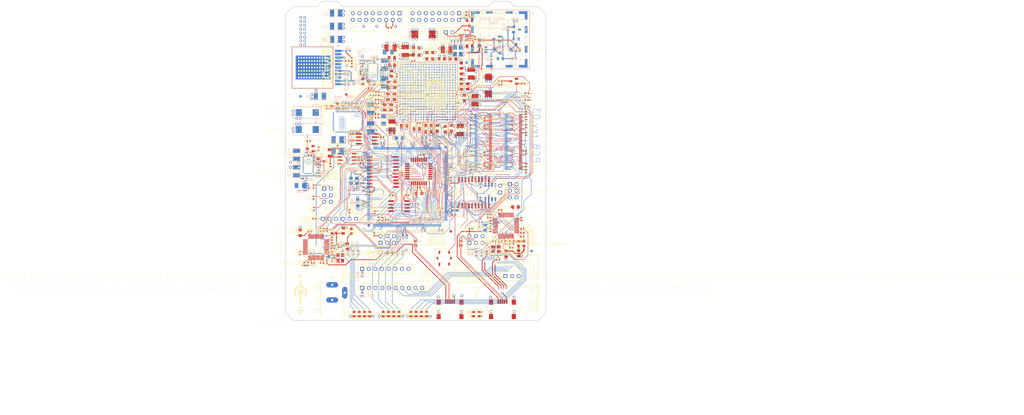
<source format=kicad_pcb>
(kicad_pcb (version 4) (host pcbnew "(2014-07-21 BZR 5016)-product")

  (general
    (links 0)
    (no_connects 0)
    (area 0 0 0 0)
    (thickness 1.6)
    (drawings 1)
    (tracks 0)
    (zones 0)
    (modules 42)
    (nets 304)
  )

  (page A4)
  (layers
    (0 F.Cu signal)
	(1 In1.Cu power)
	(2 In2.Cu mixed)
	(3 In3.Cu power)
	(4 In4.Cu power)
	(5 In5.Cu mixed)
	(6 In6.Cu power)

    (31 B.Cu signal)
    (32 B.Adhes user)
    (33 F.Adhes user)
    (34 B.Paste user)
    (35 F.Paste user)
    (36 B.SilkS user)
    (37 F.SilkS user)
    (38 B.Mask user)
    (39 F.Mask user)
    (40 Dwgs.User user)
    (41 Cmts.User user)
    (42 Eco1.User user)
    (43 Eco2.User user)
    (44 Edge.Cuts user)
    (45 Margin user)
    (46 B.CrtYd user)
    (47 F.CrtYd user)
    (48 B.Fab user)
    (49 F.Fab user)

  )

  (setup
    (last_trace_width 0.254)
    (trace_clearance 0.127)
    (zone_clearance 0.0144)
    (zone_45_only no)
    (trace_min 0.15)
    (segment_width 0.2)
    (edge_width 0.1)
    (via_size 0.889)
    (via_drill 0.635)
    (via_min_size 0.889)
    (via_min_drill 0.508)
    (uvia_size 0.508)
    (uvia_drill 0.127)
    (uvias_allowed no)
    (uvia_min_size 0.508)
    (uvia_min_drill 0.127)
    (pcb_text_width 0.3)
    (pcb_text_size 1.5 1.5)
    (mod_edge_width 0.15)
    (mod_text_size 1 1)
    (mod_text_width 0.15)
    (pad_size 1.5 1.5)
    (pad_drill 0.6)
    (pad_to_mask_clearance 0)
    (aux_axis_origin 0 0)
    (visible_elements 7FFFFF7F)
    (pcbplotparams
      (layerselection 262143)
      (usegerberextensions false)
      (excludeedgelayer true)
      (linewidth 0.100000)
      (plotframeref false)
      (viasonmask false)
      (mode 1)
      (useauxorigin false)
      (hpglpennumber 1)
      (hpglpenspeed 20)
      (hpglpendiameter 15)
      (hpglpenoverlay 2)
      (psnegative false)
      (psa4output false)
      (plotreference true)
      (plotvalue true)
      (plotinvisibletext false)
      (padsonsilk false)
      (subtractmaskfromsilk false)
      (outputformat 1)
      (mirror false)
      (drillshape 0)
      (scaleselection 1)
      (outputdirectory "GerberOutput/"))
  )

  (net 0 "")
  (net 1 "Net1")
  (net 2 "DM_P")
  (net 3 "DM_N")
  (net 4 "3V3_BATT")
  (net 5 "15V_LDO_ENABLE")
  (net 6 "15V_STABLE")
  (net 7 "GND")
  (net 8 "NetC15_2")
  (net 9 "AMPLIFIED")
  (net 10 "ARM_FPGA_CFG_CS_N")
  (net 11 "ARM_FPGA_CFG_MISO")
  (net 12 "ARM_FPGA_CFG_MOSI")
  (net 13 "ARM_FPGA_CFG_SCLK")
  (net 14 "ARM_LED1")
  (net 15 "ARM_LED2")
  (net 16 "ARM_LED3")
  (net 17 "ARM_LED4")
  (net 18 "AVR_GPIO_0")
  (net 19 "AVR_GPIO_1")
  (net 20 "AVR_GPIO_2")
  (net 21 "AVR_GPIO_3")
  (net 22 "AVR_GPIO_4")
  (net 23 "AVR_GPIO_5")
  (net 24 "AVR_GPIO_6")
  (net 25 "AVR_GPIO_7")
  (net 26 "AVR_GPIO_ARM_0")
  (net 27 "AVR_GPIO_ARM_1")
  (net 28 "AVR_GPIO_ARM_2")
  (net 29 "AVR_GPIO_ARM_3")
  (net 30 "AVR_GPIO_FPGA_0")
  (net 31 "AVR_GPIO_FPGA_1")
  (net 32 "AVR_GPIO_FPGA_2")
  (net 33 "AVR_GPIO_FPGA_3")
  (net 34 "AVR_LED1")
  (net 35 "AVR_LED2")
  (net 36 "AVR_LED3")
  (net 37 "AVR_LED4")
  (net 38 "AVR_PANIC")
  (net 39 "AVR_RESET")
  (net 40 "BOOT0")
  (net 41 "D1_N")
  (net 42 "D1_P")
  (net 43 "DIGITIZED_NOISE")
  (net 44 "FMC_A0")
  (net 45 "FMC_A1")
  (net 46 "FMC_A2")
  (net 47 "FMC_A3")
  (net 48 "FMC_A4")
  (net 49 "FMC_A5")
  (net 50 "FMC_A6")
  (net 51 "FMC_A7")
  (net 52 "FMC_A8")
  (net 53 "FMC_A9")
  (net 54 "FMC_A10")
  (net 55 "FMC_A11")
  (net 56 "FMC_A12")
  (net 57 "FMC_A13")
  (net 58 "FMC_A14")
  (net 59 "FMC_A15")
  (net 60 "FMC_A16")
  (net 61 "FMC_A17")
  (net 62 "FMC_A18")
  (net 63 "FMC_A19")
  (net 64 "FMC_A20")
  (net 65 "FMC_A21")
  (net 66 "FMC_A22")
  (net 67 "FMC_A23")
  (net 68 "FMC_A24")
  (net 69 "FMC_A25")
  (net 70 "FMC_CLK")
  (net 71 "FMC_D0")
  (net 72 "FMC_D1")
  (net 73 "FMC_D2")
  (net 74 "FMC_D3")
  (net 75 "FMC_D4")
  (net 76 "FMC_D5")
  (net 77 "FMC_D6")
  (net 78 "FMC_D7")
  (net 79 "FMC_D8")
  (net 80 "FMC_D9")
  (net 81 "FMC_D10")
  (net 82 "FMC_D11")
  (net 83 "FMC_D12")
  (net 84 "FMC_D13")
  (net 85 "FMC_D14")
  (net 86 "FMC_D15")
  (net 87 "FMC_D16")
  (net 88 "FMC_D17")
  (net 89 "FMC_D18")
  (net 90 "FMC_D19")
  (net 91 "FMC_D20")
  (net 92 "FMC_D21")
  (net 93 "FMC_D22")
  (net 94 "FMC_D23")
  (net 95 "FMC_D24")
  (net 96 "FMC_D25")
  (net 97 "FMC_D26")
  (net 98 "FMC_D27")
  (net 99 "FMC_D28")
  (net 100 "FMC_D29")
  (net 101 "FMC_D30")
  (net 102 "FMC_D31")
  (net 103 "FMC_NBL0")
  (net 104 "FMC_NBL1")
  (net 105 "FMC_NBL2")
  (net 106 "FMC_NBL3")
  (net 107 "FMC_NE1")
  (net 108 "FMC_NL")
  (net 109 "FMC_NOE")
  (net 110 "FMC_NWAIT")
  (net 111 "FMC_NWE")
  (net 112 "FMC_SDCKE0")
  (net 113 "FMC_SDCKE1")
  (net 114 "FMC_SDCLK")
  (net 115 "FMC_SDNCAS")
  (net 116 "FMC_SDNE0")
  (net 117 "FMC_SDNE1")
  (net 118 "FMC_SDNRAS")
  (net 119 "FMC_SDNWE")
  (net 120 "FPGA_CFG_CS_N1")
  (net 121 "FPGA_CFG_CS_N")
  (net 122 "FPGA_CFG_CTRL_ARM_ENA")
  (net 123 "FPGA_CFG_CTRL_FPGA_DIS")
  (net 124 "FPGA_CFG_MISO1")
  (net 125 "FPGA_CFG_MISO")
  (net 126 "FPGA_CFG_MOSI1")
  (net 127 "FPGA_CFG_MOSI")
  (net 128 "FPGA_CFG_SCLK1")
  (net 129 "FPGA_CFG_SCLK")
  (net 130 "FPGA_DONE_INT")
  (net 131 "FPGA_DONE")
  (net 132 "FPGA_ENTROPY_DISABLE")
  (net 133 "FPGA_GCLK")
  (net 134 "FPGA_GPIO_A_0")
  (net 135 "FPGA_GPIO_A_1")
  (net 136 "FPGA_GPIO_A_2")
  (net 137 "FPGA_GPIO_A_3")
  (net 138 "FPGA_GPIO_A_4")
  (net 139 "FPGA_GPIO_A_5")
  (net 140 "FPGA_GPIO_A_6")
  (net 141 "FPGA_GPIO_A_7")
  (net 142 "FPGA_GPIO_B_0")
  (net 143 "FPGA_GPIO_B_1")
  (net 144 "FPGA_GPIO_B_2")
  (net 145 "FPGA_GPIO_B_3")
  (net 146 "FPGA_GPIO_B_4")
  (net 147 "FPGA_GPIO_B_5")
  (net 148 "FPGA_GPIO_B_6")
  (net 149 "FPGA_GPIO_B_7")
  (net 150 "FPGA_GPIO_LED_0")
  (net 151 "FPGA_GPIO_LED_1")
  (net 152 "FPGA_GPIO_LED_2")
  (net 153 "FPGA_GPIO_LED_3")
  (net 154 "FPGA_INIT_B_INT1")
  (net 155 "FPGA_INIT_B_INT")
  (net 156 "FPGA_INIT_B")
  (net 157 "FPGA_IRQ_N_0")
  (net 158 "FPGA_IRQ_N_1")
  (net 159 "FPGA_IRQ_N_2")
  (net 160 "FPGA_IRQ_N_3")
  (net 161 "FPGA_JTAG_TCK")
  (net 162 "FPGA_JTAG_TDI")
  (net 163 "FPGA_JTAG_TDO")
  (net 164 "FPGA_JTAG_TMS")
  (net 165 "FPGA_M0")
  (net 166 "FPGA_M1")
  (net 167 "FPGA_M2")
  (net 168 "FPGA_PROGRAM_B1")
  (net 169 "FPGA_PROGRAM_B")
  (net 170 "FPGA_PROM_CS_N")
  (net 171 "FPGA_PROM_MISO")
  (net 172 "FPGA_PROM_MOSI")
  (net 173 "FPGA_PROM_SCLK")
  (net 174 "FPGA_PROM_W_N")
  (net 175 "FPGA_VCCAUX_1V8")
  (net 176 "FPGA_VCCINT_1V0")
  (net 177 "FT_CTS")
  (net 178 "FT_DTR")
  (net 179 "FT_MGMT_CTS")
  (net 180 "FT_MGMT_DTR")
  (net 181 "FT_MGMT_RTS")
  (net 182 "FT_MGMT_RXD1")
  (net 183 "FT_MGMT_RXD")
  (net 184 "FT_MGMT_TXD1")
  (net 185 "FT_MGMT_TXD")
  (net 186 "FT_MGMT_VCC3V3")
  (net 187 "FT_MGMT_VPHY")
  (net 188 "FT_MGMT_VPLL")
  (net 189 "FT_MGMT_VREGIN")
  (net 190 "FT_REF1")
  (net 191 "FT_REF")
  (net 192 "FT_RESET1")
  (net 193 "FT_RESET")
  (net 194 "FT_RTS")
  (net 195 "FT_RXD1")
  (net 196 "FT_RXD")
  (net 197 "FT_TXD1")
  (net 198 "FT_TXD")
  (net 199 "FT_VCC3V3")
  (net 200 "FT_VCCA1")
  (net 201 "FT_VCCA")
  (net 202 "FT_VCCORE1")
  (net 203 "FT_VCCORE")
  (net 204 "FT_VPHY")
  (net 205 "FT_VPLL")
  (net 206 "FT_VREGIN")
  (net 207 "KSM_PROM_CS_N")
  (net 208 "KSM_PROM_MISO")
  (net 209 "KSM_PROM_MOSI")
  (net 210 "KSM_PROM_SCLK")
  (net 211 "MKM_AVR_CS_N")
  (net 212 "MKM_AVR_MISO")
  (net 213 "MKM_AVR_MOSI")
  (net 214 "MKM_AVR_SCK")
  (net 215 "MKM_CONTROL_AVR_ENA")
  (net 216 "MKM_CONTROL_FPGA_DIS")
  (net 217 "MKM_CS_N")
  (net 218 "MKM_FPGA_CS_N")
  (net 219 "MKM_FPGA_MISO")
  (net 220 "MKM_FPGA_MOSI")
  (net 221 "MKM_FPGA_SCK")
  (net 222 "MKM_MISO")
  (net 223 "MKM_MOSI")
  (net 224 "MKM_SCK")
  (net 225 "NetC5_1")
  (net 226 "NetC11_1")
  (net 227 "NetC12_2")
  (net 228 "NetC17_2")
  (net 229 "NetC70_2")
  (net 230 "NetC71_2")
  (net 231 "NetC75_2")
  (net 232 "NetC78_2")
  (net 233 "NetC90_2")
  (net 234 "NetC93_2")
  (net 235 "NetC115_1")
  (net 236 "NetC116_1")
  (net 237 "NetC117_1")
  (net 238 "NetC117_2")
  (net 239 "NetC118_1")
  (net 240 "NetC118_2")
  (net 241 "NetC207_1")
  (net 242 "NetC208_1")
  (net 243 "NetC208_2")
  (net 244 "NetIC1_3")
  (net 245 "NetJP2_2")
  (net 246 "NetLED1_1")
  (net 247 "NetLED2_1")
  (net 248 "NetLED3_1")
  (net 249 "NetLED4_1")
  (net 250 "NetLED9_1")
  (net 251 "NetLED10_1")
  (net 252 "NetLED11_1")
  (net 253 "NetLED12_1")
  (net 254 "NetLED13_1")
  (net 255 "NetLED14_1")
  (net 256 "NetLED15_1")
  (net 257 "NetLED16_1")
  (net 258 "NetLED17_1")
  (net 259 "NetLED18_1")
  (net 260 "NetLED18_2")
  (net 261 "NetQ1_1")
  (net 262 "NetQ5_1")
  (net 263 "NetQ5_3")
  (net 264 "NetR1_1")
  (net 265 "NetR3_2")
  (net 266 "NetR8_1")
  (net 267 "NetR32_2")
  (net 268 "NetR33_2")
  (net 269 "NetR52_1")
  (net 270 "NetR53_2")
  (net 271 "NetR54_1")
  (net 272 "NetR55_2")
  (net 273 "NetR65_1")
  (net 274 "NetR66_1")
  (net 275 "NetR67_1")
  (net 276 "NOISE_IN")
  (net 277 "NOISE_OUT")
  (net 278 "NRST")
  (net 279 "OSC_IN")
  (net 280 "OSC_OUT")
  (net 281 "POK_VCCAUX")
  (net 282 "POK_VCCINT")
  (net 283 "POK_VCCO")
  (net 284 "PWR_18V")
  (net 285 "PWR_ENA_VCCAUX")
  (net 286 "PWR_ENA_VCCINT")
  (net 287 "PWR_ENA_VCCO")
  (net 288 "RAW_NOISE")
  (net 289 "RTC_MFP")
  (net 290 "RTC_SCL")
  (net 291 "RTC_SDA")
  (net 292 "SPI_A_TRISTATE")
  (net 293 "SPI_B_TRISTATE")
  (net 294 "SWDCLK")
  (net 295 "SWDIO")
  (net 296 "USB_MGMT_N")
  (net 297 "USB_MGMT_P")
  (net 298 "USB_N")
  (net 299 "USB_P")
  (net 300 "VCAP1")
  (net 301 "VCAP2")
  (net 302 "VCC_5V0")
  (net 303 "VCCO_3V3")

  
  (net_class Default "This is the default net class."
    (clearance 0.15)
    (trace_width 0.254)
    (via_dia 0.889)
    (via_drill 0.635)
    (uvia_dia 0.508)
    (uvia_drill 0.127)
	(add_net Net1)
  )
  
 (net_class FMC "FMC"
	(clearance 0.15)
    (trace_width 0.254)
    (via_dia 0.889)
    (via_drill 0.635)
    (uvia_dia 0.508)
    (uvia_drill 0.127)
    (add_net "FMC_A0")
    (add_net "FMC_A1")
    (add_net "FMC_A10")
    (add_net "FMC_A11")
    (add_net "FMC_A12")
    (add_net "FMC_A13")
    (add_net "FMC_A14")
    (add_net "FMC_A15")
    (add_net "FMC_A16")
    (add_net "FMC_A17")
    (add_net "FMC_A18")
    (add_net "FMC_A19")
    (add_net "FMC_A2")
    (add_net "FMC_A20")
    (add_net "FMC_A21")
    (add_net "FMC_A22")
    (add_net "FMC_A23")
    (add_net "FMC_A24")
    (add_net "FMC_A25")
    (add_net "FMC_A3")
    (add_net "FMC_A4")
    (add_net "FMC_A5")
    (add_net "FMC_A6")
    (add_net "FMC_A7")
    (add_net "FMC_A8")
    (add_net "FMC_A9")
    (add_net "FMC_CLK")
    (add_net "FMC_D0")
    (add_net "FMC_D1")
    (add_net "FMC_D10")
    (add_net "FMC_D11")
    (add_net "FMC_D12")
    (add_net "FMC_D13")
    (add_net "FMC_D14")
    (add_net "FMC_D15")
    (add_net "FMC_D16")
    (add_net "FMC_D17")
    (add_net "FMC_D18")
    (add_net "FMC_D19")
    (add_net "FMC_D2")
    (add_net "FMC_D20")
    (add_net "FMC_D21")
    (add_net "FMC_D22")
    (add_net "FMC_D23")
    (add_net "FMC_D24")
    (add_net "FMC_D25")
    (add_net "FMC_D26")
    (add_net "FMC_D27")
    (add_net "FMC_D28")
    (add_net "FMC_D29")
    (add_net "FMC_D3")
    (add_net "FMC_D30")
    (add_net "FMC_D31")
    (add_net "FMC_D4")
    (add_net "FMC_D5")
    (add_net "FMC_D6")
    (add_net "FMC_D7")
    (add_net "FMC_D8")
    (add_net "FMC_D9")
    (add_net "FMC_NBL0")
    (add_net "FMC_NBL1")
    (add_net "FMC_NBL2")
    (add_net "FMC_NBL3")
    (add_net "FMC_NE1")
    (add_net "FMC_NL")
    (add_net "FMC_NOE")
    (add_net "FMC_NWAIT")
    (add_net "FMC_NWE")
    (add_net "FMC_SDCKE0")
    (add_net "FMC_SDCKE1")
    (add_net "FMC_SDCLK")
    (add_net "FMC_SDNCAS")
    (add_net "FMC_SDNE0")
    (add_net "FMC_SDNE1")
    (add_net "FMC_SDNRAS")
    (add_net "FMC_SDNWE")
  )
 (net_class FPGA_GPIO "FPGA_GPIO"
	(clearance 0.15)
    (trace_width 0.254)
    (via_dia 0.889)
    (via_drill 0.635)
    (uvia_dia 0.508)
    (uvia_drill 0.127)
    (add_net "FPGA_GPIO_A_0")
    (add_net "FPGA_GPIO_A_1")
    (add_net "FPGA_GPIO_A_2")
    (add_net "FPGA_GPIO_A_3")
    (add_net "FPGA_GPIO_A_4")
    (add_net "FPGA_GPIO_A_5")
    (add_net "FPGA_GPIO_A_6")
    (add_net "FPGA_GPIO_A_7")
    (add_net "FPGA_GPIO_B_0")
    (add_net "FPGA_GPIO_B_1")
    (add_net "FPGA_GPIO_B_2")
    (add_net "FPGA_GPIO_B_3")
    (add_net "FPGA_GPIO_B_4")
    (add_net "FPGA_GPIO_B_5")
    (add_net "FPGA_GPIO_B_6")
    (add_net "FPGA_GPIO_B_7")
  )
 (net_class USB "USB"
	(clearance 0.15)
    (trace_width 0.254)
    (via_dia 0.889)
    (via_drill 0.635)
    (uvia_dia 0.508)
    (uvia_drill 0.127)
    (add_net "D1_N")
    (add_net "D1_P")
    (add_net "DM_N")
    (add_net "DM_P")
    (add_net "USB_MGMT_N")
    (add_net "USB_MGMT_P")
    (add_net "USB_N")
    (add_net "USB_P")
  )
#ComponentBodies#0: 0C83030000450C00FFFFFFFF6A00FFFFFFFF0000000000 V7_LAYER=MECHANICAL13|NAME= |KIND=0|SUBPOLYINDEX=-1|UNIONINDEX=0|ARCRESOLUTION=0.5mil|ISSHAPEBASED=FALSE|CAVITYHEIGHT=0mil|STANDOFFHEIGHT=0mil|OVERALLHEIGHT=7.9528mil|BODYPROJECTION=1|ARCRESOLUTION=0.5mil|BODYCOLOR3D=8421504|BODYOPACITY3D=1.000|IDENTIFIER=83,87,51,100,80,83,45,48,52,48,50,32,83,77,68,32,67,97,112,97,99,105,116,111,114|TEXTURE=|TEXTURECENTERX=0mil|TEXTURECENTERY=0mil|TEXTURESIZEX=0mil|TEXTURESIZEY=0mil|TEXTUREROTATION= 9.00000000000000E+0001|MODELID={ECAF1ED8-FCC0-4738-A947-200F4027AE60}|MODEL.CHECKSUM=1351519988|MODEL.EMBED=TRUE|MODEL.NAME=SW3dPS-0402 SMD Capacitor.STEP|MODEL.2D.X=9110.1575mil|MODEL.2D.Y=2205.3543mil|MODEL.2D.ROTATION=0.000|MODEL.3D.ROTX=90.000|MODEL.3D.ROTY=0.000|MODEL.3D.ROTZ=90.000|MODEL.3D.DZ=0mil|MODEL.SNAPCOUNT=0|MODEL.MODELTYPE=1|MODEL.MODELSOURCE=Undefined
#$pads{106}
#ComponentBodies#1: 0C4A030000450C00FFFFFFFFFE00FFFFFFFF0000000000 V7_LAYER=MECHANICAL13|NAME= |KIND=0|SUBPOLYINDEX=-1|UNIONINDEX=0|ARCRESOLUTION=0.5mil|ISSHAPEBASED=FALSE|CAVITYHEIGHT=0mil|STANDOFFHEIGHT=0mil|OVERALLHEIGHT=19.685mil|BODYPROJECTION=0|ARCRESOLUTION=0.5mil|BODYCOLOR3D=8421504|BODYOPACITY3D=1.000|IDENTIFIER=|TEXTURE=|TEXTURECENTERX=0mil|TEXTURECENTERY=0mil|TEXTURESIZEX=0.0001mil|TEXTURESIZEY=0.0001mil|TEXTUREROTATION= 9.00000000000000E+0001|MODELID={A9F03225-78F3-44F4-BDE1-63D1BE99F056}|MODEL.CHECKSUM=1957728606|MODEL.EMBED=FALSE|MODEL.NAME=|MODEL.2D.X=10076.6927mil|MODEL.2D.Y=1910.0787mil|MODEL.2D.ROTATION=0.000|MODEL.3D.ROTX=0.000|MODEL.3D.ROTY=0.000|MODEL.3D.ROTZ=0.000|MODEL.3D.DZ=0mil|MODEL.SNAPCOUNT=0|MODEL.MODELTYPE=0|MODEL.EXTRUDED.MINZ=0mil|MODEL.EXTRUDED.MAXZ=19.685mil
#$pads{254}
#ComponentBodies#2: 0C49030000450C00FFFFFFFFFF00FFFFFFFF0000000000 V7_LAYER=MECHANICAL13|NAME= |KIND=0|SUBPOLYINDEX=-1|UNIONINDEX=0|ARCRESOLUTION=0.5mil|ISSHAPEBASED=FALSE|CAVITYHEIGHT=0mil|STANDOFFHEIGHT=0mil|OVERALLHEIGHT=19.685mil|BODYPROJECTION=0|ARCRESOLUTION=0.5mil|BODYCOLOR3D=8421504|BODYOPACITY3D=1.000|IDENTIFIER=|TEXTURE=|TEXTURECENTERX=0mil|TEXTURECENTERY=0mil|TEXTURESIZEX=0.0001mil|TEXTURESIZEY=0.0001mil|TEXTUREROTATION= 9.00000000000000E+0001|MODELID={A9F03225-78F3-44F4-BDE1-63D1BE99F056}|MODEL.CHECKSUM=1957728606|MODEL.EMBED=FALSE|MODEL.NAME=|MODEL.2D.X=9997.9525mil|MODEL.2D.Y=1910.0787mil|MODEL.2D.ROTATION=0.000|MODEL.3D.ROTX=0.000|MODEL.3D.ROTY=0.000|MODEL.3D.ROTZ=0.000|MODEL.3D.DZ=0mil|MODEL.SNAPCOUNT=0|MODEL.MODELTYPE=0|MODEL.EXTRUDED.MINZ=0mil|MODEL.EXTRUDED.MAXZ=19.685mil
#$pads{255}
#ComponentBodies#3: 0C49030000450C00FFFFFFFFFD00FFFFFFFF0000000000 V7_LAYER=MECHANICAL13|NAME= |KIND=0|SUBPOLYINDEX=-1|UNIONINDEX=0|ARCRESOLUTION=0.5mil|ISSHAPEBASED=FALSE|CAVITYHEIGHT=0mil|STANDOFFHEIGHT=0mil|OVERALLHEIGHT=19.685mil|BODYPROJECTION=0|ARCRESOLUTION=0.5mil|BODYCOLOR3D=8421504|BODYOPACITY3D=1.000|IDENTIFIER=|TEXTURE=|TEXTURECENTERX=0mil|TEXTURECENTERY=0mil|TEXTURESIZEX=0.0001mil|TEXTURESIZEY=0.0001mil|TEXTUREROTATION= 9.00000000000000E+0001|MODELID={A9F03225-78F3-44F4-BDE1-63D1BE99F056}|MODEL.CHECKSUM=1957728606|MODEL.EMBED=FALSE|MODEL.NAME=|MODEL.2D.X=9919.2126mil|MODEL.2D.Y=1910.0787mil|MODEL.2D.ROTATION=0.000|MODEL.3D.ROTX=0.000|MODEL.3D.ROTY=0.000|MODEL.3D.ROTZ=0.000|MODEL.3D.DZ=0mil|MODEL.SNAPCOUNT=0|MODEL.MODELTYPE=0|MODEL.EXTRUDED.MINZ=0mil|MODEL.EXTRUDED.MAXZ=19.685mil
#$pads{253}
#ComponentBodies#4: 0C49030000450C00FFFFFFFF0001FFFFFFFF0000000000 V7_LAYER=MECHANICAL13|NAME= |KIND=0|SUBPOLYINDEX=-1|UNIONINDEX=0|ARCRESOLUTION=0.5mil|ISSHAPEBASED=FALSE|CAVITYHEIGHT=0mil|STANDOFFHEIGHT=0mil|OVERALLHEIGHT=19.685mil|BODYPROJECTION=0|ARCRESOLUTION=0.5mil|BODYCOLOR3D=8421504|BODYOPACITY3D=1.000|IDENTIFIER=|TEXTURE=|TEXTURECENTERX=0mil|TEXTURECENTERY=0mil|TEXTURESIZEX=0.0001mil|TEXTURESIZEY=0.0001mil|TEXTUREROTATION= 9.00000000000000E+0001|MODELID={A9F03225-78F3-44F4-BDE1-63D1BE99F056}|MODEL.CHECKSUM=1957728606|MODEL.EMBED=FALSE|MODEL.NAME=|MODEL.2D.X=9840.4724mil|MODEL.2D.Y=1910.0787mil|MODEL.2D.ROTATION=0.000|MODEL.3D.ROTX=0.000|MODEL.3D.ROTY=0.000|MODEL.3D.ROTZ=0.000|MODEL.3D.DZ=0mil|MODEL.SNAPCOUNT=0|MODEL.MODELTYPE=0|MODEL.EXTRUDED.MINZ=0mil|MODEL.EXTRUDED.MAXZ=19.685mil
#$pads{256}
#ComponentBodies#5: 0C49030000450C00FFFFFFFFFA00FFFFFFFF0000000000 V7_LAYER=MECHANICAL13|NAME= |KIND=0|SUBPOLYINDEX=-1|UNIONINDEX=0|ARCRESOLUTION=0.5mil|ISSHAPEBASED=FALSE|CAVITYHEIGHT=0mil|STANDOFFHEIGHT=0mil|OVERALLHEIGHT=19.685mil|BODYPROJECTION=0|ARCRESOLUTION=0.5mil|BODYCOLOR3D=8421504|BODYOPACITY3D=1.000|IDENTIFIER=|TEXTURE=|TEXTURECENTERX=0mil|TEXTURECENTERY=0mil|TEXTURESIZEX=0.0001mil|TEXTURESIZEY=0.0001mil|TEXTUREROTATION= 9.00000000000000E+0001|MODELID={A9F03225-78F3-44F4-BDE1-63D1BE99F056}|MODEL.CHECKSUM=1957728606|MODEL.EMBED=FALSE|MODEL.NAME=|MODEL.2D.X=8986.1417mil|MODEL.2D.Y=1910.0787mil|MODEL.2D.ROTATION=0.000|MODEL.3D.ROTX=0.000|MODEL.3D.ROTY=0.000|MODEL.3D.ROTZ=0.000|MODEL.3D.DZ=0mil|MODEL.SNAPCOUNT=0|MODEL.MODELTYPE=0|MODEL.EXTRUDED.MINZ=0mil|MODEL.EXTRUDED.MAXZ=19.685mil
#$pads{250}
#ComponentBodies#6: 0C49030000450C00FFFFFFFFF900FFFFFFFF0000000000 V7_LAYER=MECHANICAL13|NAME= |KIND=0|SUBPOLYINDEX=-1|UNIONINDEX=0|ARCRESOLUTION=0.5mil|ISSHAPEBASED=FALSE|CAVITYHEIGHT=0mil|STANDOFFHEIGHT=0mil|OVERALLHEIGHT=19.685mil|BODYPROJECTION=0|ARCRESOLUTION=0.5mil|BODYCOLOR3D=8421504|BODYOPACITY3D=1.000|IDENTIFIER=|TEXTURE=|TEXTURECENTERX=0mil|TEXTURECENTERY=0mil|TEXTURESIZEX=0.0001mil|TEXTURESIZEY=0.0001mil|TEXTUREROTATION= 9.00000000000000E+0001|MODELID={A9F03225-78F3-44F4-BDE1-63D1BE99F056}|MODEL.CHECKSUM=1957728606|MODEL.EMBED=FALSE|MODEL.NAME=|MODEL.2D.X=9064.8816mil|MODEL.2D.Y=1910.0787mil|MODEL.2D.ROTATION=0.000|MODEL.3D.ROTX=0.000|MODEL.3D.ROTY=0.000|MODEL.3D.ROTZ=0.000|MODEL.3D.DZ=0mil|MODEL.SNAPCOUNT=0|MODEL.MODELTYPE=0|MODEL.EXTRUDED.MINZ=0mil|MODEL.EXTRUDED.MAXZ=19.685mil
#$pads{249}
#ComponentBodies#7: 0C48030000450C00FFFFFFFFF800FFFFFFFF0000000000 V7_LAYER=MECHANICAL13|NAME= |KIND=0|SUBPOLYINDEX=-1|UNIONINDEX=0|ARCRESOLUTION=0.5mil|ISSHAPEBASED=FALSE|CAVITYHEIGHT=0mil|STANDOFFHEIGHT=0mil|OVERALLHEIGHT=19.685mil|BODYPROJECTION=0|ARCRESOLUTION=0.5mil|BODYCOLOR3D=8421504|BODYOPACITY3D=1.000|IDENTIFIER=|TEXTURE=|TEXTURECENTERX=0mil|TEXTURECENTERY=0mil|TEXTURESIZEX=0.0001mil|TEXTURESIZEY=0.0001mil|TEXTUREROTATION= 9.00000000000000E+0001|MODELID={A9F03225-78F3-44F4-BDE1-63D1BE99F056}|MODEL.CHECKSUM=1957728606|MODEL.EMBED=FALSE|MODEL.NAME=|MODEL.2D.X=9222.362mil|MODEL.2D.Y=1910.0787mil|MODEL.2D.ROTATION=0.000|MODEL.3D.ROTX=0.000|MODEL.3D.ROTY=0.000|MODEL.3D.ROTZ=0.000|MODEL.3D.DZ=0mil|MODEL.SNAPCOUNT=0|MODEL.MODELTYPE=0|MODEL.EXTRUDED.MINZ=0mil|MODEL.EXTRUDED.MAXZ=19.685mil
#$pads{248}
#ComponentBodies#8: 0C49030000450C00FFFFFFFFFB00FFFFFFFF0000000000 V7_LAYER=MECHANICAL13|NAME= |KIND=0|SUBPOLYINDEX=-1|UNIONINDEX=0|ARCRESOLUTION=0.5mil|ISSHAPEBASED=FALSE|CAVITYHEIGHT=0mil|STANDOFFHEIGHT=0mil|OVERALLHEIGHT=19.685mil|BODYPROJECTION=0|ARCRESOLUTION=0.5mil|BODYCOLOR3D=8421504|BODYOPACITY3D=1.000|IDENTIFIER=|TEXTURE=|TEXTURECENTERX=0mil|TEXTURECENTERY=0mil|TEXTURESIZEX=0.0001mil|TEXTURESIZEY=0.0001mil|TEXTUREROTATION= 9.00000000000000E+0001|MODELID={A9F03225-78F3-44F4-BDE1-63D1BE99F056}|MODEL.CHECKSUM=1957728606|MODEL.EMBED=FALSE|MODEL.NAME=|MODEL.2D.X=9143.6218mil|MODEL.2D.Y=1910.0787mil|MODEL.2D.ROTATION=0.000|MODEL.3D.ROTX=0.000|MODEL.3D.ROTY=0.000|MODEL.3D.ROTZ=0.000|MODEL.3D.DZ=0mil|MODEL.SNAPCOUNT=0|MODEL.MODELTYPE=0|MODEL.EXTRUDED.MINZ=0mil|MODEL.EXTRUDED.MAXZ=19.685mil
#$pads{251}
#ComponentBodies#9: 0C49030000450C00FFFFFFFFF600FFFFFFFF0000000000 V7_LAYER=MECHANICAL13|NAME= |KIND=0|SUBPOLYINDEX=-1|UNIONINDEX=0|ARCRESOLUTION=0.5mil|ISSHAPEBASED=FALSE|CAVITYHEIGHT=0mil|STANDOFFHEIGHT=0mil|OVERALLHEIGHT=19.685mil|BODYPROJECTION=0|ARCRESOLUTION=0.5mil|BODYCOLOR3D=8421504|BODYOPACITY3D=1.000|IDENTIFIER=|TEXTURE=|TEXTURECENTERX=0mil|TEXTURECENTERY=0mil|TEXTURESIZEX=0.0001mil|TEXTURESIZEY=0.0001mil|TEXTUREROTATION= 9.00000000000000E+0001|MODELID={A9F03225-78F3-44F4-BDE1-63D1BE99F056}|MODEL.CHECKSUM=1957728606|MODEL.EMBED=FALSE|MODEL.NAME=|MODEL.2D.X=9425.6768mil|MODEL.2D.Y=1910.0788mil|MODEL.2D.ROTATION=0.000|MODEL.3D.ROTX=0.000|MODEL.3D.ROTY=0.000|MODEL.3D.ROTZ=0.000|MODEL.3D.DZ=0mil|MODEL.SNAPCOUNT=0|MODEL.MODELTYPE=0|MODEL.EXTRUDED.MINZ=0mil|MODEL.EXTRUDED.MAXZ=19.685mil
#$pads{246}
#ComponentBodies#10: 0C48030000450C00FFFFFFFFF500FFFFFFFF0000000000 V7_LAYER=MECHANICAL13|NAME= |KIND=0|SUBPOLYINDEX=-1|UNIONINDEX=0|ARCRESOLUTION=0.5mil|ISSHAPEBASED=FALSE|CAVITYHEIGHT=0mil|STANDOFFHEIGHT=0mil|OVERALLHEIGHT=19.685mil|BODYPROJECTION=0|ARCRESOLUTION=0.5mil|BODYCOLOR3D=8421504|BODYOPACITY3D=1.000|IDENTIFIER=|TEXTURE=|TEXTURECENTERX=0mil|TEXTURECENTERY=0mil|TEXTURESIZEX=0.0001mil|TEXTURESIZEY=0.0001mil|TEXTUREROTATION= 9.00000000000000E+0001|MODELID={A9F03225-78F3-44F4-BDE1-63D1BE99F056}|MODEL.CHECKSUM=1957728606|MODEL.EMBED=FALSE|MODEL.NAME=|MODEL.2D.X=9504.417mil|MODEL.2D.Y=1910.0788mil|MODEL.2D.ROTATION=0.000|MODEL.3D.ROTX=0.000|MODEL.3D.ROTY=0.000|MODEL.3D.ROTZ=0.000|MODEL.3D.DZ=0mil|MODEL.SNAPCOUNT=0|MODEL.MODELTYPE=0|MODEL.EXTRUDED.MINZ=0mil|MODEL.EXTRUDED.MAXZ=19.685mil
#$pads{245}
#ComponentBodies#11: 0C49030000450C00FFFFFFFFF700FFFFFFFF0000000000 V7_LAYER=MECHANICAL13|NAME= |KIND=0|SUBPOLYINDEX=-1|UNIONINDEX=0|ARCRESOLUTION=0.5mil|ISSHAPEBASED=FALSE|CAVITYHEIGHT=0mil|STANDOFFHEIGHT=0mil|OVERALLHEIGHT=19.685mil|BODYPROJECTION=0|ARCRESOLUTION=0.5mil|BODYCOLOR3D=8421504|BODYOPACITY3D=1.000|IDENTIFIER=|TEXTURE=|TEXTURECENTERX=0mil|TEXTURECENTERY=0mil|TEXTURESIZEX=0.0001mil|TEXTURESIZEY=0.0001mil|TEXTUREROTATION= 9.00000000000000E+0001|MODELID={A9F03225-78F3-44F4-BDE1-63D1BE99F056}|MODEL.CHECKSUM=1957728606|MODEL.EMBED=FALSE|MODEL.NAME=|MODEL.2D.X=9583.1573mil|MODEL.2D.Y=1910.0788mil|MODEL.2D.ROTATION=0.000|MODEL.3D.ROTX=0.000|MODEL.3D.ROTY=0.000|MODEL.3D.ROTZ=0.000|MODEL.3D.DZ=0mil|MODEL.SNAPCOUNT=0|MODEL.MODELTYPE=0|MODEL.EXTRUDED.MINZ=0mil|MODEL.EXTRUDED.MAXZ=19.685mil
#$pads{247}
#ComponentBodies#12: 0C49030000450C00FFFFFFFFF400FFFFFFFF0000000000 V7_LAYER=MECHANICAL13|NAME= |KIND=0|SUBPOLYINDEX=-1|UNIONINDEX=0|ARCRESOLUTION=0.5mil|ISSHAPEBASED=FALSE|CAVITYHEIGHT=0mil|STANDOFFHEIGHT=0mil|OVERALLHEIGHT=19.685mil|BODYPROJECTION=0|ARCRESOLUTION=0.5mil|BODYCOLOR3D=8421504|BODYOPACITY3D=1.000|IDENTIFIER=|TEXTURE=|TEXTURECENTERX=0mil|TEXTURECENTERY=0mil|TEXTURESIZEX=0.0001mil|TEXTURESIZEY=0.0001mil|TEXTUREROTATION= 9.00000000000000E+0001|MODELID={A9F03225-78F3-44F4-BDE1-63D1BE99F056}|MODEL.CHECKSUM=1957728606|MODEL.EMBED=FALSE|MODEL.NAME=|MODEL.2D.X=9661.8975mil|MODEL.2D.Y=1910.0788mil|MODEL.2D.ROTATION=0.000|MODEL.3D.ROTX=0.000|MODEL.3D.ROTY=0.000|MODEL.3D.ROTZ=0.000|MODEL.3D.DZ=0mil|MODEL.SNAPCOUNT=0|MODEL.MODELTYPE=0|MODEL.EXTRUDED.MINZ=0mil|MODEL.EXTRUDED.MAXZ=19.685mil
#$pads{244}
#ComponentBodies#13: 0C9E030000450C00FFFFFFFF0100FFFFFFFF0000000000 V7_LAYER=MECHANICAL13|NAME= |KIND=0|SUBPOLYINDEX=-1|UNIONINDEX=0|ARCRESOLUTION=0.5mil|ISSHAPEBASED=FALSE|CAVITYHEIGHT=0mil|STANDOFFHEIGHT=-98.2098mil|OVERALLHEIGHT=334.0737mil|BODYPROJECTION=0|ARCRESOLUTION=0.5mil|BODYCOLOR3D=8421504|BODYOPACITY3D=1.000|IDENTIFIER=85,115,101,114,32,76,105,98,114,97,114,121,45,72,101,97,100,101,114,49,120,50|TEXTURE=|TEXTURECENTERX=-0.0001mil|TEXTURECENTERY=0mil|TEXTURESIZEX=0.0001mil|TEXTURESIZEY=0.0001mil|TEXTUREROTATION= 2.70000000000000E+0002|MODELID={3416A7AC-A52A-4572-ACF4-BAC340C3B4B7}|MODEL.CHECKSUM=468535500|MODEL.EMBED=TRUE|MODEL.NAME=User Library-Header1x2.STEP|MODEL.2D.X=10718.578mil|MODEL.2D.Y=4015.4005mil|MODEL.2D.ROTATION=0.000|MODEL.3D.ROTX=90.000|MODEL.3D.ROTY=0.000|MODEL.3D.ROTZ=270.000|MODEL.3D.DZ=-267.7165mil|MODEL.SNAPCOUNT=0|MODEL.MODELTYPE=1|MODEL.MODELSOURCE=Undefined
#$pads{1}
#ComponentBodies#14: 0C91030000450C00FFFFFFFFF200FFFFFFFF0000000000 V7_LAYER=MECHANICAL13|NAME= |KIND=0|SUBPOLYINDEX=-1|UNIONINDEX=0|ARCRESOLUTION=0.5mil|ISSHAPEBASED=FALSE|CAVITYHEIGHT=0mil|STANDOFFHEIGHT=-118.1102mil|OVERALLHEIGHT=370.0787mil|BODYPROJECTION=0|ARCRESOLUTION=0.5mil|BODYCOLOR3D=8421504|BODYOPACITY3D=1.000|IDENTIFIER=112,105,110,95,104,101,97,100,101,114,95,97,119,95,49,48,56,95,48,51,45,116|TEXTURE=|TEXTURECENTERX=0mil|TEXTURECENTERY=0mil|TEXTURESIZEX=0.0001mil|TEXTURESIZEY=0.0001mil|TEXTUREROTATION= 3.60000000000000E+0002|MODELID={836C6F64-A2E5-4878-A8E8-F259D323E457}|MODEL.CHECKSUM=2053833139|MODEL.EMBED=TRUE|MODEL.NAME=pin_header_aw_108_03-t.stp|MODEL.2D.X=11363.2806mil|MODEL.2D.Y=2482.9134mil|MODEL.2D.ROTATION=0.000|MODEL.3D.ROTX=270.000|MODEL.3D.ROTY=0.000|MODEL.3D.ROTZ=360.000|MODEL.3D.DZ=0mil|MODEL.SNAPCOUNT=0|MODEL.MODELTYPE=1|MODEL.MODELSOURCE=Undefined
#$pads{242}
#ComponentBodies#15: 0CA1030000450C00FFFFFFFFF100FFFFFFFF0000000000 V7_LAYER=MECHANICAL13|NAME= |KIND=0|SUBPOLYINDEX=-1|UNIONINDEX=0|ARCRESOLUTION=0.5mil|ISSHAPEBASED=FALSE|CAVITYHEIGHT=0mil|STANDOFFHEIGHT=-118.1102mil|OVERALLHEIGHT=334.6457mil|BODYPROJECTION=0|ARCRESOLUTION=0.5mil|BODYCOLOR3D=8421504|BODYOPACITY3D=1.000|IDENTIFIER=112,105,110,95,104,101,97,100,101,114,95,97,119,108,50,53,52,45,100,103,45,103,48,54,100|TEXTURE=|TEXTURECENTERX=0mil|TEXTURECENTERY=0mil|TEXTURESIZEX=0.0001mil|TEXTURESIZEY=0.0001mil|TEXTUREROTATION= 2.70000000000000E+0002|MODELID={B3089A96-FA19-4D55-9DE1-03C6B2D79610}|MODEL.CHECKSUM=1828365065|MODEL.EMBED=TRUE|MODEL.NAME=pin_header_awl254-dg-g06d.stp|MODEL.2D.X=11378.5433mil|MODEL.2D.Y=3766.6063mil|MODEL.2D.ROTATION=0.000|MODEL.3D.ROTX=270.000|MODEL.3D.ROTY=0.000|MODEL.3D.ROTZ=270.000|MODEL.3D.DZ=0mil|MODEL.SNAPCOUNT=0|MODEL.MODELTYPE=1|MODEL.MODELSOURCE=Undefined
#$pads{241}
#ComponentBodies#16: 0C9C030000450C00FFFFFFFFEE00FFFFFFFF0000000000 V7_LAYER=MECHANICAL13|NAME= |KIND=0|SUBPOLYINDEX=-1|UNIONINDEX=0|ARCRESOLUTION=0.5mil|ISSHAPEBASED=FALSE|CAVITYHEIGHT=0mil|STANDOFFHEIGHT=-118.1102mil|OVERALLHEIGHT=334.6457mil|BODYPROJECTION=0|ARCRESOLUTION=0.5mil|BODYCOLOR3D=8421504|BODYOPACITY3D=1.000|IDENTIFIER=112,105,110,95,104,101,97,100,101,114,95,97,119,108,50,53,52,45,100,103,45,103,48,54,100|TEXTURE=|TEXTURECENTERX=0mil|TEXTURECENTERY=0mil|TEXTURESIZEX=0.0001mil|TEXTURESIZEY=0.0001mil|TEXTUREROTATION= 3.60000000000000E+0002|MODELID={B3089A96-FA19-4D55-9DE1-03C6B2D79610}|MODEL.CHECKSUM=1828365065|MODEL.EMBED=TRUE|MODEL.NAME=pin_header_awl254-dg-g06d.stp|MODEL.2D.X=10819.3935mil|MODEL.2D.Y=3033mil|MODEL.2D.ROTATION=0.000|MODEL.3D.ROTX=270.000|MODEL.3D.ROTY=0.000|MODEL.3D.ROTZ=360.000|MODEL.3D.DZ=0mil|MODEL.SNAPCOUNT=0|MODEL.MODELTYPE=1|MODEL.MODELSOURCE=Undefined
#$pads{238}
#ComponentBodies#17: 0C9B030000450C00FFFFFFFFED00FFFFFFFF0000000000 V7_LAYER=MECHANICAL13|NAME= |KIND=0|SUBPOLYINDEX=-1|UNIONINDEX=0|ARCRESOLUTION=0.5mil|ISSHAPEBASED=FALSE|CAVITYHEIGHT=0mil|STANDOFFHEIGHT=-118.1102mil|OVERALLHEIGHT=334.6457mil|BODYPROJECTION=0|ARCRESOLUTION=0.5mil|BODYCOLOR3D=8421504|BODYOPACITY3D=1.000|IDENTIFIER=112,105,110,95,104,101,97,100,101,114,95,97,119,108,50,53,52,45,100,103,45,103,48,54,100|TEXTURE=|TEXTURECENTERX=0mil|TEXTURECENTERY=0mil|TEXTURESIZEX=0.0001mil|TEXTURESIZEY=0.0001mil|TEXTUREROTATION= 3.60000000000000E+0002|MODELID={B3089A96-FA19-4D55-9DE1-03C6B2D79610}|MODEL.CHECKSUM=1828365065|MODEL.EMBED=TRUE|MODEL.NAME=pin_header_awl254-dg-g06d.stp|MODEL.2D.X=9486.3935mil|MODEL.2D.Y=3033mil|MODEL.2D.ROTATION=0.000|MODEL.3D.ROTX=270.000|MODEL.3D.ROTY=0.000|MODEL.3D.ROTZ=360.000|MODEL.3D.DZ=0mil|MODEL.SNAPCOUNT=0|MODEL.MODELTYPE=1|MODEL.MODELSOURCE=Undefined
#$pads{237}
#ComponentBodies#18: 0CA0030000450C00FFFFFFFFEC00FFFFFFFF0000000000 V7_LAYER=MECHANICAL13|NAME= |KIND=0|SUBPOLYINDEX=-1|UNIONINDEX=0|ARCRESOLUTION=0.5mil|ISSHAPEBASED=FALSE|CAVITYHEIGHT=0mil|STANDOFFHEIGHT=-118.1102mil|OVERALLHEIGHT=334.6457mil|BODYPROJECTION=0|ARCRESOLUTION=0.5mil|BODYCOLOR3D=8421504|BODYOPACITY3D=1.000|IDENTIFIER=112,105,110,95,104,101,97,100,101,114,95,97,45,115,108,50,53,52,45,101,97,45,103,48,54,109,112,49|TEXTURE=|TEXTURECENTERX=0mil|TEXTURECENTERY=0mil|TEXTURESIZEX=0mil|TEXTURESIZEY=0mil|TEXTUREROTATION= 0.00000000000000E+0000|MODELID={670BFB14-85C2-4702-8D7A-0DB010DFEAB5}|MODEL.CHECKSUM=3117036287|MODEL.EMBED=TRUE|MODEL.NAME=pin_header_a-sl254-ea-g06mp1.stp|MODEL.2D.X=8767.2518mil|MODEL.2D.Y=3347.4016mil|MODEL.2D.ROTATION=0.000|MODEL.3D.ROTX=270.000|MODEL.3D.ROTY=0.000|MODEL.3D.ROTZ=0.000|MODEL.3D.DZ=0mil|MODEL.SNAPCOUNT=0|MODEL.MODELTYPE=1|MODEL.MODELSOURCE=Undefined
#$pads{236}
#ComponentBodies#19: 0C41030000450C00FFFFFFFF6501FFFFFFFF0000000000 V7_LAYER=MECHANICAL13|NAME= |KIND=0|SUBPOLYINDEX=-1|UNIONINDEX=0|ARCRESOLUTION=0.5mil|ISSHAPEBASED=FALSE|CAVITYHEIGHT=0mil|STANDOFFHEIGHT=-118.1102mil|OVERALLHEIGHT=346.4567mil|BODYPROJECTION=0|ARCRESOLUTION=0.5mil|BODYCOLOR3D=0|BODYOPACITY3D=1.000|IDENTIFIER=80,76,83,45,56|TEXTURE=|TEXTURECENTERX=0mil|TEXTURECENTERY=0mil|TEXTURESIZEX=137.7953mil|TEXTURESIZEY=137.7953mil|TEXTUREROTATION= 3.60000000000000E+0002|MODELID={A962434E-CFE5-4B74-B867-38728B5F9138}|MODEL.CHECKSUM=3726605884|MODEL.EMBED=TRUE|MODEL.NAME=PLS-8.STEP|MODEL.2D.X=9806.6142mil|MODEL.2D.Y=2591.1811mil|MODEL.2D.ROTATION=0.000|MODEL.3D.ROTX=90.000|MODEL.3D.ROTY=-0.000|MODEL.3D.ROTZ=360.000|MODEL.3D.DZ=0mil|MODEL.SNAPCOUNT=0|MODEL.MODELTYPE=1|MODEL.MODELSOURCE=Undefined
#$pads{357}
#ComponentBodies#20: 0C2F030000450C00FFFFFFFF7701FFFFFFFF0000000000 V7_LAYER=MECHANICAL13|NAME= |KIND=0|SUBPOLYINDEX=-1|UNIONINDEX=0|ARCRESOLUTION=0.5mil|ISSHAPEBASED=FALSE|CAVITYHEIGHT=0mil|STANDOFFHEIGHT=23.622mil|OVERALLHEIGHT=100mil|BODYPROJECTION=1|ARCRESOLUTION=0.5mil|BODYCOLOR3D=8421504|BODYOPACITY3D=1.000|IDENTIFIER=|TEXTURE=|TEXTURECENTERX=0mil|TEXTURECENTERY=0mil|TEXTURESIZEX=0mil|TEXTURESIZEY=0mil|TEXTUREROTATION= 3.60000000000000E+0002|MODELID={041B98A5-F02D-44C1-9F4F-33664BC65D37}|MODEL.CHECKSUM=2076753536|MODEL.EMBED=FALSE|MODEL.NAME=|MODEL.2D.X=10092.5748mil|MODEL.2D.Y=5252mil|MODEL.2D.ROTATION=0.000|MODEL.3D.ROTX=0.000|MODEL.3D.ROTY=0.000|MODEL.3D.ROTZ=0.000|MODEL.3D.DZ=0mil|MODEL.SNAPCOUNT=0|MODEL.MODELTYPE=0|MODEL.EXTRUDED.MINZ=23.622mil|MODEL.EXTRUDED.MAXZ=100mil
#$pads{375}
#ComponentBodies#21: 0C41030000450C00FFFFFFFF6F01FFFFFFFF0000000000 V7_LAYER=MECHANICAL13|NAME= |KIND=0|SUBPOLYINDEX=-1|UNIONINDEX=0|ARCRESOLUTION=0.5mil|ISSHAPEBASED=FALSE|CAVITYHEIGHT=0mil|STANDOFFHEIGHT=1.9685mil|OVERALLHEIGHT=62.9921mil|BODYPROJECTION=1|ARCRESOLUTION=0.5mil|BODYCOLOR3D=8421504|BODYOPACITY3D=1.000|IDENTIFIER=|TEXTURE=|TEXTURECENTERX=0mil|TEXTURECENTERY=0mil|TEXTURESIZEX=0mil|TEXTURESIZEY=0mil|TEXTUREROTATION= 1.80000000000000E+0002|MODELID={1B9BC620-BA33-4895-AFAC-0AA706876F60}|MODEL.CHECKSUM=2107913885|MODEL.EMBED=FALSE|MODEL.NAME=|MODEL.2D.X=9787mil|MODEL.2D.Y=3824mil|MODEL.2D.ROTATION=0.000|MODEL.3D.ROTX=0.000|MODEL.3D.ROTY=0.000|MODEL.3D.ROTZ=0.000|MODEL.3D.DZ=0mil|MODEL.SNAPCOUNT=0|MODEL.MODELTYPE=0|MODEL.EXTRUDED.MINZ=1.9685mil|MODEL.EXTRUDED.MAXZ=62.9921mil
#$pads{367}
#ComponentBodies#22: 0C7E030000450C00FFFFFFFF6901FFFFFFFF0000000000 V7_LAYER=MECHANICAL13|NAME= |KIND=0|SUBPOLYINDEX=-1|UNIONINDEX=0|ARCRESOLUTION=0.5mil|ISSHAPEBASED=FALSE|CAVITYHEIGHT=0mil|STANDOFFHEIGHT=-0.7874mil|OVERALLHEIGHT=39.3701mil|BODYPROJECTION=1|ARCRESOLUTION=0.5mil|BODYCOLOR3D=8421504|BODYOPACITY3D=1.000|IDENTIFIER=83,87,51,100,80,83,45,51,45,108,101,97,100,32,115,111,116,50,51,45,51|TEXTURE=|TEXTURECENTERX=0mil|TEXTURECENTERY=0mil|TEXTURESIZEX=0mil|TEXTURESIZEY=0mil|TEXTUREROTATION= 3.60000000000000E+0002|MODELID={04B9CA18-3B1B-40C6-B0A3-48AC1012BDCD}|MODEL.CHECKSUM=2437626795|MODEL.EMBED=TRUE|MODEL.NAME=SW3dPS-3-lead sot23-3.STEP|MODEL.2D.X=11185mil|MODEL.2D.Y=5793.0371mil|MODEL.2D.ROTATION=0.000|MODEL.3D.ROTX=90.000|MODEL.3D.ROTY=0.000|MODEL.3D.ROTZ=180.000|MODEL.3D.DZ=13.7795mil|MODEL.SNAPCOUNT=0|MODEL.MODELTYPE=1|MODEL.MODELSOURCE=Undefined
#$pads{361}
#ComponentBodies#23: 0C7C030000450C00FFFFFFFF6801FFFFFFFF0000000000 V7_LAYER=MECHANICAL13|NAME= |KIND=0|SUBPOLYINDEX=-1|UNIONINDEX=0|ARCRESOLUTION=0.5mil|ISSHAPEBASED=FALSE|CAVITYHEIGHT=0mil|STANDOFFHEIGHT=-0.7874mil|OVERALLHEIGHT=39.3701mil|BODYPROJECTION=1|ARCRESOLUTION=0.5mil|BODYCOLOR3D=8421504|BODYOPACITY3D=1.000|IDENTIFIER=83,87,51,100,80,83,45,51,45,108,101,97,100,32,115,111,116,50,51,45,51|TEXTURE=|TEXTURECENTERX=0mil|TEXTURECENTERY=0mil|TEXTURESIZEX=0mil|TEXTURESIZEY=0mil|TEXTUREROTATION= 1.80000000000000E+0002|MODELID={04B9CA18-3B1B-40C6-B0A3-48AC1012BDCD}|MODEL.CHECKSUM=2437626795|MODEL.EMBED=TRUE|MODEL.NAME=SW3dPS-3-lead sot23-3.STEP|MODEL.2D.X=11422mil|MODEL.2D.Y=6015.9629mil|MODEL.2D.ROTATION=0.000|MODEL.3D.ROTX=90.000|MODEL.3D.ROTY=0.000|MODEL.3D.ROTZ=0.000|MODEL.3D.DZ=13.7795mil|MODEL.SNAPCOUNT=0|MODEL.MODELTYPE=1|MODEL.MODELSOURCE=Undefined
#$pads{360}
#ComponentBodies#24: 0C82030000450C00FFFFFFFF0701FFFFFFFF0000000000 V7_LAYER=MECHANICAL13|NAME= |KIND=0|SUBPOLYINDEX=-1|UNIONINDEX=0|ARCRESOLUTION=0.5mil|ISSHAPEBASED=FALSE|CAVITYHEIGHT=0mil|STANDOFFHEIGHT=-0.7874mil|OVERALLHEIGHT=39.3701mil|BODYPROJECTION=0|ARCRESOLUTION=0.5mil|BODYCOLOR3D=8421504|BODYOPACITY3D=1.000|IDENTIFIER=83,87,51,100,80,83,45,51,45,108,101,97,100,32,115,111,116,50,51,45,51|TEXTURE=|TEXTURECENTERX=0mil|TEXTURECENTERY=0mil|TEXTURESIZEX=0mil|TEXTURESIZEY=0mil|TEXTUREROTATION= 2.70000000000000E+0002|MODELID={04B9CA18-3B1B-40C6-B0A3-48AC1012BDCD}|MODEL.CHECKSUM=2437626795|MODEL.EMBED=TRUE|MODEL.NAME=SW3dPS-3-lead sot23-3.STEP|MODEL.2D.X=8484.7143mil|MODEL.2D.Y=4209.7087mil|MODEL.2D.ROTATION=0.000|MODEL.3D.ROTX=90.000|MODEL.3D.ROTY=0.000|MODEL.3D.ROTZ=270.000|MODEL.3D.DZ=13.7795mil|MODEL.SNAPCOUNT=0|MODEL.MODELTYPE=1|MODEL.MODELSOURCE=Undefined
#$pads{263}
#ComponentBodies#25: 0C7E030000450C00FFFFFFFF0501FFFFFFFF0000000000 V7_LAYER=MECHANICAL13|NAME= |KIND=0|SUBPOLYINDEX=-1|UNIONINDEX=0|ARCRESOLUTION=0.5mil|ISSHAPEBASED=FALSE|CAVITYHEIGHT=0mil|STANDOFFHEIGHT=-0.7874mil|OVERALLHEIGHT=39.3701mil|BODYPROJECTION=0|ARCRESOLUTION=0.5mil|BODYCOLOR3D=8421504|BODYOPACITY3D=1.000|IDENTIFIER=83,87,51,100,80,83,45,51,45,108,101,97,100,32,115,111,116,50,51,45,51|TEXTURE=|TEXTURECENTERX=0mil|TEXTURECENTERY=0mil|TEXTURESIZEX=0mil|TEXTURESIZEY=0mil|TEXTUREROTATION= 9.00000000000000E+0001|MODELID={04B9CA18-3B1B-40C6-B0A3-48AC1012BDCD}|MODEL.CHECKSUM=2437626795|MODEL.EMBED=TRUE|MODEL.NAME=SW3dPS-3-lead sot23-3.STEP|MODEL.2D.X=11390.9629mil|MODEL.2D.Y=5416mil|MODEL.2D.ROTATION=0.000|MODEL.3D.ROTX=90.000|MODEL.3D.ROTY=-0.000|MODEL.3D.ROTZ=90.000|MODEL.3D.DZ=13.7795mil|MODEL.SNAPCOUNT=0|MODEL.MODELTYPE=1|MODEL.MODELSOURCE=Undefined
#$pads{261}
#ComponentBodies#26: 0C7E030000450C00FFFFFFFF0301FFFFFFFF0000000000 V7_LAYER=MECHANICAL13|NAME= |KIND=0|SUBPOLYINDEX=-1|UNIONINDEX=0|ARCRESOLUTION=0.5mil|ISSHAPEBASED=FALSE|CAVITYHEIGHT=0mil|STANDOFFHEIGHT=-0.7874mil|OVERALLHEIGHT=39.3701mil|BODYPROJECTION=1|ARCRESOLUTION=0.5mil|BODYCOLOR3D=8421504|BODYOPACITY3D=1.000|IDENTIFIER=83,87,51,100,80,83,45,51,45,108,101,97,100,32,115,111,116,50,51,45,51|TEXTURE=|TEXTURECENTERX=0mil|TEXTURECENTERY=0mil|TEXTURESIZEX=0mil|TEXTURESIZEY=0mil|TEXTUREROTATION= 2.70000000000000E+0002|MODELID={04B9CA18-3B1B-40C6-B0A3-48AC1012BDCD}|MODEL.CHECKSUM=2437626795|MODEL.EMBED=TRUE|MODEL.NAME=SW3dPS-3-lead sot23-3.STEP|MODEL.2D.X=11423.0371mil|MODEL.2D.Y=6193mil|MODEL.2D.ROTATION=0.000|MODEL.3D.ROTX=90.000|MODEL.3D.ROTY=0.000|MODEL.3D.ROTZ=270.000|MODEL.3D.DZ=13.7795mil|MODEL.SNAPCOUNT=0|MODEL.MODELTYPE=1|MODEL.MODELSOURCE=Undefined
#$pads{259}
#ComponentBodies#27: 0C83030000450C00FFFFFFFF0201FFFFFFFF0000000000 V7_LAYER=MECHANICAL13|NAME= |KIND=0|SUBPOLYINDEX=-1|UNIONINDEX=0|ARCRESOLUTION=0.5mil|ISSHAPEBASED=FALSE|CAVITYHEIGHT=0mil|STANDOFFHEIGHT=-0.7874mil|OVERALLHEIGHT=39.3701mil|BODYPROJECTION=0|ARCRESOLUTION=0.5mil|BODYCOLOR3D=8421504|BODYOPACITY3D=1.000|IDENTIFIER=83,87,51,100,80,83,45,51,45,108,101,97,100,32,115,111,116,50,51,45,51|TEXTURE=|TEXTURECENTERX=0mil|TEXTURECENTERY=0mil|TEXTURESIZEX=0mil|TEXTURESIZEY=0mil|TEXTUREROTATION= 1.80000000000000E+0002|MODELID={04B9CA18-3B1B-40C6-B0A3-48AC1012BDCD}|MODEL.CHECKSUM=2437626795|MODEL.EMBED=TRUE|MODEL.NAME=SW3dPS-3-lead sot23-3.STEP|MODEL.2D.X=10722.4409mil|MODEL.2D.Y=6294.5219mil|MODEL.2D.ROTATION=0.000|MODEL.3D.ROTX=90.000|MODEL.3D.ROTY=0.000|MODEL.3D.ROTZ=180.000|MODEL.3D.DZ=13.7795mil|MODEL.SNAPCOUNT=0|MODEL.MODELTYPE=1|MODEL.MODELSOURCE=Undefined
#$pads{258}
#ComponentBodies#28: 0C7D030000450C00FFFFFFFFDE00FFFFFFFF0000000000 V7_LAYER=MECHANICAL13|NAME= |KIND=0|SUBPOLYINDEX=-1|UNIONINDEX=0|ARCRESOLUTION=0.5mil|ISSHAPEBASED=FALSE|CAVITYHEIGHT=0mil|STANDOFFHEIGHT=-0.7874mil|OVERALLHEIGHT=39.3701mil|BODYPROJECTION=0|ARCRESOLUTION=0.5mil|BODYCOLOR3D=8421504|BODYOPACITY3D=1.000|IDENTIFIER=83,87,51,100,80,83,45,51,45,108,101,97,100,32,115,111,116,50,51,45,51|TEXTURE=|TEXTURECENTERX=0mil|TEXTURECENTERY=0mil|TEXTURESIZEX=0mil|TEXTURESIZEY=0mil|TEXTUREROTATION= 2.70000000000000E+0002|MODELID={04B9CA18-3B1B-40C6-B0A3-48AC1012BDCD}|MODEL.CHECKSUM=2437626795|MODEL.EMBED=TRUE|MODEL.NAME=SW3dPS-3-lead sot23-3.STEP|MODEL.2D.X=9157.0371mil|MODEL.2D.Y=5411mil|MODEL.2D.ROTATION=0.000|MODEL.3D.ROTX=90.000|MODEL.3D.ROTY=0.000|MODEL.3D.ROTZ=270.000|MODEL.3D.DZ=13.7795mil|MODEL.SNAPCOUNT=0|MODEL.MODELTYPE=1|MODEL.MODELSOURCE=Undefined
#$pads{222}
#ComponentBodies#29: 0C7D030000450C00FFFFFFFFDD00FFFFFFFF0000000000 V7_LAYER=MECHANICAL13|NAME= |KIND=0|SUBPOLYINDEX=-1|UNIONINDEX=0|ARCRESOLUTION=0.5mil|ISSHAPEBASED=FALSE|CAVITYHEIGHT=0mil|STANDOFFHEIGHT=-0.7874mil|OVERALLHEIGHT=39.3701mil|BODYPROJECTION=0|ARCRESOLUTION=0.5mil|BODYCOLOR3D=8421504|BODYOPACITY3D=1.000|IDENTIFIER=83,87,51,100,80,83,45,51,45,108,101,97,100,32,115,111,116,50,51,45,51|TEXTURE=|TEXTURECENTERX=0mil|TEXTURECENTERY=0mil|TEXTURESIZEX=0mil|TEXTURESIZEY=0mil|TEXTUREROTATION= 9.00000000000000E+0001|MODELID={04B9CA18-3B1B-40C6-B0A3-48AC1012BDCD}|MODEL.CHECKSUM=2437626795|MODEL.EMBED=TRUE|MODEL.NAME=SW3dPS-3-lead sot23-3.STEP|MODEL.2D.X=8331.9629mil|MODEL.2D.Y=4401mil|MODEL.2D.ROTATION=0.000|MODEL.3D.ROTX=90.000|MODEL.3D.ROTY=-0.000|MODEL.3D.ROTZ=90.000|MODEL.3D.DZ=13.7795mil|MODEL.SNAPCOUNT=0|MODEL.MODELTYPE=1|MODEL.MODELSOURCE=Undefined
#$pads{221}
#ComponentBodies#30: 0C7D030000450C00FFFFFFFFDC00FFFFFFFF0000000000 V7_LAYER=MECHANICAL13|NAME= |KIND=0|SUBPOLYINDEX=-1|UNIONINDEX=0|ARCRESOLUTION=0.5mil|ISSHAPEBASED=FALSE|CAVITYHEIGHT=0mil|STANDOFFHEIGHT=-0.7874mil|OVERALLHEIGHT=39.3701mil|BODYPROJECTION=0|ARCRESOLUTION=0.5mil|BODYCOLOR3D=8421504|BODYOPACITY3D=1.000|IDENTIFIER=83,87,51,100,80,83,45,51,45,108,101,97,100,32,115,111,116,50,51,45,51|TEXTURE=|TEXTURECENTERX=0mil|TEXTURECENTERY=0mil|TEXTURESIZEX=0mil|TEXTURESIZEY=0mil|TEXTUREROTATION= 9.00000000000000E+0001|MODELID={04B9CA18-3B1B-40C6-B0A3-48AC1012BDCD}|MODEL.CHECKSUM=2437626795|MODEL.EMBED=TRUE|MODEL.NAME=SW3dPS-3-lead sot23-3.STEP|MODEL.2D.X=8700.9629mil|MODEL.2D.Y=5042mil|MODEL.2D.ROTATION=0.000|MODEL.3D.ROTX=90.000|MODEL.3D.ROTY=-0.000|MODEL.3D.ROTZ=90.000|MODEL.3D.DZ=13.7795mil|MODEL.SNAPCOUNT=0|MODEL.MODELTYPE=1|MODEL.MODELSOURCE=Undefined
#$pads{220}
#ComponentBodies#31: 0C7E030000450C00FFFFFFFFDB00FFFFFFFF0000000000 V7_LAYER=MECHANICAL13|NAME= |KIND=0|SUBPOLYINDEX=-1|UNIONINDEX=0|ARCRESOLUTION=0.5mil|ISSHAPEBASED=FALSE|CAVITYHEIGHT=0mil|STANDOFFHEIGHT=-0.7874mil|OVERALLHEIGHT=39.3701mil|BODYPROJECTION=1|ARCRESOLUTION=0.5mil|BODYCOLOR3D=8421504|BODYOPACITY3D=1.000|IDENTIFIER=83,87,51,100,80,83,45,51,45,108,101,97,100,32,115,111,116,50,51,45,51|TEXTURE=|TEXTURECENTERX=0mil|TEXTURECENTERY=0mil|TEXTURESIZEX=0mil|TEXTURESIZEY=0mil|TEXTUREROTATION= 9.00000000000000E+0001|MODELID={04B9CA18-3B1B-40C6-B0A3-48AC1012BDCD}|MODEL.CHECKSUM=2437626795|MODEL.EMBED=TRUE|MODEL.NAME=SW3dPS-3-lead sot23-3.STEP|MODEL.2D.X=11136.9629mil|MODEL.2D.Y=6051mil|MODEL.2D.ROTATION=0.000|MODEL.3D.ROTX=90.000|MODEL.3D.ROTY=-0.000|MODEL.3D.ROTZ=90.000|MODEL.3D.DZ=13.7795mil|MODEL.SNAPCOUNT=0|MODEL.MODELTYPE=1|MODEL.MODELSOURCE=Undefined
#$pads{219}
#ComponentBodies#32: 0C85030000450C00FFFFFFFFD800FFFFFFFF0000000000 V7_LAYER=MECHANICAL13|NAME= |KIND=0|SUBPOLYINDEX=-1|UNIONINDEX=0|ARCRESOLUTION=0.5mil|ISSHAPEBASED=FALSE|CAVITYHEIGHT=0mil|STANDOFFHEIGHT=0mil|OVERALLHEIGHT=7.9528mil|BODYPROJECTION=0|ARCRESOLUTION=0.5mil|BODYCOLOR3D=8421504|BODYOPACITY3D=1.000|IDENTIFIER=83,87,51,100,80,83,45,48,52,48,50,32,83,77,68,32,67,97,112,97,99,105,116,111,114|TEXTURE=|TEXTURECENTERX=0mil|TEXTURECENTERY=0mil|TEXTURESIZEX=0mil|TEXTURESIZEY=0mil|TEXTUREROTATION= 3.60000000000000E+0002|MODELID={ECAF1ED8-FCC0-4738-A947-200F4027AE60}|MODEL.CHECKSUM=1351519988|MODEL.EMBED=TRUE|MODEL.NAME=SW3dPS-0402 SMD Capacitor.STEP|MODEL.2D.X=10740.0787mil|MODEL.2D.Y=3197.4803mil|MODEL.2D.ROTATION=0.000|MODEL.3D.ROTX=90.000|MODEL.3D.ROTY=0.000|MODEL.3D.ROTZ=360.000|MODEL.3D.DZ=0mil|MODEL.SNAPCOUNT=0|MODEL.MODELTYPE=1|MODEL.MODELSOURCE=Undefined
#$pads{216}
#ComponentBodies#33: 0C83030000450C00FFFFFFFFD700FFFFFFFF0000000000 V7_LAYER=MECHANICAL13|NAME= |KIND=0|SUBPOLYINDEX=-1|UNIONINDEX=0|ARCRESOLUTION=0.5mil|ISSHAPEBASED=FALSE|CAVITYHEIGHT=0mil|STANDOFFHEIGHT=0mil|OVERALLHEIGHT=7.9528mil|BODYPROJECTION=0|ARCRESOLUTION=0.5mil|BODYCOLOR3D=8421504|BODYOPACITY3D=1.000|IDENTIFIER=83,87,51,100,80,83,45,48,52,48,50,32,83,77,68,32,67,97,112,97,99,105,116,111,114|TEXTURE=|TEXTURECENTERX=0mil|TEXTURECENTERY=0mil|TEXTURESIZEX=0mil|TEXTURESIZEY=0mil|TEXTUREROTATION= 9.00000000000000E+0001|MODELID={ECAF1ED8-FCC0-4738-A947-200F4027AE60}|MODEL.CHECKSUM=1351519988|MODEL.EMBED=TRUE|MODEL.NAME=SW3dPS-0402 SMD Capacitor.STEP|MODEL.2D.X=9287.3228mil|MODEL.2D.Y=3110.8661mil|MODEL.2D.ROTATION=0.000|MODEL.3D.ROTX=90.000|MODEL.3D.ROTY=0.000|MODEL.3D.ROTZ=90.000|MODEL.3D.DZ=0mil|MODEL.SNAPCOUNT=0|MODEL.MODELTYPE=1|MODEL.MODELSOURCE=Undefined
#$pads{215}
#ComponentBodies#34: 0C79030000450C00FFFFFFFFD600FFFFFFFF0000000000 V7_LAYER=MECHANICAL13|NAME= |KIND=0|SUBPOLYINDEX=-1|UNIONINDEX=0|ARCRESOLUTION=0.5mil|ISSHAPEBASED=FALSE|CAVITYHEIGHT=0mil|STANDOFFHEIGHT=0mil|OVERALLHEIGHT=7.9528mil|BODYPROJECTION=0|ARCRESOLUTION=0.5mil|BODYCOLOR3D=8421504|BODYOPACITY3D=1.000|IDENTIFIER=83,87,51,100,80,83,45,48,52,48,50,32,83,77,68,32,67,97,112,97,99,105,116,111,114|TEXTURE=|TEXTURECENTERX=0mil|TEXTURECENTERY=0mil|TEXTURESIZEX=0mil|TEXTURESIZEY=0mil|TEXTUREROTATION= 9.00000000000000E+0001|MODELID={ECAF1ED8-FCC0-4738-A947-200F4027AE60}|MODEL.CHECKSUM=1351519988|MODEL.EMBED=TRUE|MODEL.NAME=SW3dPS-0402 SMD Capacitor.STEP|MODEL.2D.X=9087mil|MODEL.2D.Y=5545mil|MODEL.2D.ROTATION=0.000|MODEL.3D.ROTX=90.000|MODEL.3D.ROTY=0.000|MODEL.3D.ROTZ=90.000|MODEL.3D.DZ=0mil|MODEL.SNAPCOUNT=0|MODEL.MODELTYPE=1|MODEL.MODELSOURCE=Undefined
#$pads{214}
#ComponentBodies#35: 0C79030000450C00FFFFFFFFD500FFFFFFFF0000000000 V7_LAYER=MECHANICAL13|NAME= |KIND=0|SUBPOLYINDEX=-1|UNIONINDEX=0|ARCRESOLUTION=0.5mil|ISSHAPEBASED=FALSE|CAVITYHEIGHT=0mil|STANDOFFHEIGHT=0mil|OVERALLHEIGHT=7.9528mil|BODYPROJECTION=0|ARCRESOLUTION=0.5mil|BODYCOLOR3D=8421504|BODYOPACITY3D=1.000|IDENTIFIER=83,87,51,100,80,83,45,48,52,48,50,32,83,77,68,32,67,97,112,97,99,105,116,111,114|TEXTURE=|TEXTURECENTERX=0mil|TEXTURECENTERY=0mil|TEXTURESIZEX=0mil|TEXTURESIZEY=0mil|TEXTUREROTATION= 9.00000000000000E+0001|MODELID={ECAF1ED8-FCC0-4738-A947-200F4027AE60}|MODEL.CHECKSUM=1351519988|MODEL.EMBED=TRUE|MODEL.NAME=SW3dPS-0402 SMD Capacitor.STEP|MODEL.2D.X=8454mil|MODEL.2D.Y=4401mil|MODEL.2D.ROTATION=0.000|MODEL.3D.ROTX=90.000|MODEL.3D.ROTY=0.000|MODEL.3D.ROTZ=90.000|MODEL.3D.DZ=0mil|MODEL.SNAPCOUNT=0|MODEL.MODELTYPE=1|MODEL.MODELSOURCE=Undefined
#$pads{213}
#ComponentBodies#36: 0C79030000450C00FFFFFFFFD400FFFFFFFF0000000000 V7_LAYER=MECHANICAL13|NAME= |KIND=0|SUBPOLYINDEX=-1|UNIONINDEX=0|ARCRESOLUTION=0.5mil|ISSHAPEBASED=FALSE|CAVITYHEIGHT=0mil|STANDOFFHEIGHT=0mil|OVERALLHEIGHT=7.9528mil|BODYPROJECTION=0|ARCRESOLUTION=0.5mil|BODYCOLOR3D=8421504|BODYOPACITY3D=1.000|IDENTIFIER=83,87,51,100,80,83,45,48,52,48,50,32,83,77,68,32,67,97,112,97,99,105,116,111,114|TEXTURE=|TEXTURECENTERX=0mil|TEXTURECENTERY=0mil|TEXTURESIZEX=0mil|TEXTURESIZEY=0mil|TEXTUREROTATION= 9.00000000000000E+0001|MODELID={ECAF1ED8-FCC0-4738-A947-200F4027AE60}|MODEL.CHECKSUM=1351519988|MODEL.EMBED=TRUE|MODEL.NAME=SW3dPS-0402 SMD Capacitor.STEP|MODEL.2D.X=8815mil|MODEL.2D.Y=5024mil|MODEL.2D.ROTATION=0.000|MODEL.3D.ROTX=90.000|MODEL.3D.ROTY=0.000|MODEL.3D.ROTZ=90.000|MODEL.3D.DZ=0mil|MODEL.SNAPCOUNT=0|MODEL.MODELTYPE=1|MODEL.MODELSOURCE=Undefined
#$pads{212}
#ComponentBodies#37: 0C7A030000450C00FFFFFFFFD100FFFFFFFF0000000000 V7_LAYER=MECHANICAL13|NAME= |KIND=0|SUBPOLYINDEX=-1|UNIONINDEX=0|ARCRESOLUTION=0.5mil|ISSHAPEBASED=FALSE|CAVITYHEIGHT=0mil|STANDOFFHEIGHT=0mil|OVERALLHEIGHT=7.9528mil|BODYPROJECTION=1|ARCRESOLUTION=0.5mil|BODYCOLOR3D=8421504|BODYOPACITY3D=1.000|IDENTIFIER=83,87,51,100,80,83,45,48,52,48,50,32,83,77,68,32,67,97,112,97,99,105,116,111,114|TEXTURE=|TEXTURECENTERX=0mil|TEXTURECENTERY=0mil|TEXTURESIZEX=0mil|TEXTURESIZEY=0mil|TEXTUREROTATION= 3.60000000000000E+0002|MODELID={ECAF1ED8-FCC0-4738-A947-200F4027AE60}|MODEL.CHECKSUM=1351519988|MODEL.EMBED=TRUE|MODEL.NAME=SW3dPS-0402 SMD Capacitor.STEP|MODEL.2D.X=8930mil|MODEL.2D.Y=5016mil|MODEL.2D.ROTATION=0.000|MODEL.3D.ROTX=90.000|MODEL.3D.ROTY=0.000|MODEL.3D.ROTZ=180.000|MODEL.3D.DZ=0mil|MODEL.SNAPCOUNT=0|MODEL.MODELTYPE=1|MODEL.MODELSOURCE=Undefined
#$pads{209}
#ComponentBodies#38: 0C7A030000450C00FFFFFFFFD000FFFFFFFF0000000000 V7_LAYER=MECHANICAL13|NAME= |KIND=0|SUBPOLYINDEX=-1|UNIONINDEX=0|ARCRESOLUTION=0.5mil|ISSHAPEBASED=FALSE|CAVITYHEIGHT=0mil|STANDOFFHEIGHT=0mil|OVERALLHEIGHT=7.9528mil|BODYPROJECTION=1|ARCRESOLUTION=0.5mil|BODYCOLOR3D=8421504|BODYOPACITY3D=1.000|IDENTIFIER=83,87,51,100,80,83,45,48,52,48,50,32,83,77,68,32,67,97,112,97,99,105,116,111,114|TEXTURE=|TEXTURECENTERX=0mil|TEXTURECENTERY=0mil|TEXTURESIZEX=0mil|TEXTURESIZEY=0mil|TEXTUREROTATION= 3.60000000000000E+0002|MODELID={ECAF1ED8-FCC0-4738-A947-200F4027AE60}|MODEL.CHECKSUM=1351519988|MODEL.EMBED=TRUE|MODEL.NAME=SW3dPS-0402 SMD Capacitor.STEP|MODEL.2D.X=8834mil|MODEL.2D.Y=5016mil|MODEL.2D.ROTATION=0.000|MODEL.3D.ROTX=90.000|MODEL.3D.ROTY=0.000|MODEL.3D.ROTZ=180.000|MODEL.3D.DZ=0mil|MODEL.SNAPCOUNT=0|MODEL.MODELTYPE=1|MODEL.MODELSOURCE=Undefined
#$pads{208}
#ComponentBodies#39: 0C83030000450C00FFFFFFFFCD00FFFFFFFF0000000000 V7_LAYER=MECHANICAL13|NAME= |KIND=0|SUBPOLYINDEX=-1|UNIONINDEX=0|ARCRESOLUTION=0.5mil|ISSHAPEBASED=FALSE|CAVITYHEIGHT=0mil|STANDOFFHEIGHT=0mil|OVERALLHEIGHT=7.9528mil|BODYPROJECTION=0|ARCRESOLUTION=0.5mil|BODYCOLOR3D=8421504|BODYOPACITY3D=1.000|IDENTIFIER=83,87,51,100,80,83,45,48,52,48,50,32,83,77,68,32,67,97,112,97,99,105,116,111,114|TEXTURE=|TEXTURECENTERX=0mil|TEXTURECENTERY=0mil|TEXTURESIZEX=0mil|TEXTURESIZEY=0mil|TEXTUREROTATION= 9.00000000000000E+0001|MODELID={ECAF1ED8-FCC0-4738-A947-200F4027AE60}|MODEL.CHECKSUM=1351519988|MODEL.EMBED=TRUE|MODEL.NAME=SW3dPS-0402 SMD Capacitor.STEP|MODEL.2D.X=9625.7268mil|MODEL.2D.Y=5503.4624mil|MODEL.2D.ROTATION=0.000|MODEL.3D.ROTX=90.000|MODEL.3D.ROTY=0.000|MODEL.3D.ROTZ=90.000|MODEL.3D.DZ=0mil|MODEL.SNAPCOUNT=0|MODEL.MODELTYPE=1|MODEL.MODELSOURCE=Undefined
#$pads{205}
#ComponentBodies#40: 0C7A030000450C00FFFFFFFFCC00FFFFFFFF0000000000 V7_LAYER=MECHANICAL13|NAME= |KIND=0|SUBPOLYINDEX=-1|UNIONINDEX=0|ARCRESOLUTION=0.5mil|ISSHAPEBASED=FALSE|CAVITYHEIGHT=0mil|STANDOFFHEIGHT=0mil|OVERALLHEIGHT=7.9528mil|BODYPROJECTION=0|ARCRESOLUTION=0.5mil|BODYCOLOR3D=8421504|BODYOPACITY3D=1.000|IDENTIFIER=83,87,51,100,80,83,45,48,52,48,50,32,83,77,68,32,67,97,112,97,99,105,116,111,114|TEXTURE=|TEXTURECENTERX=0mil|TEXTURECENTERY=0mil|TEXTURESIZEX=0mil|TEXTURESIZEY=0mil|TEXTUREROTATION= 1.80000000000000E+0002|MODELID={ECAF1ED8-FCC0-4738-A947-200F4027AE60}|MODEL.CHECKSUM=1351519988|MODEL.EMBED=TRUE|MODEL.NAME=SW3dPS-0402 SMD Capacitor.STEP|MODEL.2D.X=9679mil|MODEL.2D.Y=5173mil|MODEL.2D.ROTATION=0.000|MODEL.3D.ROTX=90.000|MODEL.3D.ROTY=0.000|MODEL.3D.ROTZ=180.000|MODEL.3D.DZ=0mil|MODEL.SNAPCOUNT=0|MODEL.MODELTYPE=1|MODEL.MODELSOURCE=Undefined
#$pads{204}
#ComponentBodies#41: 0C7A030000450C00FFFFFFFFCB00FFFFFFFF0000000000 V7_LAYER=MECHANICAL13|NAME= |KIND=0|SUBPOLYINDEX=-1|UNIONINDEX=0|ARCRESOLUTION=0.5mil|ISSHAPEBASED=FALSE|CAVITYHEIGHT=0mil|STANDOFFHEIGHT=0mil|OVERALLHEIGHT=7.9528mil|BODYPROJECTION=0|ARCRESOLUTION=0.5mil|BODYCOLOR3D=8421504|BODYOPACITY3D=1.000|IDENTIFIER=83,87,51,100,80,83,45,48,52,48,50,32,83,77,68,32,67,97,112,97,99,105,116,111,114|TEXTURE=|TEXTURECENTERX=0mil|TEXTURECENTERY=0mil|TEXTURESIZEX=0mil|TEXTURESIZEY=0mil|TEXTUREROTATION= 9.00000000000000E+0001|MODELID={ECAF1ED8-FCC0-4738-A947-200F4027AE60}|MODEL.CHECKSUM=1351519988|MODEL.EMBED=TRUE|MODEL.NAME=SW3dPS-0402 SMD Capacitor.STEP|MODEL.2D.X=10526mil|MODEL.2D.Y=5193mil|MODEL.2D.ROTATION=0.000|MODEL.3D.ROTX=90.000|MODEL.3D.ROTY=0.000|MODEL.3D.ROTZ=90.000|MODEL.3D.DZ=0mil|MODEL.SNAPCOUNT=0|MODEL.MODELTYPE=1|MODEL.MODELSOURCE=Undefined
#$pads{203}
#ComponentBodies#42: 0C7A030000450C00FFFFFFFFCA00FFFFFFFF0000000000 V7_LAYER=MECHANICAL13|NAME= |KIND=0|SUBPOLYINDEX=-1|UNIONINDEX=0|ARCRESOLUTION=0.5mil|ISSHAPEBASED=FALSE|CAVITYHEIGHT=0mil|STANDOFFHEIGHT=0mil|OVERALLHEIGHT=7.9528mil|BODYPROJECTION=0|ARCRESOLUTION=0.5mil|BODYCOLOR3D=8421504|BODYOPACITY3D=1.000|IDENTIFIER=83,87,51,100,80,83,45,48,52,48,50,32,83,77,68,32,67,97,112,97,99,105,116,111,114|TEXTURE=|TEXTURECENTERX=0mil|TEXTURECENTERY=0mil|TEXTURESIZEX=0mil|TEXTURESIZEY=0mil|TEXTUREROTATION= 2.70000000000000E+0002|MODELID={ECAF1ED8-FCC0-4738-A947-200F4027AE60}|MODEL.CHECKSUM=1351519988|MODEL.EMBED=TRUE|MODEL.NAME=SW3dPS-0402 SMD Capacitor.STEP|MODEL.2D.X=9896mil|MODEL.2D.Y=5390mil|MODEL.2D.ROTATION=0.000|MODEL.3D.ROTX=90.000|MODEL.3D.ROTY=0.000|MODEL.3D.ROTZ=270.000|MODEL.3D.DZ=0mil|MODEL.SNAPCOUNT=0|MODEL.MODELTYPE=1|MODEL.MODELSOURCE=Undefined
#$pads{202}
#ComponentBodies#43: 0C7A030000450C00FFFFFFFFC900FFFFFFFF0000000000 V7_LAYER=MECHANICAL13|NAME= |KIND=0|SUBPOLYINDEX=-1|UNIONINDEX=0|ARCRESOLUTION=0.5mil|ISSHAPEBASED=FALSE|CAVITYHEIGHT=0mil|STANDOFFHEIGHT=0mil|OVERALLHEIGHT=7.9528mil|BODYPROJECTION=0|ARCRESOLUTION=0.5mil|BODYCOLOR3D=8421504|BODYOPACITY3D=1.000|IDENTIFIER=83,87,51,100,80,83,45,48,52,48,50,32,83,77,68,32,67,97,112,97,99,105,116,111,114|TEXTURE=|TEXTURECENTERX=0mil|TEXTURECENTERY=0mil|TEXTURESIZEX=0mil|TEXTURESIZEY=0mil|TEXTUREROTATION= 1.80000000000000E+0002|MODELID={ECAF1ED8-FCC0-4738-A947-200F4027AE60}|MODEL.CHECKSUM=1351519988|MODEL.EMBED=TRUE|MODEL.NAME=SW3dPS-0402 SMD Capacitor.STEP|MODEL.2D.X=9876mil|MODEL.2D.Y=4977mil|MODEL.2D.ROTATION=0.000|MODEL.3D.ROTX=90.000|MODEL.3D.ROTY=0.000|MODEL.3D.ROTZ=180.000|MODEL.3D.DZ=0mil|MODEL.SNAPCOUNT=0|MODEL.MODELTYPE=1|MODEL.MODELSOURCE=Undefined
#$pads{201}
#ComponentBodies#44: 0C7B030000450C00FFFFFFFFC800FFFFFFFF0000000000 V7_LAYER=MECHANICAL13|NAME= |KIND=0|SUBPOLYINDEX=-1|UNIONINDEX=0|ARCRESOLUTION=0.5mil|ISSHAPEBASED=FALSE|CAVITYHEIGHT=0mil|STANDOFFHEIGHT=0mil|OVERALLHEIGHT=7.9528mil|BODYPROJECTION=0|ARCRESOLUTION=0.5mil|BODYCOLOR3D=8421504|BODYOPACITY3D=1.000|IDENTIFIER=83,87,51,100,80,83,45,48,52,48,50,32,83,77,68,32,67,97,112,97,99,105,116,111,114|TEXTURE=|TEXTURECENTERX=0mil|TEXTURECENTERY=0mil|TEXTURESIZEX=0mil|TEXTURESIZEY=0mil|TEXTUREROTATION= 1.80000000000000E+0002|MODELID={ECAF1ED8-FCC0-4738-A947-200F4027AE60}|MODEL.CHECKSUM=1351519988|MODEL.EMBED=TRUE|MODEL.NAME=SW3dPS-0402 SMD Capacitor.STEP|MODEL.2D.X=10387mil|MODEL.2D.Y=5213mil|MODEL.2D.ROTATION=0.000|MODEL.3D.ROTX=90.000|MODEL.3D.ROTY=0.000|MODEL.3D.ROTZ=180.000|MODEL.3D.DZ=0mil|MODEL.SNAPCOUNT=0|MODEL.MODELTYPE=1|MODEL.MODELSOURCE=Undefined
#$pads{200}
#ComponentBodies#45: 0C7A030000450C00FFFFFFFFC700FFFFFFFF0000000000 V7_LAYER=MECHANICAL13|NAME= |KIND=0|SUBPOLYINDEX=-1|UNIONINDEX=0|ARCRESOLUTION=0.5mil|ISSHAPEBASED=FALSE|CAVITYHEIGHT=0mil|STANDOFFHEIGHT=0mil|OVERALLHEIGHT=7.9528mil|BODYPROJECTION=0|ARCRESOLUTION=0.5mil|BODYCOLOR3D=8421504|BODYOPACITY3D=1.000|IDENTIFIER=83,87,51,100,80,83,45,48,52,48,50,32,83,77,68,32,67,97,112,97,99,105,116,111,114|TEXTURE=|TEXTURECENTERX=0mil|TEXTURECENTERY=0mil|TEXTURESIZEX=0mil|TEXTURESIZEY=0mil|TEXTUREROTATION= 3.60000000000000E+0002|MODELID={ECAF1ED8-FCC0-4738-A947-200F4027AE60}|MODEL.CHECKSUM=1351519988|MODEL.EMBED=TRUE|MODEL.NAME=SW3dPS-0402 SMD Capacitor.STEP|MODEL.2D.X=9875mil|MODEL.2D.Y=5721mil|MODEL.2D.ROTATION=0.000|MODEL.3D.ROTX=90.000|MODEL.3D.ROTY=0.000|MODEL.3D.ROTZ=360.000|MODEL.3D.DZ=0mil|MODEL.SNAPCOUNT=0|MODEL.MODELTYPE=1|MODEL.MODELSOURCE=Undefined
#$pads{199}
#ComponentBodies#46: 0C7A030000450C00FFFFFFFFC600FFFFFFFF0000000000 V7_LAYER=MECHANICAL13|NAME= |KIND=0|SUBPOLYINDEX=-1|UNIONINDEX=0|ARCRESOLUTION=0.5mil|ISSHAPEBASED=FALSE|CAVITYHEIGHT=0mil|STANDOFFHEIGHT=0mil|OVERALLHEIGHT=7.9528mil|BODYPROJECTION=0|ARCRESOLUTION=0.5mil|BODYCOLOR3D=8421504|BODYOPACITY3D=1.000|IDENTIFIER=83,87,51,100,80,83,45,48,52,48,50,32,83,77,68,32,67,97,112,97,99,105,116,111,114|TEXTURE=|TEXTURECENTERX=0mil|TEXTURECENTERY=0mil|TEXTURESIZEX=0mil|TEXTURESIZEY=0mil|TEXTUREROTATION= 3.60000000000000E+0002|MODELID={ECAF1ED8-FCC0-4738-A947-200F4027AE60}|MODEL.CHECKSUM=1351519988|MODEL.EMBED=TRUE|MODEL.NAME=SW3dPS-0402 SMD Capacitor.STEP|MODEL.2D.X=9758mil|MODEL.2D.Y=5213mil|MODEL.2D.ROTATION=0.000|MODEL.3D.ROTX=90.000|MODEL.3D.ROTY=0.000|MODEL.3D.ROTZ=360.000|MODEL.3D.DZ=0mil|MODEL.SNAPCOUNT=0|MODEL.MODELTYPE=1|MODEL.MODELSOURCE=Undefined
#$pads{198}
#ComponentBodies#47: 0C7B030000450C00FFFFFFFFC500FFFFFFFF0000000000 V7_LAYER=MECHANICAL13|NAME= |KIND=0|SUBPOLYINDEX=-1|UNIONINDEX=0|ARCRESOLUTION=0.5mil|ISSHAPEBASED=FALSE|CAVITYHEIGHT=0mil|STANDOFFHEIGHT=0mil|OVERALLHEIGHT=7.9528mil|BODYPROJECTION=0|ARCRESOLUTION=0.5mil|BODYCOLOR3D=8421504|BODYOPACITY3D=1.000|IDENTIFIER=83,87,51,100,80,83,45,48,52,48,50,32,83,77,68,32,67,97,112,97,99,105,116,111,114|TEXTURE=|TEXTURECENTERX=0mil|TEXTURECENTERY=0mil|TEXTURESIZEX=0mil|TEXTURESIZEY=0mil|TEXTUREROTATION= 2.70000000000000E+0002|MODELID={ECAF1ED8-FCC0-4738-A947-200F4027AE60}|MODEL.CHECKSUM=1351519988|MODEL.EMBED=TRUE|MODEL.NAME=SW3dPS-0402 SMD Capacitor.STEP|MODEL.2D.X=10250mil|MODEL.2D.Y=4997mil|MODEL.2D.ROTATION=0.000|MODEL.3D.ROTX=90.000|MODEL.3D.ROTY=0.000|MODEL.3D.ROTZ=270.000|MODEL.3D.DZ=0mil|MODEL.SNAPCOUNT=0|MODEL.MODELTYPE=1|MODEL.MODELSOURCE=Undefined
#$pads{197}
#ComponentBodies#48: 0C7A030000450C00FFFFFFFFC400FFFFFFFF0000000000 V7_LAYER=MECHANICAL13|NAME= |KIND=0|SUBPOLYINDEX=-1|UNIONINDEX=0|ARCRESOLUTION=0.5mil|ISSHAPEBASED=FALSE|CAVITYHEIGHT=0mil|STANDOFFHEIGHT=0mil|OVERALLHEIGHT=7.9528mil|BODYPROJECTION=0|ARCRESOLUTION=0.5mil|BODYCOLOR3D=8421504|BODYOPACITY3D=1.000|IDENTIFIER=83,87,51,100,80,83,45,48,52,48,50,32,83,77,68,32,67,97,112,97,99,105,116,111,114|TEXTURE=|TEXTURECENTERX=0mil|TEXTURECENTERY=0mil|TEXTURESIZEX=0mil|TEXTURESIZEY=0mil|TEXTUREROTATION= 1.80000000000000E+0002|MODELID={ECAF1ED8-FCC0-4738-A947-200F4027AE60}|MODEL.CHECKSUM=1351519988|MODEL.EMBED=TRUE|MODEL.NAME=SW3dPS-0402 SMD Capacitor.STEP|MODEL.2D.X=9797mil|MODEL.2D.Y=5568mil|MODEL.2D.ROTATION=0.000|MODEL.3D.ROTX=90.000|MODEL.3D.ROTY=0.000|MODEL.3D.ROTZ=180.000|MODEL.3D.DZ=0mil|MODEL.SNAPCOUNT=0|MODEL.MODELTYPE=1|MODEL.MODELSOURCE=Undefined
#$pads{196}
#ComponentBodies#49: 0C7A030000450C00FFFFFFFFC300FFFFFFFF0000000000 V7_LAYER=MECHANICAL13|NAME= |KIND=0|SUBPOLYINDEX=-1|UNIONINDEX=0|ARCRESOLUTION=0.5mil|ISSHAPEBASED=FALSE|CAVITYHEIGHT=0mil|STANDOFFHEIGHT=0mil|OVERALLHEIGHT=7.9528mil|BODYPROJECTION=0|ARCRESOLUTION=0.5mil|BODYCOLOR3D=8421504|BODYOPACITY3D=1.000|IDENTIFIER=83,87,51,100,80,83,45,48,52,48,50,32,83,77,68,32,67,97,112,97,99,105,116,111,114|TEXTURE=|TEXTURECENTERX=0mil|TEXTURECENTERY=0mil|TEXTURESIZEX=0mil|TEXTURESIZEY=0mil|TEXTUREROTATION= 1.80000000000000E+0002|MODELID={ECAF1ED8-FCC0-4738-A947-200F4027AE60}|MODEL.CHECKSUM=1351519988|MODEL.EMBED=TRUE|MODEL.NAME=SW3dPS-0402 SMD Capacitor.STEP|MODEL.2D.X=9836mil|MODEL.2D.Y=4859mil|MODEL.2D.ROTATION=0.000|MODEL.3D.ROTX=90.000|MODEL.3D.ROTY=0.000|MODEL.3D.ROTZ=180.000|MODEL.3D.DZ=0mil|MODEL.SNAPCOUNT=0|MODEL.MODELTYPE=1|MODEL.MODELSOURCE=Undefined
#$pads{195}
#ComponentBodies#50: 0C79030000450C00FFFFFFFFC200FFFFFFFF0000000000 V7_LAYER=MECHANICAL13|NAME= |KIND=0|SUBPOLYINDEX=-1|UNIONINDEX=0|ARCRESOLUTION=0.5mil|ISSHAPEBASED=FALSE|CAVITYHEIGHT=0mil|STANDOFFHEIGHT=0mil|OVERALLHEIGHT=7.9528mil|BODYPROJECTION=0|ARCRESOLUTION=0.5mil|BODYCOLOR3D=8421504|BODYOPACITY3D=1.000|IDENTIFIER=83,87,51,100,80,83,45,48,52,48,50,32,83,77,68,32,67,97,112,97,99,105,116,111,114|TEXTURE=|TEXTURECENTERX=0mil|TEXTURECENTERY=0mil|TEXTURESIZEX=0mil|TEXTURESIZEY=0mil|TEXTUREROTATION= 9.00000000000000E+0001|MODELID={ECAF1ED8-FCC0-4738-A947-200F4027AE60}|MODEL.CHECKSUM=1351519988|MODEL.EMBED=TRUE|MODEL.NAME=SW3dPS-0402 SMD Capacitor.STEP|MODEL.2D.X=9817mil|MODEL.2D.Y=5154mil|MODEL.2D.ROTATION=0.000|MODEL.3D.ROTX=90.000|MODEL.3D.ROTY=0.000|MODEL.3D.ROTZ=90.000|MODEL.3D.DZ=0mil|MODEL.SNAPCOUNT=0|MODEL.MODELTYPE=1|MODEL.MODELSOURCE=Undefined
#$pads{194}
#ComponentBodies#51: 0C79030000450C00FFFFFFFFC100FFFFFFFF0000000000 V7_LAYER=MECHANICAL13|NAME= |KIND=0|SUBPOLYINDEX=-1|UNIONINDEX=0|ARCRESOLUTION=0.5mil|ISSHAPEBASED=FALSE|CAVITYHEIGHT=0mil|STANDOFFHEIGHT=0mil|OVERALLHEIGHT=7.9528mil|BODYPROJECTION=0|ARCRESOLUTION=0.5mil|BODYCOLOR3D=8421504|BODYOPACITY3D=1.000|IDENTIFIER=83,87,51,100,80,83,45,48,52,48,50,32,83,77,68,32,67,97,112,97,99,105,116,111,114|TEXTURE=|TEXTURECENTERX=0mil|TEXTURECENTERY=0mil|TEXTURESIZEX=0mil|TEXTURESIZEY=0mil|TEXTUREROTATION= 9.00000000000000E+0001|MODELID={ECAF1ED8-FCC0-4738-A947-200F4027AE60}|MODEL.CHECKSUM=1351519988|MODEL.EMBED=TRUE|MODEL.NAME=SW3dPS-0402 SMD Capacitor.STEP|MODEL.2D.X=9698mil|MODEL.2D.Y=5627mil|MODEL.2D.ROTATION=0.000|MODEL.3D.ROTX=90.000|MODEL.3D.ROTY=0.000|MODEL.3D.ROTZ=90.000|MODEL.3D.DZ=0mil|MODEL.SNAPCOUNT=0|MODEL.MODELTYPE=1|MODEL.MODELSOURCE=Undefined
#$pads{193}
#ComponentBodies#52: 0C7A030000450C00FFFFFFFFC000FFFFFFFF0000000000 V7_LAYER=MECHANICAL13|NAME= |KIND=0|SUBPOLYINDEX=-1|UNIONINDEX=0|ARCRESOLUTION=0.5mil|ISSHAPEBASED=FALSE|CAVITYHEIGHT=0mil|STANDOFFHEIGHT=0mil|OVERALLHEIGHT=7.9528mil|BODYPROJECTION=0|ARCRESOLUTION=0.5mil|BODYCOLOR3D=8421504|BODYOPACITY3D=1.000|IDENTIFIER=83,87,51,100,80,83,45,48,52,48,50,32,83,77,68,32,67,97,112,97,99,105,116,111,114|TEXTURE=|TEXTURECENTERX=0mil|TEXTURECENTERY=0mil|TEXTURESIZEX=0mil|TEXTURESIZEY=0mil|TEXTUREROTATION= 1.80000000000000E+0002|MODELID={ECAF1ED8-FCC0-4738-A947-200F4027AE60}|MODEL.CHECKSUM=1351519988|MODEL.EMBED=TRUE|MODEL.NAME=SW3dPS-0402 SMD Capacitor.STEP|MODEL.2D.X=9955mil|MODEL.2D.Y=5214mil|MODEL.2D.ROTATION=0.000|MODEL.3D.ROTX=90.000|MODEL.3D.ROTY=0.000|MODEL.3D.ROTZ=180.000|MODEL.3D.DZ=0mil|MODEL.SNAPCOUNT=0|MODEL.MODELTYPE=1|MODEL.MODELSOURCE=Undefined
#$pads{192}
#ComponentBodies#53: 0C7B030000450C00FFFFFFFFBF00FFFFFFFF0000000000 V7_LAYER=MECHANICAL13|NAME= |KIND=0|SUBPOLYINDEX=-1|UNIONINDEX=0|ARCRESOLUTION=0.5mil|ISSHAPEBASED=FALSE|CAVITYHEIGHT=0mil|STANDOFFHEIGHT=0mil|OVERALLHEIGHT=7.9528mil|BODYPROJECTION=0|ARCRESOLUTION=0.5mil|BODYCOLOR3D=8421504|BODYOPACITY3D=1.000|IDENTIFIER=83,87,51,100,80,83,45,48,52,48,50,32,83,77,68,32,67,97,112,97,99,105,116,111,114|TEXTURE=|TEXTURECENTERX=0mil|TEXTURECENTERY=0mil|TEXTURESIZEX=0mil|TEXTURESIZEY=0mil|TEXTUREROTATION= 3.60000000000000E+0002|MODELID={ECAF1ED8-FCC0-4738-A947-200F4027AE60}|MODEL.CHECKSUM=1351519988|MODEL.EMBED=TRUE|MODEL.NAME=SW3dPS-0402 SMD Capacitor.STEP|MODEL.2D.X=10540mil|MODEL.2D.Y=5089mil|MODEL.2D.ROTATION=0.000|MODEL.3D.ROTX=90.000|MODEL.3D.ROTY=0.000|MODEL.3D.ROTZ=360.000|MODEL.3D.DZ=0mil|MODEL.SNAPCOUNT=0|MODEL.MODELTYPE=1|MODEL.MODELSOURCE=Undefined
#$pads{191}
#ComponentBodies#54: 0C7A030000450C00FFFFFFFFBE00FFFFFFFF0000000000 V7_LAYER=MECHANICAL13|NAME= |KIND=0|SUBPOLYINDEX=-1|UNIONINDEX=0|ARCRESOLUTION=0.5mil|ISSHAPEBASED=FALSE|CAVITYHEIGHT=0mil|STANDOFFHEIGHT=0mil|OVERALLHEIGHT=7.9528mil|BODYPROJECTION=0|ARCRESOLUTION=0.5mil|BODYCOLOR3D=8421504|BODYOPACITY3D=1.000|IDENTIFIER=83,87,51,100,80,83,45,48,52,48,50,32,83,77,68,32,67,97,112,97,99,105,116,111,114|TEXTURE=|TEXTURECENTERX=0mil|TEXTURECENTERY=0mil|TEXTURESIZEX=0mil|TEXTURESIZEY=0mil|TEXTUREROTATION= 2.70000000000000E+0002|MODELID={ECAF1ED8-FCC0-4738-A947-200F4027AE60}|MODEL.CHECKSUM=1351519988|MODEL.EMBED=TRUE|MODEL.NAME=SW3dPS-0402 SMD Capacitor.STEP|MODEL.2D.X=9935mil|MODEL.2D.Y=5508mil|MODEL.2D.ROTATION=0.000|MODEL.3D.ROTX=90.000|MODEL.3D.ROTY=0.000|MODEL.3D.ROTZ=270.000|MODEL.3D.DZ=0mil|MODEL.SNAPCOUNT=0|MODEL.MODELTYPE=1|MODEL.MODELSOURCE=Undefined
#$pads{190}
#ComponentBodies#55: 0C7A030000450C00FFFFFFFFBD00FFFFFFFF0000000000 V7_LAYER=MECHANICAL13|NAME= |KIND=0|SUBPOLYINDEX=-1|UNIONINDEX=0|ARCRESOLUTION=0.5mil|ISSHAPEBASED=FALSE|CAVITYHEIGHT=0mil|STANDOFFHEIGHT=0mil|OVERALLHEIGHT=7.9528mil|BODYPROJECTION=0|ARCRESOLUTION=0.5mil|BODYCOLOR3D=8421504|BODYOPACITY3D=1.000|IDENTIFIER=83,87,51,100,80,83,45,48,52,48,50,32,83,77,68,32,67,97,112,97,99,105,116,111,114|TEXTURE=|TEXTURECENTERX=0mil|TEXTURECENTERY=0mil|TEXTURESIZEX=0mil|TEXTURESIZEY=0mil|TEXTUREROTATION= 1.80000000000000E+0002|MODELID={ECAF1ED8-FCC0-4738-A947-200F4027AE60}|MODEL.CHECKSUM=1351519988|MODEL.EMBED=TRUE|MODEL.NAME=SW3dPS-0402 SMD Capacitor.STEP|MODEL.2D.X=9957mil|MODEL.2D.Y=4784mil|MODEL.2D.ROTATION=0.000|MODEL.3D.ROTX=90.000|MODEL.3D.ROTY=0.000|MODEL.3D.ROTZ=180.000|MODEL.3D.DZ=0mil|MODEL.SNAPCOUNT=0|MODEL.MODELTYPE=1|MODEL.MODELSOURCE=Undefined
#$pads{189}
#ComponentBodies#56: 0C7A030000450C00FFFFFFFFBC00FFFFFFFF0000000000 V7_LAYER=MECHANICAL13|NAME= |KIND=0|SUBPOLYINDEX=-1|UNIONINDEX=0|ARCRESOLUTION=0.5mil|ISSHAPEBASED=FALSE|CAVITYHEIGHT=0mil|STANDOFFHEIGHT=0mil|OVERALLHEIGHT=7.9528mil|BODYPROJECTION=0|ARCRESOLUTION=0.5mil|BODYCOLOR3D=8421504|BODYOPACITY3D=1.000|IDENTIFIER=83,87,51,100,80,83,45,48,52,48,50,32,83,77,68,32,67,97,112,97,99,105,116,111,114|TEXTURE=|TEXTURECENTERX=0mil|TEXTURECENTERY=0mil|TEXTURESIZEX=0mil|TEXTURESIZEY=0mil|TEXTUREROTATION= 2.70000000000000E+0002|MODELID={ECAF1ED8-FCC0-4738-A947-200F4027AE60}|MODEL.CHECKSUM=1351519988|MODEL.EMBED=TRUE|MODEL.NAME=SW3dPS-0402 SMD Capacitor.STEP|MODEL.2D.X=9629mil|MODEL.2D.Y=5036mil|MODEL.2D.ROTATION=0.000|MODEL.3D.ROTX=90.000|MODEL.3D.ROTY=0.000|MODEL.3D.ROTZ=270.000|MODEL.3D.DZ=0mil|MODEL.SNAPCOUNT=0|MODEL.MODELTYPE=1|MODEL.MODELSOURCE=Undefined
#$pads{188}
#ComponentBodies#57: 0C7A030000450C00FFFFFFFFBB00FFFFFFFF0000000000 V7_LAYER=MECHANICAL13|NAME= |KIND=0|SUBPOLYINDEX=-1|UNIONINDEX=0|ARCRESOLUTION=0.5mil|ISSHAPEBASED=FALSE|CAVITYHEIGHT=0mil|STANDOFFHEIGHT=0mil|OVERALLHEIGHT=7.9528mil|BODYPROJECTION=0|ARCRESOLUTION=0.5mil|BODYCOLOR3D=8421504|BODYOPACITY3D=1.000|IDENTIFIER=83,87,51,100,80,83,45,48,52,48,50,32,83,77,68,32,67,97,112,97,99,105,116,111,114|TEXTURE=|TEXTURECENTERX=0mil|TEXTURECENTERY=0mil|TEXTURESIZEX=0mil|TEXTURESIZEY=0mil|TEXTUREROTATION= 9.00000000000000E+0001|MODELID={ECAF1ED8-FCC0-4738-A947-200F4027AE60}|MODEL.CHECKSUM=1351519988|MODEL.EMBED=TRUE|MODEL.NAME=SW3dPS-0402 SMD Capacitor.STEP|MODEL.2D.X=10054mil|MODEL.2D.Y=5509mil|MODEL.2D.ROTATION=0.000|MODEL.3D.ROTX=90.000|MODEL.3D.ROTY=0.000|MODEL.3D.ROTZ=90.000|MODEL.3D.DZ=0mil|MODEL.SNAPCOUNT=0|MODEL.MODELTYPE=1|MODEL.MODELSOURCE=Undefined
#$pads{187}
#ComponentBodies#58: 0C7A030000450C00FFFFFFFFBA00FFFFFFFF0000000000 V7_LAYER=MECHANICAL13|NAME= |KIND=0|SUBPOLYINDEX=-1|UNIONINDEX=0|ARCRESOLUTION=0.5mil|ISSHAPEBASED=FALSE|CAVITYHEIGHT=0mil|STANDOFFHEIGHT=0mil|OVERALLHEIGHT=7.9528mil|BODYPROJECTION=0|ARCRESOLUTION=0.5mil|BODYCOLOR3D=8421504|BODYOPACITY3D=1.000|IDENTIFIER=83,87,51,100,80,83,45,48,52,48,50,32,83,77,68,32,67,97,112,97,99,105,116,111,114|TEXTURE=|TEXTURECENTERX=0mil|TEXTURECENTERY=0mil|TEXTURESIZEX=0mil|TEXTURESIZEY=0mil|TEXTUREROTATION= 1.80000000000000E+0002|MODELID={ECAF1ED8-FCC0-4738-A947-200F4027AE60}|MODEL.CHECKSUM=1351519988|MODEL.EMBED=TRUE|MODEL.NAME=SW3dPS-0402 SMD Capacitor.STEP|MODEL.2D.X=9836mil|MODEL.2D.Y=5291mil|MODEL.2D.ROTATION=0.000|MODEL.3D.ROTX=90.000|MODEL.3D.ROTY=0.000|MODEL.3D.ROTZ=180.000|MODEL.3D.DZ=0mil|MODEL.SNAPCOUNT=0|MODEL.MODELTYPE=1|MODEL.MODELSOURCE=Undefined
#$pads{186}
#ComponentBodies#59: 0C80030000450C00FFFFFFFFB900FFFFFFFF0000000000 V7_LAYER=MECHANICAL13|NAME= |KIND=0|SUBPOLYINDEX=-1|UNIONINDEX=0|ARCRESOLUTION=0.5mil|ISSHAPEBASED=FALSE|CAVITYHEIGHT=0mil|STANDOFFHEIGHT=0mil|OVERALLHEIGHT=7.9528mil|BODYPROJECTION=0|ARCRESOLUTION=0.5mil|BODYCOLOR3D=8421504|BODYOPACITY3D=1.000|IDENTIFIER=83,87,51,100,80,83,45,48,52,48,50,32,83,77,68,32,67,97,112,97,99,105,116,111,114|TEXTURE=|TEXTURECENTERX=0mil|TEXTURECENTERY=0mil|TEXTURESIZEX=0mil|TEXTURESIZEY=0mil|TEXTUREROTATION= 1.80000000000000E+0002|MODELID={ECAF1ED8-FCC0-4738-A947-200F4027AE60}|MODEL.CHECKSUM=1351519988|MODEL.EMBED=TRUE|MODEL.NAME=SW3dPS-0402 SMD Capacitor.STEP|MODEL.2D.X=10309mil|MODEL.2D.Y=4977.9686mil|MODEL.2D.ROTATION=0.000|MODEL.3D.ROTX=90.000|MODEL.3D.ROTY=0.000|MODEL.3D.ROTZ=180.000|MODEL.3D.DZ=0mil|MODEL.SNAPCOUNT=0|MODEL.MODELTYPE=1|MODEL.MODELSOURCE=Undefined
#$pads{185}
#ComponentBodies#60: 0C79030000450C00FFFFFFFFB800FFFFFFFF0000000000 V7_LAYER=MECHANICAL13|NAME= |KIND=0|SUBPOLYINDEX=-1|UNIONINDEX=0|ARCRESOLUTION=0.5mil|ISSHAPEBASED=FALSE|CAVITYHEIGHT=0mil|STANDOFFHEIGHT=0mil|OVERALLHEIGHT=7.9528mil|BODYPROJECTION=0|ARCRESOLUTION=0.5mil|BODYCOLOR3D=8421504|BODYOPACITY3D=1.000|IDENTIFIER=83,87,51,100,80,83,45,48,52,48,50,32,83,77,68,32,67,97,112,97,99,105,116,111,114|TEXTURE=|TEXTURECENTERX=0mil|TEXTURECENTERY=0mil|TEXTURESIZEX=0mil|TEXTURESIZEY=0mil|TEXTUREROTATION= 9.00000000000000E+0001|MODELID={ECAF1ED8-FCC0-4738-A947-200F4027AE60}|MODEL.CHECKSUM=1351519988|MODEL.EMBED=TRUE|MODEL.NAME=SW3dPS-0402 SMD Capacitor.STEP|MODEL.2D.X=9975mil|MODEL.2D.Y=5667mil|MODEL.2D.ROTATION=0.000|MODEL.3D.ROTX=90.000|MODEL.3D.ROTY=0.000|MODEL.3D.ROTZ=90.000|MODEL.3D.DZ=0mil|MODEL.SNAPCOUNT=0|MODEL.MODELTYPE=1|MODEL.MODELSOURCE=Undefined
#$pads{184}
#ComponentBodies#61: 0C7A030000450C00FFFFFFFFB700FFFFFFFF0000000000 V7_LAYER=MECHANICAL13|NAME= |KIND=0|SUBPOLYINDEX=-1|UNIONINDEX=0|ARCRESOLUTION=0.5mil|ISSHAPEBASED=FALSE|CAVITYHEIGHT=0mil|STANDOFFHEIGHT=0mil|OVERALLHEIGHT=7.9528mil|BODYPROJECTION=0|ARCRESOLUTION=0.5mil|BODYCOLOR3D=8421504|BODYOPACITY3D=1.000|IDENTIFIER=83,87,51,100,80,83,45,48,52,48,50,32,83,77,68,32,67,97,112,97,99,105,116,111,114|TEXTURE=|TEXTURECENTERX=0mil|TEXTURECENTERY=0mil|TEXTURESIZEX=0mil|TEXTURESIZEY=0mil|TEXTUREROTATION= 3.60000000000000E+0002|MODELID={ECAF1ED8-FCC0-4738-A947-200F4027AE60}|MODEL.CHECKSUM=1351519988|MODEL.EMBED=TRUE|MODEL.NAME=SW3dPS-0402 SMD Capacitor.STEP|MODEL.2D.X=9758mil|MODEL.2D.Y=4897mil|MODEL.2D.ROTATION=0.000|MODEL.3D.ROTX=90.000|MODEL.3D.ROTY=0.000|MODEL.3D.ROTZ=360.000|MODEL.3D.DZ=0mil|MODEL.SNAPCOUNT=0|MODEL.MODELTYPE=1|MODEL.MODELSOURCE=Undefined
#$pads{183}
#ComponentBodies#62: 0C7A030000450C00FFFFFFFFB600FFFFFFFF0000000000 V7_LAYER=MECHANICAL13|NAME= |KIND=0|SUBPOLYINDEX=-1|UNIONINDEX=0|ARCRESOLUTION=0.5mil|ISSHAPEBASED=FALSE|CAVITYHEIGHT=0mil|STANDOFFHEIGHT=0mil|OVERALLHEIGHT=7.9528mil|BODYPROJECTION=0|ARCRESOLUTION=0.5mil|BODYCOLOR3D=8421504|BODYOPACITY3D=1.000|IDENTIFIER=83,87,51,100,80,83,45,48,52,48,50,32,83,77,68,32,67,97,112,97,99,105,116,111,114|TEXTURE=|TEXTURECENTERX=0mil|TEXTURECENTERY=0mil|TEXTURESIZEX=0mil|TEXTURESIZEY=0mil|TEXTUREROTATION= 2.70000000000000E+0002|MODELID={ECAF1ED8-FCC0-4738-A947-200F4027AE60}|MODEL.CHECKSUM=1351519988|MODEL.EMBED=TRUE|MODEL.NAME=SW3dPS-0402 SMD Capacitor.STEP|MODEL.2D.X=9777mil|MODEL.2D.Y=4996mil|MODEL.2D.ROTATION=0.000|MODEL.3D.ROTX=90.000|MODEL.3D.ROTY=0.000|MODEL.3D.ROTZ=270.000|MODEL.3D.DZ=0mil|MODEL.SNAPCOUNT=0|MODEL.MODELTYPE=1|MODEL.MODELSOURCE=Undefined
#$pads{182}
#ComponentBodies#63: 0C7B030000450C00FFFFFFFFA500FFFFFFFF0000000000 V7_LAYER=MECHANICAL13|NAME= |KIND=0|SUBPOLYINDEX=-1|UNIONINDEX=0|ARCRESOLUTION=0.5mil|ISSHAPEBASED=FALSE|CAVITYHEIGHT=0mil|STANDOFFHEIGHT=0mil|OVERALLHEIGHT=7.9528mil|BODYPROJECTION=0|ARCRESOLUTION=0.5mil|BODYCOLOR3D=8421504|BODYOPACITY3D=1.000|IDENTIFIER=83,87,51,100,80,83,45,48,52,48,50,32,83,77,68,32,67,97,112,97,99,105,116,111,114|TEXTURE=|TEXTURECENTERX=0mil|TEXTURECENTERY=0mil|TEXTURESIZEX=0mil|TEXTURESIZEY=0mil|TEXTUREROTATION= 3.60000000000000E+0002|MODELID={ECAF1ED8-FCC0-4738-A947-200F4027AE60}|MODEL.CHECKSUM=1351519988|MODEL.EMBED=TRUE|MODEL.NAME=SW3dPS-0402 SMD Capacitor.STEP|MODEL.2D.X=10270mil|MODEL.2D.Y=5410mil|MODEL.2D.ROTATION=0.000|MODEL.3D.ROTX=90.000|MODEL.3D.ROTY=0.000|MODEL.3D.ROTZ=360.000|MODEL.3D.DZ=0mil|MODEL.SNAPCOUNT=0|MODEL.MODELTYPE=1|MODEL.MODELSOURCE=Undefined
#$pads{165}
#ComponentBodies#64: 0C7A030000450C00FFFFFFFFA400FFFFFFFF0000000000 V7_LAYER=MECHANICAL13|NAME= |KIND=0|SUBPOLYINDEX=-1|UNIONINDEX=0|ARCRESOLUTION=0.5mil|ISSHAPEBASED=FALSE|CAVITYHEIGHT=0mil|STANDOFFHEIGHT=0mil|OVERALLHEIGHT=7.9528mil|BODYPROJECTION=0|ARCRESOLUTION=0.5mil|BODYCOLOR3D=8421504|BODYOPACITY3D=1.000|IDENTIFIER=83,87,51,100,80,83,45,48,52,48,50,32,83,77,68,32,67,97,112,97,99,105,116,111,114|TEXTURE=|TEXTURECENTERX=0mil|TEXTURECENTERY=0mil|TEXTURESIZEX=0mil|TEXTURESIZEY=0mil|TEXTUREROTATION= 9.00000000000000E+0001|MODELID={ECAF1ED8-FCC0-4738-A947-200F4027AE60}|MODEL.CHECKSUM=1351519988|MODEL.EMBED=TRUE|MODEL.NAME=SW3dPS-0402 SMD Capacitor.STEP|MODEL.2D.X=10210mil|MODEL.2D.Y=5390mil|MODEL.2D.ROTATION=0.000|MODEL.3D.ROTX=90.000|MODEL.3D.ROTY=0.000|MODEL.3D.ROTZ=90.000|MODEL.3D.DZ=0mil|MODEL.SNAPCOUNT=0|MODEL.MODELTYPE=1|MODEL.MODELSOURCE=Undefined
#$pads{164}
#ComponentBodies#65: 0C7B030000450C00FFFFFFFFA300FFFFFFFF0000000000 V7_LAYER=MECHANICAL13|NAME= |KIND=0|SUBPOLYINDEX=-1|UNIONINDEX=0|ARCRESOLUTION=0.5mil|ISSHAPEBASED=FALSE|CAVITYHEIGHT=0mil|STANDOFFHEIGHT=0mil|OVERALLHEIGHT=7.9528mil|BODYPROJECTION=0|ARCRESOLUTION=0.5mil|BODYCOLOR3D=8421504|BODYOPACITY3D=1.000|IDENTIFIER=83,87,51,100,80,83,45,48,52,48,50,32,83,77,68,32,67,97,112,97,99,105,116,111,114|TEXTURE=|TEXTURECENTERX=0mil|TEXTURECENTERY=0mil|TEXTURESIZEX=0mil|TEXTURESIZEY=0mil|TEXTUREROTATION= 1.80000000000000E+0002|MODELID={ECAF1ED8-FCC0-4738-A947-200F4027AE60}|MODEL.CHECKSUM=1351519988|MODEL.EMBED=TRUE|MODEL.NAME=SW3dPS-0402 SMD Capacitor.STEP|MODEL.2D.X=10269mil|MODEL.2D.Y=5371mil|MODEL.2D.ROTATION=0.000|MODEL.3D.ROTX=90.000|MODEL.3D.ROTY=0.000|MODEL.3D.ROTZ=180.000|MODEL.3D.DZ=0mil|MODEL.SNAPCOUNT=0|MODEL.MODELTYPE=1|MODEL.MODELSOURCE=Undefined
#$pads{163}
#ComponentBodies#66: 0C7B030000450C00FFFFFFFFA000FFFFFFFF0000000000 V7_LAYER=MECHANICAL13|NAME= |KIND=0|SUBPOLYINDEX=-1|UNIONINDEX=0|ARCRESOLUTION=0.5mil|ISSHAPEBASED=FALSE|CAVITYHEIGHT=0mil|STANDOFFHEIGHT=0mil|OVERALLHEIGHT=7.9528mil|BODYPROJECTION=0|ARCRESOLUTION=0.5mil|BODYCOLOR3D=8421504|BODYOPACITY3D=1.000|IDENTIFIER=83,87,51,100,80,83,45,48,52,48,50,32,83,77,68,32,67,97,112,97,99,105,116,111,114|TEXTURE=|TEXTURECENTERX=0mil|TEXTURECENTERY=0mil|TEXTURESIZEX=0mil|TEXTURESIZEY=0mil|TEXTUREROTATION= 2.70000000000000E+0002|MODELID={ECAF1ED8-FCC0-4738-A947-200F4027AE60}|MODEL.CHECKSUM=1351519988|MODEL.EMBED=TRUE|MODEL.NAME=SW3dPS-0402 SMD Capacitor.STEP|MODEL.2D.X=10052mil|MODEL.2D.Y=5114mil|MODEL.2D.ROTATION=0.000|MODEL.3D.ROTX=90.000|MODEL.3D.ROTY=0.000|MODEL.3D.ROTZ=270.000|MODEL.3D.DZ=0mil|MODEL.SNAPCOUNT=0|MODEL.MODELTYPE=1|MODEL.MODELSOURCE=Undefined
#$pads{160}
#ComponentBodies#67: 0C7B030000450C00FFFFFFFF9F00FFFFFFFF0000000000 V7_LAYER=MECHANICAL13|NAME= |KIND=0|SUBPOLYINDEX=-1|UNIONINDEX=0|ARCRESOLUTION=0.5mil|ISSHAPEBASED=FALSE|CAVITYHEIGHT=0mil|STANDOFFHEIGHT=0mil|OVERALLHEIGHT=7.9528mil|BODYPROJECTION=0|ARCRESOLUTION=0.5mil|BODYCOLOR3D=8421504|BODYOPACITY3D=1.000|IDENTIFIER=83,87,51,100,80,83,45,48,52,48,50,32,83,77,68,32,67,97,112,97,99,105,116,111,114|TEXTURE=|TEXTURECENTERX=0mil|TEXTURECENTERY=0mil|TEXTURESIZEX=0mil|TEXTURESIZEY=0mil|TEXTUREROTATION= 1.80000000000000E+0002|MODELID={ECAF1ED8-FCC0-4738-A947-200F4027AE60}|MODEL.CHECKSUM=1351519988|MODEL.EMBED=TRUE|MODEL.NAME=SW3dPS-0402 SMD Capacitor.STEP|MODEL.2D.X=10151mil|MODEL.2D.Y=5055mil|MODEL.2D.ROTATION=0.000|MODEL.3D.ROTX=90.000|MODEL.3D.ROTY=0.000|MODEL.3D.ROTZ=180.000|MODEL.3D.DZ=0mil|MODEL.SNAPCOUNT=0|MODEL.MODELTYPE=1|MODEL.MODELSOURCE=Undefined
#$pads{159}
#ComponentBodies#68: 0C7A030000450C00FFFFFFFF9C00FFFFFFFF0000000000 V7_LAYER=MECHANICAL13|NAME= |KIND=0|SUBPOLYINDEX=-1|UNIONINDEX=0|ARCRESOLUTION=0.5mil|ISSHAPEBASED=FALSE|CAVITYHEIGHT=0mil|STANDOFFHEIGHT=0mil|OVERALLHEIGHT=7.9528mil|BODYPROJECTION=0|ARCRESOLUTION=0.5mil|BODYCOLOR3D=8421504|BODYOPACITY3D=1.000|IDENTIFIER=83,87,51,100,80,83,45,48,52,48,50,32,83,77,68,32,67,97,112,97,99,105,116,111,114|TEXTURE=|TEXTURECENTERX=0mil|TEXTURECENTERY=0mil|TEXTURESIZEX=0mil|TEXTURESIZEY=0mil|TEXTUREROTATION= 9.00000000000000E+0001|MODELID={ECAF1ED8-FCC0-4738-A947-200F4027AE60}|MODEL.CHECKSUM=1351519988|MODEL.EMBED=TRUE|MODEL.NAME=SW3dPS-0402 SMD Capacitor.STEP|MODEL.2D.X=10132mil|MODEL.2D.Y=5114mil|MODEL.2D.ROTATION=0.000|MODEL.3D.ROTX=90.000|MODEL.3D.ROTY=0.000|MODEL.3D.ROTZ=90.000|MODEL.3D.DZ=0mil|MODEL.SNAPCOUNT=0|MODEL.MODELTYPE=1|MODEL.MODELSOURCE=Undefined
#$pads{156}
#ComponentBodies#69: 0C7B030000450C00FFFFFFFF9B00FFFFFFFF0000000000 V7_LAYER=MECHANICAL13|NAME= |KIND=0|SUBPOLYINDEX=-1|UNIONINDEX=0|ARCRESOLUTION=0.5mil|ISSHAPEBASED=FALSE|CAVITYHEIGHT=0mil|STANDOFFHEIGHT=0mil|OVERALLHEIGHT=7.9528mil|BODYPROJECTION=0|ARCRESOLUTION=0.5mil|BODYCOLOR3D=8421504|BODYOPACITY3D=1.000|IDENTIFIER=83,87,51,100,80,83,45,48,52,48,50,32,83,77,68,32,67,97,112,97,99,105,116,111,114|TEXTURE=|TEXTURECENTERX=0mil|TEXTURECENTERY=0mil|TEXTURESIZEX=0mil|TEXTURESIZEY=0mil|TEXTUREROTATION= 1.80000000000000E+0002|MODELID={ECAF1ED8-FCC0-4738-A947-200F4027AE60}|MODEL.CHECKSUM=1351519988|MODEL.EMBED=TRUE|MODEL.NAME=SW3dPS-0402 SMD Capacitor.STEP|MODEL.2D.X=10269mil|MODEL.2D.Y=5093mil|MODEL.2D.ROTATION=0.000|MODEL.3D.ROTX=90.000|MODEL.3D.ROTY=0.000|MODEL.3D.ROTZ=180.000|MODEL.3D.DZ=0mil|MODEL.SNAPCOUNT=0|MODEL.MODELTYPE=1|MODEL.MODELSOURCE=Undefined
#$pads{155}
#ComponentBodies#70: 0C7B030000450C00FFFFFFFF9800FFFFFFFF0000000000 V7_LAYER=MECHANICAL13|NAME= |KIND=0|SUBPOLYINDEX=-1|UNIONINDEX=0|ARCRESOLUTION=0.5mil|ISSHAPEBASED=FALSE|CAVITYHEIGHT=0mil|STANDOFFHEIGHT=0mil|OVERALLHEIGHT=7.9528mil|BODYPROJECTION=0|ARCRESOLUTION=0.5mil|BODYCOLOR3D=8421504|BODYOPACITY3D=1.000|IDENTIFIER=83,87,51,100,80,83,45,48,52,48,50,32,83,77,68,32,67,97,112,97,99,105,116,111,114|TEXTURE=|TEXTURECENTERX=0mil|TEXTURECENTERY=0mil|TEXTURESIZEX=0mil|TEXTURESIZEY=0mil|TEXTUREROTATION= 3.60000000000000E+0002|MODELID={ECAF1ED8-FCC0-4738-A947-200F4027AE60}|MODEL.CHECKSUM=1351519988|MODEL.EMBED=TRUE|MODEL.NAME=SW3dPS-0402 SMD Capacitor.STEP|MODEL.2D.X=10191mil|MODEL.2D.Y=5331mil|MODEL.2D.ROTATION=0.000|MODEL.3D.ROTX=90.000|MODEL.3D.ROTY=0.000|MODEL.3D.ROTZ=360.000|MODEL.3D.DZ=0mil|MODEL.SNAPCOUNT=0|MODEL.MODELTYPE=1|MODEL.MODELSOURCE=Undefined
#$pads{152}
#ComponentBodies#71: 0C7B030000450C00FFFFFFFF9700FFFFFFFF0000000000 V7_LAYER=MECHANICAL13|NAME= |KIND=0|SUBPOLYINDEX=-1|UNIONINDEX=0|ARCRESOLUTION=0.5mil|ISSHAPEBASED=FALSE|CAVITYHEIGHT=0mil|STANDOFFHEIGHT=0mil|OVERALLHEIGHT=7.9528mil|BODYPROJECTION=0|ARCRESOLUTION=0.5mil|BODYCOLOR3D=8421504|BODYOPACITY3D=1.000|IDENTIFIER=83,87,51,100,80,83,45,48,52,48,50,32,83,77,68,32,67,97,112,97,99,105,116,111,114|TEXTURE=|TEXTURECENTERX=0mil|TEXTURECENTERY=0mil|TEXTURESIZEX=0mil|TEXTURESIZEY=0mil|TEXTUREROTATION= 1.80000000000000E+0002|MODELID={ECAF1ED8-FCC0-4738-A947-200F4027AE60}|MODEL.CHECKSUM=1351519988|MODEL.EMBED=TRUE|MODEL.NAME=SW3dPS-0402 SMD Capacitor.STEP|MODEL.2D.X=10191mil|MODEL.2D.Y=5093mil|MODEL.2D.ROTATION=0.000|MODEL.3D.ROTX=90.000|MODEL.3D.ROTY=0.000|MODEL.3D.ROTZ=180.000|MODEL.3D.DZ=0mil|MODEL.SNAPCOUNT=0|MODEL.MODELTYPE=1|MODEL.MODELSOURCE=Undefined
#$pads{151}
#ComponentBodies#72: 0C7A030000450C00FFFFFFFF9400FFFFFFFF0000000000 V7_LAYER=MECHANICAL13|NAME= |KIND=0|SUBPOLYINDEX=-1|UNIONINDEX=0|ARCRESOLUTION=0.5mil|ISSHAPEBASED=FALSE|CAVITYHEIGHT=0mil|STANDOFFHEIGHT=0mil|OVERALLHEIGHT=7.9528mil|BODYPROJECTION=0|ARCRESOLUTION=0.5mil|BODYCOLOR3D=8421504|BODYOPACITY3D=1.000|IDENTIFIER=83,87,51,100,80,83,45,48,52,48,50,32,83,77,68,32,67,97,112,97,99,105,116,111,114|TEXTURE=|TEXTURECENTERX=0mil|TEXTURECENTERY=0mil|TEXTURESIZEX=0mil|TEXTURESIZEY=0mil|TEXTUREROTATION= 9.00000000000000E+0001|MODELID={ECAF1ED8-FCC0-4738-A947-200F4027AE60}|MODEL.CHECKSUM=1351519988|MODEL.EMBED=TRUE|MODEL.NAME=SW3dPS-0402 SMD Capacitor.STEP|MODEL.2D.X=10054mil|MODEL.2D.Y=5430mil|MODEL.2D.ROTATION=0.000|MODEL.3D.ROTX=90.000|MODEL.3D.ROTY=0.000|MODEL.3D.ROTZ=90.000|MODEL.3D.DZ=0mil|MODEL.SNAPCOUNT=0|MODEL.MODELTYPE=1|MODEL.MODELSOURCE=Undefined
#$pads{148}
#ComponentBodies#73: 0C7B030000450C00FFFFFFFF9300FFFFFFFF0000000000 V7_LAYER=MECHANICAL13|NAME= |KIND=0|SUBPOLYINDEX=-1|UNIONINDEX=0|ARCRESOLUTION=0.5mil|ISSHAPEBASED=FALSE|CAVITYHEIGHT=0mil|STANDOFFHEIGHT=0mil|OVERALLHEIGHT=7.9528mil|BODYPROJECTION=0|ARCRESOLUTION=0.5mil|BODYCOLOR3D=8421504|BODYOPACITY3D=1.000|IDENTIFIER=83,87,51,100,80,83,45,48,52,48,50,32,83,77,68,32,67,97,112,97,99,105,116,111,114|TEXTURE=|TEXTURECENTERX=0mil|TEXTURECENTERY=0mil|TEXTURESIZEX=0mil|TEXTURESIZEY=0mil|TEXTUREROTATION= 3.60000000000000E+0002|MODELID={ECAF1ED8-FCC0-4738-A947-200F4027AE60}|MODEL.CHECKSUM=1351519988|MODEL.EMBED=TRUE|MODEL.NAME=SW3dPS-0402 SMD Capacitor.STEP|MODEL.2D.X=10192mil|MODEL.2D.Y=5134mil|MODEL.2D.ROTATION=0.000|MODEL.3D.ROTX=90.000|MODEL.3D.ROTY=0.000|MODEL.3D.ROTZ=360.000|MODEL.3D.DZ=0mil|MODEL.SNAPCOUNT=0|MODEL.MODELTYPE=1|MODEL.MODELSOURCE=Undefined
#$pads{147}
#ComponentBodies#74: 0C7A030000450C00FFFFFFFF9000FFFFFFFF0000000000 V7_LAYER=MECHANICAL13|NAME= |KIND=0|SUBPOLYINDEX=-1|UNIONINDEX=0|ARCRESOLUTION=0.5mil|ISSHAPEBASED=FALSE|CAVITYHEIGHT=0mil|STANDOFFHEIGHT=0mil|OVERALLHEIGHT=7.9528mil|BODYPROJECTION=0|ARCRESOLUTION=0.5mil|BODYCOLOR3D=8421504|BODYOPACITY3D=1.000|IDENTIFIER=83,87,51,100,80,83,45,48,52,48,50,32,83,77,68,32,67,97,112,97,99,105,116,111,114|TEXTURE=|TEXTURECENTERX=0mil|TEXTURECENTERY=0mil|TEXTURESIZEX=0mil|TEXTURESIZEY=0mil|TEXTUREROTATION= 9.00000000000000E+0001|MODELID={ECAF1ED8-FCC0-4738-A947-200F4027AE60}|MODEL.CHECKSUM=1351519988|MODEL.EMBED=TRUE|MODEL.NAME=SW3dPS-0402 SMD Capacitor.STEP|MODEL.2D.X=10054mil|MODEL.2D.Y=5351mil|MODEL.2D.ROTATION=0.000|MODEL.3D.ROTX=90.000|MODEL.3D.ROTY=0.000|MODEL.3D.ROTZ=90.000|MODEL.3D.DZ=0mil|MODEL.SNAPCOUNT=0|MODEL.MODELTYPE=1|MODEL.MODELSOURCE=Undefined
#$pads{144}
#ComponentBodies#75: 0C7B030000450C00FFFFFFFF8F00FFFFFFFF0000000000 V7_LAYER=MECHANICAL13|NAME= |KIND=0|SUBPOLYINDEX=-1|UNIONINDEX=0|ARCRESOLUTION=0.5mil|ISSHAPEBASED=FALSE|CAVITYHEIGHT=0mil|STANDOFFHEIGHT=0mil|OVERALLHEIGHT=7.9528mil|BODYPROJECTION=0|ARCRESOLUTION=0.5mil|BODYCOLOR3D=8421504|BODYOPACITY3D=1.000|IDENTIFIER=83,87,51,100,80,83,45,48,52,48,50,32,83,77,68,32,67,97,112,97,99,105,116,111,114|TEXTURE=|TEXTURECENTERX=0mil|TEXTURECENTERY=0mil|TEXTURESIZEX=0mil|TEXTURESIZEY=0mil|TEXTUREROTATION= 3.60000000000000E+0002|MODELID={ECAF1ED8-FCC0-4738-A947-200F4027AE60}|MODEL.CHECKSUM=1351519988|MODEL.EMBED=TRUE|MODEL.NAME=SW3dPS-0402 SMD Capacitor.STEP|MODEL.2D.X=10269mil|MODEL.2D.Y=5134mil|MODEL.2D.ROTATION=0.000|MODEL.3D.ROTX=90.000|MODEL.3D.ROTY=0.000|MODEL.3D.ROTZ=360.000|MODEL.3D.DZ=0mil|MODEL.SNAPCOUNT=0|MODEL.MODELTYPE=1|MODEL.MODELSOURCE=Undefined
#$pads{143}
#ComponentBodies#76: 0C7B030000450C00FFFFFFFF8B00FFFFFFFF0000000000 V7_LAYER=MECHANICAL13|NAME= |KIND=0|SUBPOLYINDEX=-1|UNIONINDEX=0|ARCRESOLUTION=0.5mil|ISSHAPEBASED=FALSE|CAVITYHEIGHT=0mil|STANDOFFHEIGHT=0mil|OVERALLHEIGHT=7.9528mil|BODYPROJECTION=0|ARCRESOLUTION=0.5mil|BODYCOLOR3D=8421504|BODYOPACITY3D=1.000|IDENTIFIER=83,87,51,100,80,83,45,48,52,48,50,32,83,77,68,32,67,97,112,97,99,105,116,111,114|TEXTURE=|TEXTURECENTERX=0mil|TEXTURECENTERY=0mil|TEXTURESIZEX=0mil|TEXTURESIZEY=0mil|TEXTUREROTATION= 3.60000000000000E+0002|MODELID={ECAF1ED8-FCC0-4738-A947-200F4027AE60}|MODEL.CHECKSUM=1351519988|MODEL.EMBED=TRUE|MODEL.NAME=SW3dPS-0402 SMD Capacitor.STEP|MODEL.2D.X=10309mil|MODEL.2D.Y=5173mil|MODEL.2D.ROTATION=0.000|MODEL.3D.ROTX=90.000|MODEL.3D.ROTY=0.000|MODEL.3D.ROTZ=360.000|MODEL.3D.DZ=0mil|MODEL.SNAPCOUNT=0|MODEL.MODELTYPE=1|MODEL.MODELSOURCE=Undefined
#$pads{139}
#ComponentBodies#77: 0C7B030000450C00FFFFFFFF8800FFFFFFFF0000000000 V7_LAYER=MECHANICAL13|NAME= |KIND=0|SUBPOLYINDEX=-1|UNIONINDEX=0|ARCRESOLUTION=0.5mil|ISSHAPEBASED=FALSE|CAVITYHEIGHT=0mil|STANDOFFHEIGHT=0mil|OVERALLHEIGHT=7.9528mil|BODYPROJECTION=0|ARCRESOLUTION=0.5mil|BODYCOLOR3D=8421504|BODYOPACITY3D=1.000|IDENTIFIER=83,87,51,100,80,83,45,48,52,48,50,32,83,77,68,32,67,97,112,97,99,105,116,111,114|TEXTURE=|TEXTURECENTERX=0mil|TEXTURECENTERY=0mil|TEXTURESIZEX=0mil|TEXTURESIZEY=0mil|TEXTUREROTATION= 3.60000000000000E+0002|MODELID={ECAF1ED8-FCC0-4738-A947-200F4027AE60}|MODEL.CHECKSUM=1351519988|MODEL.EMBED=TRUE|MODEL.NAME=SW3dPS-0402 SMD Capacitor.STEP|MODEL.2D.X=10270mil|MODEL.2D.Y=5213mil|MODEL.2D.ROTATION=0.000|MODEL.3D.ROTX=90.000|MODEL.3D.ROTY=0.000|MODEL.3D.ROTZ=360.000|MODEL.3D.DZ=0mil|MODEL.SNAPCOUNT=0|MODEL.MODELTYPE=1|MODEL.MODELSOURCE=Undefined
#$pads{136}
#ComponentBodies#78: 0C7A030000450C00FFFFFFFF8700FFFFFFFF0000000000 V7_LAYER=MECHANICAL13|NAME= |KIND=0|SUBPOLYINDEX=-1|UNIONINDEX=0|ARCRESOLUTION=0.5mil|ISSHAPEBASED=FALSE|CAVITYHEIGHT=0mil|STANDOFFHEIGHT=0mil|OVERALLHEIGHT=7.9528mil|BODYPROJECTION=0|ARCRESOLUTION=0.5mil|BODYCOLOR3D=8421504|BODYOPACITY3D=1.000|IDENTIFIER=83,87,51,100,80,83,45,48,52,48,50,32,83,77,68,32,67,97,112,97,99,105,116,111,114|TEXTURE=|TEXTURECENTERX=0mil|TEXTURECENTERY=0mil|TEXTURESIZEX=0mil|TEXTURESIZEY=0mil|TEXTUREROTATION= 9.00000000000000E+0001|MODELID={ECAF1ED8-FCC0-4738-A947-200F4027AE60}|MODEL.CHECKSUM=1351519988|MODEL.EMBED=TRUE|MODEL.NAME=SW3dPS-0402 SMD Capacitor.STEP|MODEL.2D.X=10132mil|MODEL.2D.Y=5312mil|MODEL.2D.ROTATION=0.000|MODEL.3D.ROTX=90.000|MODEL.3D.ROTY=0.000|MODEL.3D.ROTZ=90.000|MODEL.3D.DZ=0mil|MODEL.SNAPCOUNT=0|MODEL.MODELTYPE=1|MODEL.MODELSOURCE=Undefined
#$pads{135}
#ComponentBodies#79: 0C7B030000450C00FFFFFFFF8400FFFFFFFF0000000000 V7_LAYER=MECHANICAL13|NAME= |KIND=0|SUBPOLYINDEX=-1|UNIONINDEX=0|ARCRESOLUTION=0.5mil|ISSHAPEBASED=FALSE|CAVITYHEIGHT=0mil|STANDOFFHEIGHT=0mil|OVERALLHEIGHT=7.9528mil|BODYPROJECTION=0|ARCRESOLUTION=0.5mil|BODYCOLOR3D=8421504|BODYOPACITY3D=1.000|IDENTIFIER=83,87,51,100,80,83,45,48,52,48,50,32,83,77,68,32,67,97,112,97,99,105,116,111,114|TEXTURE=|TEXTURECENTERX=0mil|TEXTURECENTERY=0mil|TEXTURESIZEX=0mil|TEXTURESIZEY=0mil|TEXTUREROTATION= 3.60000000000000E+0002|MODELID={ECAF1ED8-FCC0-4738-A947-200F4027AE60}|MODEL.CHECKSUM=1351519988|MODEL.EMBED=TRUE|MODEL.NAME=SW3dPS-0402 SMD Capacitor.STEP|MODEL.2D.X=10152mil|MODEL.2D.Y=5174mil|MODEL.2D.ROTATION=0.000|MODEL.3D.ROTX=90.000|MODEL.3D.ROTY=0.000|MODEL.3D.ROTZ=360.000|MODEL.3D.DZ=0mil|MODEL.SNAPCOUNT=0|MODEL.MODELTYPE=1|MODEL.MODELSOURCE=Undefined
#$pads{132}
#ComponentBodies#80: 0C7B030000450C00FFFFFFFF8300FFFFFFFF0000000000 V7_LAYER=MECHANICAL13|NAME= |KIND=0|SUBPOLYINDEX=-1|UNIONINDEX=0|ARCRESOLUTION=0.5mil|ISSHAPEBASED=FALSE|CAVITYHEIGHT=0mil|STANDOFFHEIGHT=0mil|OVERALLHEIGHT=7.9528mil|BODYPROJECTION=0|ARCRESOLUTION=0.5mil|BODYCOLOR3D=8421504|BODYOPACITY3D=1.000|IDENTIFIER=83,87,51,100,80,83,45,48,52,48,50,32,83,77,68,32,67,97,112,97,99,105,116,111,114|TEXTURE=|TEXTURECENTERX=0mil|TEXTURECENTERY=0mil|TEXTURESIZEX=0mil|TEXTURESIZEY=0mil|TEXTUREROTATION= 3.60000000000000E+0002|MODELID={ECAF1ED8-FCC0-4738-A947-200F4027AE60}|MODEL.CHECKSUM=1351519988|MODEL.EMBED=TRUE|MODEL.NAME=SW3dPS-0402 SMD Capacitor.STEP|MODEL.2D.X=10151mil|MODEL.2D.Y=5371mil|MODEL.2D.ROTATION=0.000|MODEL.3D.ROTX=90.000|MODEL.3D.ROTY=0.000|MODEL.3D.ROTZ=360.000|MODEL.3D.DZ=0mil|MODEL.SNAPCOUNT=0|MODEL.MODELTYPE=1|MODEL.MODELSOURCE=Undefined
#$pads{131}
#ComponentBodies#81: 0C7B030000450C00FFFFFFFF8200FFFFFFFF0000000000 V7_LAYER=MECHANICAL13|NAME= |KIND=0|SUBPOLYINDEX=-1|UNIONINDEX=0|ARCRESOLUTION=0.5mil|ISSHAPEBASED=FALSE|CAVITYHEIGHT=0mil|STANDOFFHEIGHT=0mil|OVERALLHEIGHT=7.9528mil|BODYPROJECTION=0|ARCRESOLUTION=0.5mil|BODYCOLOR3D=8421504|BODYOPACITY3D=1.000|IDENTIFIER=83,87,51,100,80,83,45,48,52,48,50,32,83,77,68,32,67,97,112,97,99,105,116,111,114|TEXTURE=|TEXTURECENTERX=0mil|TEXTURECENTERY=0mil|TEXTURESIZEX=0mil|TEXTURESIZEY=0mil|TEXTUREROTATION= 3.60000000000000E+0002|MODELID={ECAF1ED8-FCC0-4738-A947-200F4027AE60}|MODEL.CHECKSUM=1351519988|MODEL.EMBED=TRUE|MODEL.NAME=SW3dPS-0402 SMD Capacitor.STEP|MODEL.2D.X=10270mil|MODEL.2D.Y=5054mil|MODEL.2D.ROTATION=0.000|MODEL.3D.ROTX=90.000|MODEL.3D.ROTY=0.000|MODEL.3D.ROTZ=360.000|MODEL.3D.DZ=0mil|MODEL.SNAPCOUNT=0|MODEL.MODELTYPE=1|MODEL.MODELSOURCE=Undefined
#$pads{130}
#ComponentBodies#82: 0C7B030000450C00FFFFFFFF8100FFFFFFFF0000000000 V7_LAYER=MECHANICAL13|NAME= |KIND=0|SUBPOLYINDEX=-1|UNIONINDEX=0|ARCRESOLUTION=0.5mil|ISSHAPEBASED=FALSE|CAVITYHEIGHT=0mil|STANDOFFHEIGHT=0mil|OVERALLHEIGHT=7.9528mil|BODYPROJECTION=0|ARCRESOLUTION=0.5mil|BODYCOLOR3D=8421504|BODYOPACITY3D=1.000|IDENTIFIER=83,87,51,100,80,83,45,48,52,48,50,32,83,77,68,32,67,97,112,97,99,105,116,111,114|TEXTURE=|TEXTURECENTERX=0mil|TEXTURECENTERY=0mil|TEXTURESIZEX=0mil|TEXTURESIZEY=0mil|TEXTUREROTATION= 3.60000000000000E+0002|MODELID={ECAF1ED8-FCC0-4738-A947-200F4027AE60}|MODEL.CHECKSUM=1351519988|MODEL.EMBED=TRUE|MODEL.NAME=SW3dPS-0402 SMD Capacitor.STEP|MODEL.2D.X=10269mil|MODEL.2D.Y=5332mil|MODEL.2D.ROTATION=0.000|MODEL.3D.ROTX=90.000|MODEL.3D.ROTY=0.000|MODEL.3D.ROTZ=360.000|MODEL.3D.DZ=0mil|MODEL.SNAPCOUNT=0|MODEL.MODELTYPE=1|MODEL.MODELSOURCE=Undefined
#$pads{129}
#ComponentBodies#83: 0C7B030000450C00FFFFFFFF7E00FFFFFFFF0000000000 V7_LAYER=MECHANICAL13|NAME= |KIND=0|SUBPOLYINDEX=-1|UNIONINDEX=0|ARCRESOLUTION=0.5mil|ISSHAPEBASED=FALSE|CAVITYHEIGHT=0mil|STANDOFFHEIGHT=0mil|OVERALLHEIGHT=7.9528mil|BODYPROJECTION=0|ARCRESOLUTION=0.5mil|BODYCOLOR3D=8421504|BODYOPACITY3D=1.000|IDENTIFIER=83,87,51,100,80,83,45,48,52,48,50,32,83,77,68,32,67,97,112,97,99,105,116,111,114|TEXTURE=|TEXTURECENTERX=0mil|TEXTURECENTERY=0mil|TEXTURESIZEX=0mil|TEXTURESIZEY=0mil|TEXTUREROTATION= 1.80000000000000E+0002|MODELID={ECAF1ED8-FCC0-4738-A947-200F4027AE60}|MODEL.CHECKSUM=1351519988|MODEL.EMBED=TRUE|MODEL.NAME=SW3dPS-0402 SMD Capacitor.STEP|MODEL.2D.X=10151mil|MODEL.2D.Y=5410mil|MODEL.2D.ROTATION=0.000|MODEL.3D.ROTX=90.000|MODEL.3D.ROTY=0.000|MODEL.3D.ROTZ=180.000|MODEL.3D.DZ=0mil|MODEL.SNAPCOUNT=0|MODEL.MODELTYPE=1|MODEL.MODELSOURCE=Undefined
#$pads{126}
#ComponentBodies#84: 0C7B030000450C00FFFFFFFF7D00FFFFFFFF0000000000 V7_LAYER=MECHANICAL13|NAME= |KIND=0|SUBPOLYINDEX=-1|UNIONINDEX=0|ARCRESOLUTION=0.5mil|ISSHAPEBASED=FALSE|CAVITYHEIGHT=0mil|STANDOFFHEIGHT=0mil|OVERALLHEIGHT=7.9528mil|BODYPROJECTION=0|ARCRESOLUTION=0.5mil|BODYCOLOR3D=8421504|BODYOPACITY3D=1.000|IDENTIFIER=83,87,51,100,80,83,45,48,52,48,50,32,83,77,68,32,67,97,112,97,99,105,116,111,114|TEXTURE=|TEXTURECENTERX=0mil|TEXTURECENTERY=0mil|TEXTURESIZEX=0mil|TEXTURESIZEY=0mil|TEXTUREROTATION= 1.80000000000000E+0002|MODELID={ECAF1ED8-FCC0-4738-A947-200F4027AE60}|MODEL.CHECKSUM=1351519988|MODEL.EMBED=TRUE|MODEL.NAME=SW3dPS-0402 SMD Capacitor.STEP|MODEL.2D.X=10269mil|MODEL.2D.Y=5291mil|MODEL.2D.ROTATION=0.000|MODEL.3D.ROTX=90.000|MODEL.3D.ROTY=0.000|MODEL.3D.ROTZ=180.000|MODEL.3D.DZ=0mil|MODEL.SNAPCOUNT=0|MODEL.MODELTYPE=1|MODEL.MODELSOURCE=Undefined
#$pads{125}
#ComponentBodies#85: 0C84030000450C00FFFFFFFF7B00FFFFFFFF0000000000 V7_LAYER=MECHANICAL13|NAME= |KIND=0|SUBPOLYINDEX=-1|UNIONINDEX=0|ARCRESOLUTION=0.5mil|ISSHAPEBASED=FALSE|CAVITYHEIGHT=0mil|STANDOFFHEIGHT=0mil|OVERALLHEIGHT=7.9528mil|BODYPROJECTION=0|ARCRESOLUTION=0.5mil|BODYCOLOR3D=8421504|BODYOPACITY3D=1.000|IDENTIFIER=83,87,51,100,80,83,45,48,52,48,50,32,83,77,68,32,67,97,112,97,99,105,116,111,114|TEXTURE=|TEXTURECENTERX=0mil|TEXTURECENTERY=0mil|TEXTURESIZEX=0mil|TEXTURESIZEY=0mil|TEXTUREROTATION= 1.80000000000000E+0002|MODELID={ECAF1ED8-FCC0-4738-A947-200F4027AE60}|MODEL.CHECKSUM=1351519988|MODEL.EMBED=TRUE|MODEL.NAME=SW3dPS-0402 SMD Capacitor.STEP|MODEL.2D.X=9523.5433mil|MODEL.2D.Y=6221.1024mil|MODEL.2D.ROTATION=0.000|MODEL.3D.ROTX=90.000|MODEL.3D.ROTY=0.000|MODEL.3D.ROTZ=180.000|MODEL.3D.DZ=0mil|MODEL.SNAPCOUNT=0|MODEL.MODELTYPE=1|MODEL.MODELSOURCE=Undefined
#$pads{123}
#ComponentBodies#86: 0C85030000450C00FFFFFFFF7A00FFFFFFFF0000000000 V7_LAYER=MECHANICAL13|NAME= |KIND=0|SUBPOLYINDEX=-1|UNIONINDEX=0|ARCRESOLUTION=0.5mil|ISSHAPEBASED=FALSE|CAVITYHEIGHT=0mil|STANDOFFHEIGHT=0mil|OVERALLHEIGHT=7.9528mil|BODYPROJECTION=1|ARCRESOLUTION=0.5mil|BODYCOLOR3D=8421504|BODYOPACITY3D=1.000|IDENTIFIER=83,87,51,100,80,83,45,48,52,48,50,32,83,77,68,32,67,97,112,97,99,105,116,111,114|TEXTURE=|TEXTURECENTERX=0mil|TEXTURECENTERY=0mil|TEXTURESIZEX=0mil|TEXTURESIZEY=0mil|TEXTUREROTATION= 2.70000000000000E+0002|MODELID={ECAF1ED8-FCC0-4738-A947-200F4027AE60}|MODEL.CHECKSUM=1351519988|MODEL.EMBED=TRUE|MODEL.NAME=SW3dPS-0402 SMD Capacitor.STEP|MODEL.2D.X=10668.2283mil|MODEL.2D.Y=6386.4567mil|MODEL.2D.ROTATION=0.000|MODEL.3D.ROTX=90.000|MODEL.3D.ROTY=0.000|MODEL.3D.ROTZ=270.000|MODEL.3D.DZ=0mil|MODEL.SNAPCOUNT=0|MODEL.MODELTYPE=1|MODEL.MODELSOURCE=Undefined
#$pads{122}
#ComponentBodies#87: 0C84030000450C00FFFFFFFF7700FFFFFFFF0000000000 V7_LAYER=MECHANICAL13|NAME= |KIND=0|SUBPOLYINDEX=-1|UNIONINDEX=0|ARCRESOLUTION=0.5mil|ISSHAPEBASED=FALSE|CAVITYHEIGHT=0mil|STANDOFFHEIGHT=0mil|OVERALLHEIGHT=7.9528mil|BODYPROJECTION=1|ARCRESOLUTION=0.5mil|BODYCOLOR3D=8421504|BODYOPACITY3D=1.000|IDENTIFIER=83,87,51,100,80,83,45,48,52,48,50,32,83,77,68,32,67,97,112,97,99,105,116,111,114|TEXTURE=|TEXTURECENTERX=0mil|TEXTURECENTERY=0mil|TEXTURESIZEX=0mil|TEXTURESIZEY=0mil|TEXTUREROTATION= 2.70000000000000E+0002|MODELID={ECAF1ED8-FCC0-4738-A947-200F4027AE60}|MODEL.CHECKSUM=1351519988|MODEL.EMBED=TRUE|MODEL.NAME=SW3dPS-0402 SMD Capacitor.STEP|MODEL.2D.X=8420.1969mil|MODEL.2D.Y=4010.4724mil|MODEL.2D.ROTATION=0.000|MODEL.3D.ROTX=90.000|MODEL.3D.ROTY=0.000|MODEL.3D.ROTZ=270.000|MODEL.3D.DZ=0mil|MODEL.SNAPCOUNT=0|MODEL.MODELTYPE=1|MODEL.MODELSOURCE=Undefined
#$pads{119}
#ComponentBodies#88: 0C79030000450C00FFFFFFFF7600FFFFFFFF0000000000 V7_LAYER=MECHANICAL13|NAME= |KIND=0|SUBPOLYINDEX=-1|UNIONINDEX=0|ARCRESOLUTION=0.5mil|ISSHAPEBASED=FALSE|CAVITYHEIGHT=0mil|STANDOFFHEIGHT=0mil|OVERALLHEIGHT=7.9528mil|BODYPROJECTION=1|ARCRESOLUTION=0.5mil|BODYCOLOR3D=8421504|BODYOPACITY3D=1.000|IDENTIFIER=83,87,51,100,80,83,45,48,52,48,50,32,83,77,68,32,67,97,112,97,99,105,116,111,114|TEXTURE=|TEXTURECENTERX=0mil|TEXTURECENTERY=0mil|TEXTURESIZEX=0mil|TEXTURESIZEY=0mil|TEXTUREROTATION= 9.00000000000000E+0001|MODELID={ECAF1ED8-FCC0-4738-A947-200F4027AE60}|MODEL.CHECKSUM=1351519988|MODEL.EMBED=TRUE|MODEL.NAME=SW3dPS-0402 SMD Capacitor.STEP|MODEL.2D.X=9137mil|MODEL.2D.Y=5705mil|MODEL.2D.ROTATION=0.000|MODEL.3D.ROTX=90.000|MODEL.3D.ROTY=0.000|MODEL.3D.ROTZ=90.000|MODEL.3D.DZ=0mil|MODEL.SNAPCOUNT=0|MODEL.MODELTYPE=1|MODEL.MODELSOURCE=Undefined
#$pads{118}
#ComponentBodies#89: 0C83030000450C00FFFFFFFF7500FFFFFFFF0000000000 V7_LAYER=MECHANICAL13|NAME= |KIND=0|SUBPOLYINDEX=-1|UNIONINDEX=0|ARCRESOLUTION=0.5mil|ISSHAPEBASED=FALSE|CAVITYHEIGHT=0mil|STANDOFFHEIGHT=0mil|OVERALLHEIGHT=7.9528mil|BODYPROJECTION=1|ARCRESOLUTION=0.5mil|BODYCOLOR3D=8421504|BODYOPACITY3D=1.000|IDENTIFIER=83,87,51,100,80,83,45,48,52,48,50,32,83,77,68,32,67,97,112,97,99,105,116,111,114|TEXTURE=|TEXTURECENTERX=0mil|TEXTURECENTERY=0mil|TEXTURESIZEX=0mil|TEXTURESIZEY=0mil|TEXTUREROTATION= 9.00000000000000E+0001|MODELID={ECAF1ED8-FCC0-4738-A947-200F4027AE60}|MODEL.CHECKSUM=1351519988|MODEL.EMBED=TRUE|MODEL.NAME=SW3dPS-0402 SMD Capacitor.STEP|MODEL.2D.X=8419.2126mil|MODEL.2D.Y=4178.7795mil|MODEL.2D.ROTATION=0.000|MODEL.3D.ROTX=90.000|MODEL.3D.ROTY=0.000|MODEL.3D.ROTZ=90.000|MODEL.3D.DZ=0mil|MODEL.SNAPCOUNT=0|MODEL.MODELTYPE=1|MODEL.MODELSOURCE=Undefined
#$pads{117}
#ComponentBodies#90: 0C7A030000450C00FFFFFFFF7400FFFFFFFF0000000000 V7_LAYER=MECHANICAL13|NAME= |KIND=0|SUBPOLYINDEX=-1|UNIONINDEX=0|ARCRESOLUTION=0.5mil|ISSHAPEBASED=FALSE|CAVITYHEIGHT=0mil|STANDOFFHEIGHT=0mil|OVERALLHEIGHT=7.9528mil|BODYPROJECTION=1|ARCRESOLUTION=0.5mil|BODYCOLOR3D=8421504|BODYOPACITY3D=1.000|IDENTIFIER=83,87,51,100,80,83,45,48,52,48,50,32,83,77,68,32,67,97,112,97,99,105,116,111,114|TEXTURE=|TEXTURECENTERX=0mil|TEXTURECENTERY=0mil|TEXTURESIZEX=0mil|TEXTURESIZEY=0mil|TEXTUREROTATION= 2.70000000000000E+0002|MODELID={ECAF1ED8-FCC0-4738-A947-200F4027AE60}|MODEL.CHECKSUM=1351519988|MODEL.EMBED=TRUE|MODEL.NAME=SW3dPS-0402 SMD Capacitor.STEP|MODEL.2D.X=9137mil|MODEL.2D.Y=5526mil|MODEL.2D.ROTATION=0.000|MODEL.3D.ROTX=90.000|MODEL.3D.ROTY=0.000|MODEL.3D.ROTZ=270.000|MODEL.3D.DZ=0mil|MODEL.SNAPCOUNT=0|MODEL.MODELTYPE=1|MODEL.MODELSOURCE=Undefined
#$pads{116}
#ComponentBodies#91: 0C82030000450C00FFFFFFFF7100FFFFFFFF0000000000 V7_LAYER=MECHANICAL13|NAME= |KIND=0|SUBPOLYINDEX=-1|UNIONINDEX=0|ARCRESOLUTION=0.5mil|ISSHAPEBASED=FALSE|CAVITYHEIGHT=0mil|STANDOFFHEIGHT=0mil|OVERALLHEIGHT=7.9528mil|BODYPROJECTION=0|ARCRESOLUTION=0.5mil|BODYCOLOR3D=8421504|BODYOPACITY3D=1.000|IDENTIFIER=83,87,51,100,80,83,45,48,52,48,50,32,83,77,68,32,67,97,112,97,99,105,116,111,114|TEXTURE=|TEXTURECENTERX=0mil|TEXTURECENTERY=0mil|TEXTURESIZEX=0mil|TEXTURESIZEY=0mil|TEXTUREROTATION= 3.60000000000000E+0002|MODELID={ECAF1ED8-FCC0-4738-A947-200F4027AE60}|MODEL.CHECKSUM=1351519988|MODEL.EMBED=TRUE|MODEL.NAME=SW3dPS-0402 SMD Capacitor.STEP|MODEL.2D.X=9781.4173mil|MODEL.2D.Y=3700.4331mil|MODEL.2D.ROTATION=0.000|MODEL.3D.ROTX=90.000|MODEL.3D.ROTY=0.000|MODEL.3D.ROTZ=0.000|MODEL.3D.DZ=0mil|MODEL.SNAPCOUNT=0|MODEL.MODELTYPE=1|MODEL.MODELSOURCE=Undefined
#$pads{113}
#ComponentBodies#92: 0C7F030000450C00FFFFFFFF7000FFFFFFFF0000000000 V7_LAYER=MECHANICAL13|NAME= |KIND=0|SUBPOLYINDEX=-1|UNIONINDEX=0|ARCRESOLUTION=0.5mil|ISSHAPEBASED=FALSE|CAVITYHEIGHT=0mil|STANDOFFHEIGHT=0mil|OVERALLHEIGHT=7.9528mil|BODYPROJECTION=1|ARCRESOLUTION=0.5mil|BODYCOLOR3D=8421504|BODYOPACITY3D=1.000|IDENTIFIER=83,87,51,100,80,83,45,48,52,48,50,32,83,77,68,32,67,97,112,97,99,105,116,111,114|TEXTURE=|TEXTURECENTERX=0mil|TEXTURECENTERY=0mil|TEXTURESIZEX=0mil|TEXTURESIZEY=0mil|TEXTUREROTATION= 3.60000000000000E+0002|MODELID={ECAF1ED8-FCC0-4738-A947-200F4027AE60}|MODEL.CHECKSUM=1351519988|MODEL.EMBED=TRUE|MODEL.NAME=SW3dPS-0402 SMD Capacitor.STEP|MODEL.2D.X=10476.315mil|MODEL.2D.Y=6022mil|MODEL.2D.ROTATION=0.000|MODEL.3D.ROTX=90.000|MODEL.3D.ROTY=0.000|MODEL.3D.ROTZ=180.000|MODEL.3D.DZ=0mil|MODEL.SNAPCOUNT=0|MODEL.MODELTYPE=1|MODEL.MODELSOURCE=Undefined
#$pads{112}
#ComponentBodies#93: 0C83030000450C00FFFFFFFF6F00FFFFFFFF0000000000 V7_LAYER=MECHANICAL13|NAME= |KIND=0|SUBPOLYINDEX=-1|UNIONINDEX=0|ARCRESOLUTION=0.5mil|ISSHAPEBASED=FALSE|CAVITYHEIGHT=0mil|STANDOFFHEIGHT=0mil|OVERALLHEIGHT=7.9528mil|BODYPROJECTION=0|ARCRESOLUTION=0.5mil|BODYCOLOR3D=8421504|BODYOPACITY3D=1.000|IDENTIFIER=83,87,51,100,80,83,45,48,52,48,50,32,83,77,68,32,67,97,112,97,99,105,116,111,114|TEXTURE=|TEXTURECENTERX=0mil|TEXTURECENTERY=0mil|TEXTURESIZEX=0mil|TEXTURESIZEY=0mil|TEXTUREROTATION= 2.70000000000000E+0002|MODELID={ECAF1ED8-FCC0-4738-A947-200F4027AE60}|MODEL.CHECKSUM=1351519988|MODEL.EMBED=TRUE|MODEL.NAME=SW3dPS-0402 SMD Capacitor.STEP|MODEL.2D.X=9222.4487mil|MODEL.2D.Y=3726.937mil|MODEL.2D.ROTATION=0.000|MODEL.3D.ROTX=90.000|MODEL.3D.ROTY=0.000|MODEL.3D.ROTZ=270.000|MODEL.3D.DZ=0mil|MODEL.SNAPCOUNT=0|MODEL.MODELTYPE=1|MODEL.MODELSOURCE=Undefined
#$pads{111}
#ComponentBodies#94: 0C7B030000450C00FFFFFFFF6E00FFFFFFFF0000000000 V7_LAYER=MECHANICAL13|NAME= |KIND=0|SUBPOLYINDEX=-1|UNIONINDEX=0|ARCRESOLUTION=0.5mil|ISSHAPEBASED=FALSE|CAVITYHEIGHT=0mil|STANDOFFHEIGHT=0mil|OVERALLHEIGHT=7.9528mil|BODYPROJECTION=0|ARCRESOLUTION=0.5mil|BODYCOLOR3D=8421504|BODYOPACITY3D=1.000|IDENTIFIER=83,87,51,100,80,83,45,48,52,48,50,32,83,77,68,32,67,97,112,97,99,105,116,111,114|TEXTURE=|TEXTURECENTERX=0mil|TEXTURECENTERY=0mil|TEXTURESIZEX=0mil|TEXTURESIZEY=0mil|TEXTUREROTATION= 3.60000000000000E+0002|MODELID={ECAF1ED8-FCC0-4738-A947-200F4027AE60}|MODEL.CHECKSUM=1351519988|MODEL.EMBED=TRUE|MODEL.NAME=SW3dPS-0402 SMD Capacitor.STEP|MODEL.2D.X=10073mil|MODEL.2D.Y=5213mil|MODEL.2D.ROTATION=0.000|MODEL.3D.ROTX=90.000|MODEL.3D.ROTY=0.000|MODEL.3D.ROTZ=360.000|MODEL.3D.DZ=0mil|MODEL.SNAPCOUNT=0|MODEL.MODELTYPE=1|MODEL.MODELSOURCE=Undefined
#$pads{110}
#ComponentBodies#95: 0C83030000450C00FFFFFFFF6D00FFFFFFFF0000000000 V7_LAYER=MECHANICAL13|NAME= |KIND=0|SUBPOLYINDEX=-1|UNIONINDEX=0|ARCRESOLUTION=0.5mil|ISSHAPEBASED=FALSE|CAVITYHEIGHT=0mil|STANDOFFHEIGHT=0mil|OVERALLHEIGHT=7.9528mil|BODYPROJECTION=1|ARCRESOLUTION=0.5mil|BODYCOLOR3D=8421504|BODYOPACITY3D=1.000|IDENTIFIER=83,87,51,100,80,83,45,48,52,48,50,32,83,77,68,32,67,97,112,97,99,105,116,111,114|TEXTURE=|TEXTURECENTERX=0mil|TEXTURECENTERY=0mil|TEXTURESIZEX=0mil|TEXTURESIZEY=0mil|TEXTUREROTATION= 9.00000000000000E+0001|MODELID={ECAF1ED8-FCC0-4738-A947-200F4027AE60}|MODEL.CHECKSUM=1351519988|MODEL.EMBED=TRUE|MODEL.NAME=SW3dPS-0402 SMD Capacitor.STEP|MODEL.2D.X=9109.5354mil|MODEL.2D.Y=2500.6299mil|MODEL.2D.ROTATION=0.000|MODEL.3D.ROTX=90.000|MODEL.3D.ROTY=0.000|MODEL.3D.ROTZ=90.000|MODEL.3D.DZ=0mil|MODEL.SNAPCOUNT=0|MODEL.MODELTYPE=1|MODEL.MODELSOURCE=Undefined
#$pads{109}
#ComponentBodies#96: 0C7E030000450C00FFFFFFFF6C00FFFFFFFF0000000000 V7_LAYER=MECHANICAL13|NAME= |KIND=0|SUBPOLYINDEX=-1|UNIONINDEX=0|ARCRESOLUTION=0.5mil|ISSHAPEBASED=FALSE|CAVITYHEIGHT=0mil|STANDOFFHEIGHT=0mil|OVERALLHEIGHT=7.9528mil|BODYPROJECTION=1|ARCRESOLUTION=0.5mil|BODYCOLOR3D=8421504|BODYOPACITY3D=1.000|IDENTIFIER=83,87,51,100,80,83,45,48,52,48,50,32,83,77,68,32,67,97,112,97,99,105,116,111,114|TEXTURE=|TEXTURECENTERX=0mil|TEXTURECENTERY=0mil|TEXTURESIZEX=0mil|TEXTURESIZEY=0mil|TEXTUREROTATION= 2.70000000000000E+0002|MODELID={ECAF1ED8-FCC0-4738-A947-200F4027AE60}|MODEL.CHECKSUM=1351519988|MODEL.EMBED=TRUE|MODEL.NAME=SW3dPS-0402 SMD Capacitor.STEP|MODEL.2D.X=10889mil|MODEL.2D.Y=3641.37mil|MODEL.2D.ROTATION=0.000|MODEL.3D.ROTX=90.000|MODEL.3D.ROTY=0.000|MODEL.3D.ROTZ=270.000|MODEL.3D.DZ=0mil|MODEL.SNAPCOUNT=0|MODEL.MODELTYPE=1|MODEL.MODELSOURCE=Undefined
#$pads{108}
#ComponentBodies#97: 0C83030000450C00FFFFFFFF6B00FFFFFFFF0000000000 V7_LAYER=MECHANICAL13|NAME= |KIND=0|SUBPOLYINDEX=-1|UNIONINDEX=0|ARCRESOLUTION=0.5mil|ISSHAPEBASED=FALSE|CAVITYHEIGHT=0mil|STANDOFFHEIGHT=0mil|OVERALLHEIGHT=7.9528mil|BODYPROJECTION=0|ARCRESOLUTION=0.5mil|BODYCOLOR3D=8421504|BODYOPACITY3D=1.000|IDENTIFIER=83,87,51,100,80,83,45,48,52,48,50,32,83,77,68,32,67,97,112,97,99,105,116,111,114|TEXTURE=|TEXTURECENTERX=0mil|TEXTURECENTERY=0mil|TEXTURESIZEX=0mil|TEXTURESIZEY=0mil|TEXTUREROTATION= 9.00000000000000E+0001|MODELID={ECAF1ED8-FCC0-4738-A947-200F4027AE60}|MODEL.CHECKSUM=1351519988|MODEL.EMBED=TRUE|MODEL.NAME=SW3dPS-0402 SMD Capacitor.STEP|MODEL.2D.X=10441.8504mil|MODEL.2D.Y=3903.189mil|MODEL.2D.ROTATION=0.000|MODEL.3D.ROTX=90.000|MODEL.3D.ROTY=0.000|MODEL.3D.ROTZ=90.000|MODEL.3D.DZ=0mil|MODEL.SNAPCOUNT=0|MODEL.MODELTYPE=1|MODEL.MODELSOURCE=Undefined
#$pads{107}
#ComponentBodies#98: 0C84030000450C00FFFFFFFF6900FFFFFFFF0000000000 V7_LAYER=MECHANICAL13|NAME= |KIND=0|SUBPOLYINDEX=-1|UNIONINDEX=0|ARCRESOLUTION=0.5mil|ISSHAPEBASED=FALSE|CAVITYHEIGHT=0mil|STANDOFFHEIGHT=0mil|OVERALLHEIGHT=7.9528mil|BODYPROJECTION=0|ARCRESOLUTION=0.5mil|BODYCOLOR3D=8421504|BODYOPACITY3D=1.000|IDENTIFIER=83,87,51,100,80,83,45,48,52,48,50,32,83,77,68,32,67,97,112,97,99,105,116,111,114|TEXTURE=|TEXTURECENTERX=0mil|TEXTURECENTERY=0mil|TEXTURESIZEX=0mil|TEXTURESIZEY=0mil|TEXTUREROTATION= 3.60000000000000E+0002|MODELID={ECAF1ED8-FCC0-4738-A947-200F4027AE60}|MODEL.CHECKSUM=1351519988|MODEL.EMBED=TRUE|MODEL.NAME=SW3dPS-0402 SMD Capacitor.STEP|MODEL.2D.X=9959.8897mil|MODEL.2D.Y=3816.7165mil|MODEL.2D.ROTATION=0.000|MODEL.3D.ROTX=90.000|MODEL.3D.ROTY=0.000|MODEL.3D.ROTZ=360.000|MODEL.3D.DZ=0mil|MODEL.SNAPCOUNT=0|MODEL.MODELTYPE=1|MODEL.MODELSOURCE=Undefined
#$pads{105}
#ComponentBodies#99: 0C85030000450C00FFFFFFFF6800FFFFFFFF0000000000 V7_LAYER=MECHANICAL13|NAME= |KIND=0|SUBPOLYINDEX=-1|UNIONINDEX=0|ARCRESOLUTION=0.5mil|ISSHAPEBASED=FALSE|CAVITYHEIGHT=0mil|STANDOFFHEIGHT=0mil|OVERALLHEIGHT=7.9528mil|BODYPROJECTION=0|ARCRESOLUTION=0.5mil|BODYCOLOR3D=8421504|BODYOPACITY3D=1.000|IDENTIFIER=83,87,51,100,80,83,45,48,52,48,50,32,83,77,68,32,67,97,112,97,99,105,116,111,114|TEXTURE=|TEXTURECENTERX=0mil|TEXTURECENTERY=0mil|TEXTURESIZEX=0mil|TEXTURESIZEY=0mil|TEXTUREROTATION= 1.80000000000000E+0002|MODELID={ECAF1ED8-FCC0-4738-A947-200F4027AE60}|MODEL.CHECKSUM=1351519988|MODEL.EMBED=TRUE|MODEL.NAME=SW3dPS-0402 SMD Capacitor.STEP|MODEL.2D.X=10011.8897mil|MODEL.2D.Y=4309.7165mil|MODEL.2D.ROTATION=0.000|MODEL.3D.ROTX=90.000|MODEL.3D.ROTY=0.000|MODEL.3D.ROTZ=180.000|MODEL.3D.DZ=0mil|MODEL.SNAPCOUNT=0|MODEL.MODELTYPE=1|MODEL.MODELSOURCE=Undefined
#$pads{104}
#ComponentBodies#100: 0C80030000450C00FFFFFFFF6600FFFFFFFF0000000000 V7_LAYER=MECHANICAL13|NAME= |KIND=0|SUBPOLYINDEX=-1|UNIONINDEX=0|ARCRESOLUTION=0.5mil|ISSHAPEBASED=FALSE|CAVITYHEIGHT=0mil|STANDOFFHEIGHT=0mil|OVERALLHEIGHT=7.9528mil|BODYPROJECTION=0|ARCRESOLUTION=0.5mil|BODYCOLOR3D=8421504|BODYOPACITY3D=1.000|IDENTIFIER=83,87,51,100,80,83,45,48,52,48,50,32,83,77,68,32,67,97,112,97,99,105,116,111,114|TEXTURE=|TEXTURECENTERX=0mil|TEXTURECENTERY=0mil|TEXTURESIZEX=0mil|TEXTURESIZEY=0mil|TEXTUREROTATION= 2.70000000000000E+0002|MODELID={ECAF1ED8-FCC0-4738-A947-200F4027AE60}|MODEL.CHECKSUM=1351519988|MODEL.EMBED=TRUE|MODEL.NAME=SW3dPS-0402 SMD Capacitor.STEP|MODEL.2D.X=11035mil|MODEL.2D.Y=3292.7401mil|MODEL.2D.ROTATION=0.000|MODEL.3D.ROTX=90.000|MODEL.3D.ROTY=0.000|MODEL.3D.ROTZ=270.000|MODEL.3D.DZ=0mil|MODEL.SNAPCOUNT=0|MODEL.MODELTYPE=1|MODEL.MODELSOURCE=Undefined
#$pads{102}
#ComponentBodies#101: 0C80030000450C00FFFFFFFF6500FFFFFFFF0000000000 V7_LAYER=MECHANICAL13|NAME= |KIND=0|SUBPOLYINDEX=-1|UNIONINDEX=0|ARCRESOLUTION=0.5mil|ISSHAPEBASED=FALSE|CAVITYHEIGHT=0mil|STANDOFFHEIGHT=0mil|OVERALLHEIGHT=7.9528mil|BODYPROJECTION=0|ARCRESOLUTION=0.5mil|BODYCOLOR3D=8421504|BODYOPACITY3D=1.000|IDENTIFIER=83,87,51,100,80,83,45,48,52,48,50,32,83,77,68,32,67,97,112,97,99,105,116,111,114|TEXTURE=|TEXTURECENTERX=0mil|TEXTURECENTERY=0mil|TEXTURESIZEX=0mil|TEXTURESIZEY=0mil|TEXTUREROTATION= 2.70000000000000E+0002|MODELID={ECAF1ED8-FCC0-4738-A947-200F4027AE60}|MODEL.CHECKSUM=1351519988|MODEL.EMBED=TRUE|MODEL.NAME=SW3dPS-0402 SMD Capacitor.STEP|MODEL.2D.X=11500mil|MODEL.2D.Y=3339.7401mil|MODEL.2D.ROTATION=0.000|MODEL.3D.ROTX=90.000|MODEL.3D.ROTY=0.000|MODEL.3D.ROTZ=270.000|MODEL.3D.DZ=0mil|MODEL.SNAPCOUNT=0|MODEL.MODELTYPE=1|MODEL.MODELSOURCE=Undefined
#$pads{101}
#ComponentBodies#102: 0C80030000450C00FFFFFFFF6400FFFFFFFF0000000000 V7_LAYER=MECHANICAL13|NAME= |KIND=0|SUBPOLYINDEX=-1|UNIONINDEX=0|ARCRESOLUTION=0.5mil|ISSHAPEBASED=FALSE|CAVITYHEIGHT=0mil|STANDOFFHEIGHT=0mil|OVERALLHEIGHT=7.9528mil|BODYPROJECTION=0|ARCRESOLUTION=0.5mil|BODYCOLOR3D=8421504|BODYOPACITY3D=1.000|IDENTIFIER=83,87,51,100,80,83,45,48,52,48,50,32,83,77,68,32,67,97,112,97,99,105,116,111,114|TEXTURE=|TEXTURECENTERX=0mil|TEXTURECENTERY=0mil|TEXTURESIZEX=0mil|TEXTURESIZEY=0mil|TEXTUREROTATION= 2.70000000000000E+0002|MODELID={ECAF1ED8-FCC0-4738-A947-200F4027AE60}|MODEL.CHECKSUM=1351519988|MODEL.EMBED=TRUE|MODEL.NAME=SW3dPS-0402 SMD Capacitor.STEP|MODEL.2D.X=11383mil|MODEL.2D.Y=2989.7401mil|MODEL.2D.ROTATION=0.000|MODEL.3D.ROTX=90.000|MODEL.3D.ROTY=0.000|MODEL.3D.ROTZ=270.000|MODEL.3D.DZ=0mil|MODEL.SNAPCOUNT=0|MODEL.MODELTYPE=1|MODEL.MODELSOURCE=Undefined
#$pads{100}
#ComponentBodies#103: 0C80030000450C00FFFFFFFF6300FFFFFFFF0000000000 V7_LAYER=MECHANICAL13|NAME= |KIND=0|SUBPOLYINDEX=-1|UNIONINDEX=0|ARCRESOLUTION=0.5mil|ISSHAPEBASED=FALSE|CAVITYHEIGHT=0mil|STANDOFFHEIGHT=0mil|OVERALLHEIGHT=7.9528mil|BODYPROJECTION=0|ARCRESOLUTION=0.5mil|BODYCOLOR3D=8421504|BODYOPACITY3D=1.000|IDENTIFIER=83,87,51,100,80,83,45,48,52,48,50,32,83,77,68,32,67,97,112,97,99,105,116,111,114|TEXTURE=|TEXTURECENTERX=0mil|TEXTURECENTERY=0mil|TEXTURESIZEX=0mil|TEXTURESIZEY=0mil|TEXTUREROTATION= 2.70000000000000E+0002|MODELID={ECAF1ED8-FCC0-4738-A947-200F4027AE60}|MODEL.CHECKSUM=1351519988|MODEL.EMBED=TRUE|MODEL.NAME=SW3dPS-0402 SMD Capacitor.STEP|MODEL.2D.X=11035mil|MODEL.2D.Y=3173.7401mil|MODEL.2D.ROTATION=0.000|MODEL.3D.ROTX=90.000|MODEL.3D.ROTY=0.000|MODEL.3D.ROTZ=270.000|MODEL.3D.DZ=0mil|MODEL.SNAPCOUNT=0|MODEL.MODELTYPE=1|MODEL.MODELSOURCE=Undefined
#$pads{99}
#ComponentBodies#104: 0C80030000450C00FFFFFFFF6100FFFFFFFF0000000000 V7_LAYER=MECHANICAL13|NAME= |KIND=0|SUBPOLYINDEX=-1|UNIONINDEX=0|ARCRESOLUTION=0.5mil|ISSHAPEBASED=FALSE|CAVITYHEIGHT=0mil|STANDOFFHEIGHT=0mil|OVERALLHEIGHT=7.9528mil|BODYPROJECTION=0|ARCRESOLUTION=0.5mil|BODYCOLOR3D=8421504|BODYOPACITY3D=1.000|IDENTIFIER=83,87,51,100,80,83,45,48,52,48,50,32,83,77,68,32,67,97,112,97,99,105,116,111,114|TEXTURE=|TEXTURECENTERX=0mil|TEXTURECENTERY=0mil|TEXTURESIZEX=0mil|TEXTURESIZEY=0mil|TEXTUREROTATION= 2.70000000000000E+0002|MODELID={ECAF1ED8-FCC0-4738-A947-200F4027AE60}|MODEL.CHECKSUM=1351519988|MODEL.EMBED=TRUE|MODEL.NAME=SW3dPS-0402 SMD Capacitor.STEP|MODEL.2D.X=11326mil|MODEL.2D.Y=2989.7401mil|MODEL.2D.ROTATION=0.000|MODEL.3D.ROTX=90.000|MODEL.3D.ROTY=0.000|MODEL.3D.ROTZ=270.000|MODEL.3D.DZ=0mil|MODEL.SNAPCOUNT=0|MODEL.MODELTYPE=1|MODEL.MODELSOURCE=Undefined
#$pads{97}
#ComponentBodies#105: 0C80030000450C00FFFFFFFF5F00FFFFFFFF0000000000 V7_LAYER=MECHANICAL13|NAME= |KIND=0|SUBPOLYINDEX=-1|UNIONINDEX=0|ARCRESOLUTION=0.5mil|ISSHAPEBASED=FALSE|CAVITYHEIGHT=0mil|STANDOFFHEIGHT=0mil|OVERALLHEIGHT=7.9528mil|BODYPROJECTION=0|ARCRESOLUTION=0.5mil|BODYCOLOR3D=8421504|BODYOPACITY3D=1.000|IDENTIFIER=83,87,51,100,80,83,45,48,52,48,50,32,83,77,68,32,67,97,112,97,99,105,116,111,114|TEXTURE=|TEXTURECENTERX=0mil|TEXTURECENTERY=0mil|TEXTURESIZEX=0mil|TEXTURESIZEY=0mil|TEXTUREROTATION= 2.70000000000000E+0002|MODELID={ECAF1ED8-FCC0-4738-A947-200F4027AE60}|MODEL.CHECKSUM=1351519988|MODEL.EMBED=TRUE|MODEL.NAME=SW3dPS-0402 SMD Capacitor.STEP|MODEL.2D.X=11261mil|MODEL.2D.Y=2989.7401mil|MODEL.2D.ROTATION=0.000|MODEL.3D.ROTX=90.000|MODEL.3D.ROTY=0.000|MODEL.3D.ROTZ=270.000|MODEL.3D.DZ=0mil|MODEL.SNAPCOUNT=0|MODEL.MODELTYPE=1|MODEL.MODELSOURCE=Undefined
#$pads{95}
#ComponentBodies#106: 0C80030000450C00FFFFFFFF5E00FFFFFFFF0000000000 V7_LAYER=MECHANICAL13|NAME= |KIND=0|SUBPOLYINDEX=-1|UNIONINDEX=0|ARCRESOLUTION=0.5mil|ISSHAPEBASED=FALSE|CAVITYHEIGHT=0mil|STANDOFFHEIGHT=0mil|OVERALLHEIGHT=7.9528mil|BODYPROJECTION=0|ARCRESOLUTION=0.5mil|BODYCOLOR3D=8421504|BODYOPACITY3D=1.000|IDENTIFIER=83,87,51,100,80,83,45,48,52,48,50,32,83,77,68,32,67,97,112,97,99,105,116,111,114|TEXTURE=|TEXTURECENTERX=0mil|TEXTURECENTERY=0mil|TEXTURESIZEX=0mil|TEXTURESIZEY=0mil|TEXTUREROTATION= 1.80000000000000E+0002|MODELID={ECAF1ED8-FCC0-4738-A947-200F4027AE60}|MODEL.CHECKSUM=1351519988|MODEL.EMBED=TRUE|MODEL.NAME=SW3dPS-0402 SMD Capacitor.STEP|MODEL.2D.X=11181mil|MODEL.2D.Y=3005.7401mil|MODEL.2D.ROTATION=0.000|MODEL.3D.ROTX=90.000|MODEL.3D.ROTY=0.000|MODEL.3D.ROTZ=180.000|MODEL.3D.DZ=0mil|MODEL.SNAPCOUNT=0|MODEL.MODELTYPE=1|MODEL.MODELSOURCE=Undefined
#$pads{94}
#ComponentBodies#107: 0C85030000450C00FFFFFFFF5C00FFFFFFFF0000000000 V7_LAYER=MECHANICAL13|NAME= |KIND=0|SUBPOLYINDEX=-1|UNIONINDEX=0|ARCRESOLUTION=0.5mil|ISSHAPEBASED=FALSE|CAVITYHEIGHT=0mil|STANDOFFHEIGHT=0mil|OVERALLHEIGHT=7.9528mil|BODYPROJECTION=0|ARCRESOLUTION=0.5mil|BODYCOLOR3D=8421504|BODYOPACITY3D=1.000|IDENTIFIER=83,87,51,100,80,83,45,48,52,48,50,32,83,77,68,32,67,97,112,97,99,105,116,111,114|TEXTURE=|TEXTURECENTERX=0mil|TEXTURECENTERY=0mil|TEXTURESIZEX=0mil|TEXTURESIZEY=0mil|TEXTUREROTATION= 1.80000000000000E+0002|MODELID={ECAF1ED8-FCC0-4738-A947-200F4027AE60}|MODEL.CHECKSUM=1351519988|MODEL.EMBED=TRUE|MODEL.NAME=SW3dPS-0402 SMD Capacitor.STEP|MODEL.2D.X=11016.6535mil|MODEL.2D.Y=3412.0472mil|MODEL.2D.ROTATION=0.000|MODEL.3D.ROTX=90.000|MODEL.3D.ROTY=0.000|MODEL.3D.ROTZ=180.000|MODEL.3D.DZ=0mil|MODEL.SNAPCOUNT=0|MODEL.MODELTYPE=1|MODEL.MODELSOURCE=Undefined
#$pads{92}
#ComponentBodies#108: 0C85030000450C00FFFFFFFF5B00FFFFFFFF0000000000 V7_LAYER=MECHANICAL13|NAME= |KIND=0|SUBPOLYINDEX=-1|UNIONINDEX=0|ARCRESOLUTION=0.5mil|ISSHAPEBASED=FALSE|CAVITYHEIGHT=0mil|STANDOFFHEIGHT=0mil|OVERALLHEIGHT=7.9528mil|BODYPROJECTION=0|ARCRESOLUTION=0.5mil|BODYCOLOR3D=8421504|BODYOPACITY3D=1.000|IDENTIFIER=83,87,51,100,80,83,45,48,52,48,50,32,83,77,68,32,67,97,112,97,99,105,116,111,114|TEXTURE=|TEXTURECENTERX=0mil|TEXTURECENTERY=0mil|TEXTURESIZEX=0mil|TEXTURESIZEY=0mil|TEXTUREROTATION= 3.60000000000000E+0002|MODELID={ECAF1ED8-FCC0-4738-A947-200F4027AE60}|MODEL.CHECKSUM=1351519988|MODEL.EMBED=TRUE|MODEL.NAME=SW3dPS-0402 SMD Capacitor.STEP|MODEL.2D.X=11090.4724mil|MODEL.2D.Y=3005.5512mil|MODEL.2D.ROTATION=0.000|MODEL.3D.ROTX=90.000|MODEL.3D.ROTY=0.000|MODEL.3D.ROTZ=360.000|MODEL.3D.DZ=0mil|MODEL.SNAPCOUNT=0|MODEL.MODELTYPE=1|MODEL.MODELSOURCE=Undefined
#$pads{91}
#ComponentBodies#109: 0C80030000450C00FFFFFFFF5A00FFFFFFFF0000000000 V7_LAYER=MECHANICAL13|NAME= |KIND=0|SUBPOLYINDEX=-1|UNIONINDEX=0|ARCRESOLUTION=0.5mil|ISSHAPEBASED=FALSE|CAVITYHEIGHT=0mil|STANDOFFHEIGHT=0mil|OVERALLHEIGHT=7.9528mil|BODYPROJECTION=0|ARCRESOLUTION=0.5mil|BODYCOLOR3D=8421504|BODYOPACITY3D=1.000|IDENTIFIER=83,87,51,100,80,83,45,48,52,48,50,32,83,77,68,32,67,97,112,97,99,105,116,111,114|TEXTURE=|TEXTURECENTERX=0mil|TEXTURECENTERY=0mil|TEXTURESIZEX=0mil|TEXTURESIZEY=0mil|TEXTUREROTATION= 1.80000000000000E+0002|MODELID={ECAF1ED8-FCC0-4738-A947-200F4027AE60}|MODEL.CHECKSUM=1351519988|MODEL.EMBED=TRUE|MODEL.NAME=SW3dPS-0402 SMD Capacitor.STEP|MODEL.2D.X=11018mil|MODEL.2D.Y=3362.7401mil|MODEL.2D.ROTATION=0.000|MODEL.3D.ROTX=90.000|MODEL.3D.ROTY=0.000|MODEL.3D.ROTZ=180.000|MODEL.3D.DZ=0mil|MODEL.SNAPCOUNT=0|MODEL.MODELTYPE=1|MODEL.MODELSOURCE=Undefined
#$pads{90}
#ComponentBodies#110: 0C84030000450C00FFFFFFFF5900FFFFFFFF0000000000 V7_LAYER=MECHANICAL13|NAME= |KIND=0|SUBPOLYINDEX=-1|UNIONINDEX=0|ARCRESOLUTION=0.5mil|ISSHAPEBASED=FALSE|CAVITYHEIGHT=0mil|STANDOFFHEIGHT=0mil|OVERALLHEIGHT=7.9528mil|BODYPROJECTION=1|ARCRESOLUTION=0.5mil|BODYCOLOR3D=8421504|BODYOPACITY3D=1.000|IDENTIFIER=83,87,51,100,80,83,45,48,52,48,50,32,83,77,68,32,67,97,112,97,99,105,116,111,114|TEXTURE=|TEXTURECENTERX=0mil|TEXTURECENTERY=0mil|TEXTURESIZEX=0mil|TEXTURESIZEY=0mil|TEXTUREROTATION= 9.00000000000000E+0001|MODELID={ECAF1ED8-FCC0-4738-A947-200F4027AE60}|MODEL.CHECKSUM=1351519988|MODEL.EMBED=TRUE|MODEL.NAME=SW3dPS-0402 SMD Capacitor.STEP|MODEL.2D.X=11118.3614mil|MODEL.2D.Y=3261.8449mil|MODEL.2D.ROTATION=0.000|MODEL.3D.ROTX=90.000|MODEL.3D.ROTY=0.000|MODEL.3D.ROTZ=90.000|MODEL.3D.DZ=0mil|MODEL.SNAPCOUNT=0|MODEL.MODELTYPE=1|MODEL.MODELSOURCE=Undefined
#$pads{89}
#ComponentBodies#111: 0C82030000450C00FFFFFFFF5700FFFFFFFF0000000000 V7_LAYER=MECHANICAL13|NAME= |KIND=0|SUBPOLYINDEX=-1|UNIONINDEX=0|ARCRESOLUTION=0.5mil|ISSHAPEBASED=FALSE|CAVITYHEIGHT=0mil|STANDOFFHEIGHT=0mil|OVERALLHEIGHT=7.9528mil|BODYPROJECTION=0|ARCRESOLUTION=0.5mil|BODYCOLOR3D=8421504|BODYOPACITY3D=1.000|IDENTIFIER=83,87,51,100,80,83,45,48,52,48,50,32,83,77,68,32,67,97,112,97,99,105,116,111,114|TEXTURE=|TEXTURECENTERX=0mil|TEXTURECENTERY=0mil|TEXTURESIZEX=0mil|TEXTURESIZEY=0mil|TEXTUREROTATION= 3.60000000000000E+0002|MODELID={ECAF1ED8-FCC0-4738-A947-200F4027AE60}|MODEL.CHECKSUM=1351519988|MODEL.EMBED=TRUE|MODEL.NAME=SW3dPS-0402 SMD Capacitor.STEP|MODEL.2D.X=8324.0394mil|MODEL.2D.Y=3161.37mil|MODEL.2D.ROTATION=0.000|MODEL.3D.ROTX=90.000|MODEL.3D.ROTY=0.000|MODEL.3D.ROTZ=360.000|MODEL.3D.DZ=0mil|MODEL.SNAPCOUNT=0|MODEL.MODELTYPE=1|MODEL.MODELSOURCE=Undefined
#$pads{87}
#ComponentBodies#112: 0C82030000450C00FFFFFFFF5600FFFFFFFF0000000000 V7_LAYER=MECHANICAL13|NAME= |KIND=0|SUBPOLYINDEX=-1|UNIONINDEX=0|ARCRESOLUTION=0.5mil|ISSHAPEBASED=FALSE|CAVITYHEIGHT=0mil|STANDOFFHEIGHT=0mil|OVERALLHEIGHT=7.9528mil|BODYPROJECTION=0|ARCRESOLUTION=0.5mil|BODYCOLOR3D=8421504|BODYOPACITY3D=1.000|IDENTIFIER=83,87,51,100,80,83,45,48,52,48,50,32,83,77,68,32,67,97,112,97,99,105,116,111,114|TEXTURE=|TEXTURECENTERX=0mil|TEXTURECENTERY=0mil|TEXTURESIZEX=0mil|TEXTURESIZEY=0mil|TEXTUREROTATION= 2.70000000000000E+0002|MODELID={ECAF1ED8-FCC0-4738-A947-200F4027AE60}|MODEL.CHECKSUM=1351519988|MODEL.EMBED=TRUE|MODEL.NAME=SW3dPS-0402 SMD Capacitor.STEP|MODEL.2D.X=8653.0394mil|MODEL.2D.Y=3045.37mil|MODEL.2D.ROTATION=0.000|MODEL.3D.ROTX=90.000|MODEL.3D.ROTY=0.000|MODEL.3D.ROTZ=270.000|MODEL.3D.DZ=0mil|MODEL.SNAPCOUNT=0|MODEL.MODELTYPE=1|MODEL.MODELSOURCE=Undefined
#$pads{86}
#ComponentBodies#113: 0C82030000450C00FFFFFFFF5500FFFFFFFF0000000000 V7_LAYER=MECHANICAL13|NAME= |KIND=0|SUBPOLYINDEX=-1|UNIONINDEX=0|ARCRESOLUTION=0.5mil|ISSHAPEBASED=FALSE|CAVITYHEIGHT=0mil|STANDOFFHEIGHT=0mil|OVERALLHEIGHT=7.9528mil|BODYPROJECTION=0|ARCRESOLUTION=0.5mil|BODYCOLOR3D=8421504|BODYOPACITY3D=1.000|IDENTIFIER=83,87,51,100,80,83,45,48,52,48,50,32,83,77,68,32,67,97,112,97,99,105,116,111,114|TEXTURE=|TEXTURECENTERX=0mil|TEXTURECENTERY=0mil|TEXTURESIZEX=0mil|TEXTURESIZEY=0mil|TEXTUREROTATION= 3.60000000000000E+0002|MODELID={ECAF1ED8-FCC0-4738-A947-200F4027AE60}|MODEL.CHECKSUM=1351519988|MODEL.EMBED=TRUE|MODEL.NAME=SW3dPS-0402 SMD Capacitor.STEP|MODEL.2D.X=8503.0394mil|MODEL.2D.Y=2681.37mil|MODEL.2D.ROTATION=0.000|MODEL.3D.ROTX=90.000|MODEL.3D.ROTY=0.000|MODEL.3D.ROTZ=360.000|MODEL.3D.DZ=0mil|MODEL.SNAPCOUNT=0|MODEL.MODELTYPE=1|MODEL.MODELSOURCE=Undefined
#$pads{85}
#ComponentBodies#114: 0C82030000450C00FFFFFFFF5400FFFFFFFF0000000000 V7_LAYER=MECHANICAL13|NAME= |KIND=0|SUBPOLYINDEX=-1|UNIONINDEX=0|ARCRESOLUTION=0.5mil|ISSHAPEBASED=FALSE|CAVITYHEIGHT=0mil|STANDOFFHEIGHT=0mil|OVERALLHEIGHT=7.9528mil|BODYPROJECTION=0|ARCRESOLUTION=0.5mil|BODYCOLOR3D=8421504|BODYOPACITY3D=1.000|IDENTIFIER=83,87,51,100,80,83,45,48,52,48,50,32,83,77,68,32,67,97,112,97,99,105,116,111,114|TEXTURE=|TEXTURECENTERX=0mil|TEXTURECENTERY=0mil|TEXTURESIZEX=0mil|TEXTURESIZEY=0mil|TEXTUREROTATION= 3.60000000000000E+0002|MODELID={ECAF1ED8-FCC0-4738-A947-200F4027AE60}|MODEL.CHECKSUM=1351519988|MODEL.EMBED=TRUE|MODEL.NAME=SW3dPS-0402 SMD Capacitor.STEP|MODEL.2D.X=8364.0394mil|MODEL.2D.Y=2680.37mil|MODEL.2D.ROTATION=0.000|MODEL.3D.ROTX=90.000|MODEL.3D.ROTY=0.000|MODEL.3D.ROTZ=360.000|MODEL.3D.DZ=0mil|MODEL.SNAPCOUNT=0|MODEL.MODELTYPE=1|MODEL.MODELSOURCE=Undefined
#$pads{84}
#ComponentBodies#115: 0C81030000450C00FFFFFFFF5200FFFFFFFF0000000000 V7_LAYER=MECHANICAL13|NAME= |KIND=0|SUBPOLYINDEX=-1|UNIONINDEX=0|ARCRESOLUTION=0.5mil|ISSHAPEBASED=FALSE|CAVITYHEIGHT=0mil|STANDOFFHEIGHT=0mil|OVERALLHEIGHT=7.9528mil|BODYPROJECTION=0|ARCRESOLUTION=0.5mil|BODYCOLOR3D=8421504|BODYOPACITY3D=1.000|IDENTIFIER=83,87,51,100,80,83,45,48,52,48,50,32,83,77,68,32,67,97,112,97,99,105,116,111,114|TEXTURE=|TEXTURECENTERX=0mil|TEXTURECENTERY=0mil|TEXTURESIZEX=0mil|TEXTURESIZEY=0mil|TEXTUREROTATION= 9.00000000000000E+0001|MODELID={ECAF1ED8-FCC0-4738-A947-200F4027AE60}|MODEL.CHECKSUM=1351519988|MODEL.EMBED=TRUE|MODEL.NAME=SW3dPS-0402 SMD Capacitor.STEP|MODEL.2D.X=8653.0394mil|MODEL.2D.Y=2962.37mil|MODEL.2D.ROTATION=0.000|MODEL.3D.ROTX=90.000|MODEL.3D.ROTY=0.000|MODEL.3D.ROTZ=90.000|MODEL.3D.DZ=0mil|MODEL.SNAPCOUNT=0|MODEL.MODELTYPE=1|MODEL.MODELSOURCE=Undefined
#$pads{82}
#ComponentBodies#116: 0C81030000450C00FFFFFFFF5000FFFFFFFF0000000000 V7_LAYER=MECHANICAL13|NAME= |KIND=0|SUBPOLYINDEX=-1|UNIONINDEX=0|ARCRESOLUTION=0.5mil|ISSHAPEBASED=FALSE|CAVITYHEIGHT=0mil|STANDOFFHEIGHT=0mil|OVERALLHEIGHT=7.9528mil|BODYPROJECTION=0|ARCRESOLUTION=0.5mil|BODYCOLOR3D=8421504|BODYOPACITY3D=1.000|IDENTIFIER=83,87,51,100,80,83,45,48,52,48,50,32,83,77,68,32,67,97,112,97,99,105,116,111,114|TEXTURE=|TEXTURECENTERX=0mil|TEXTURECENTERY=0mil|TEXTURESIZEX=0mil|TEXTURESIZEY=0mil|TEXTUREROTATION= 9.00000000000000E+0001|MODELID={ECAF1ED8-FCC0-4738-A947-200F4027AE60}|MODEL.CHECKSUM=1351519988|MODEL.EMBED=TRUE|MODEL.NAME=SW3dPS-0402 SMD Capacitor.STEP|MODEL.2D.X=8748.937mil|MODEL.2D.Y=2934.685mil|MODEL.2D.ROTATION=0.000|MODEL.3D.ROTX=90.000|MODEL.3D.ROTY=0.000|MODEL.3D.ROTZ=90.000|MODEL.3D.DZ=0mil|MODEL.SNAPCOUNT=0|MODEL.MODELTYPE=1|MODEL.MODELSOURCE=Undefined
#$pads{80}
#ComponentBodies#117: 0C82030000450C00FFFFFFFF4F00FFFFFFFF0000000000 V7_LAYER=MECHANICAL13|NAME= |KIND=0|SUBPOLYINDEX=-1|UNIONINDEX=0|ARCRESOLUTION=0.5mil|ISSHAPEBASED=FALSE|CAVITYHEIGHT=0mil|STANDOFFHEIGHT=0mil|OVERALLHEIGHT=7.9528mil|BODYPROJECTION=0|ARCRESOLUTION=0.5mil|BODYCOLOR3D=8421504|BODYOPACITY3D=1.000|IDENTIFIER=83,87,51,100,80,83,45,48,52,48,50,32,83,77,68,32,67,97,112,97,99,105,116,111,114|TEXTURE=|TEXTURECENTERX=0mil|TEXTURECENTERY=0mil|TEXTURESIZEX=0mil|TEXTURESIZEY=0mil|TEXTUREROTATION= 2.70000000000000E+0002|MODELID={ECAF1ED8-FCC0-4738-A947-200F4027AE60}|MODEL.CHECKSUM=1351519988|MODEL.EMBED=TRUE|MODEL.NAME=SW3dPS-0402 SMD Capacitor.STEP|MODEL.2D.X=8653.0394mil|MODEL.2D.Y=2823.37mil|MODEL.2D.ROTATION=0.000|MODEL.3D.ROTX=90.000|MODEL.3D.ROTY=0.000|MODEL.3D.ROTZ=270.000|MODEL.3D.DZ=0mil|MODEL.SNAPCOUNT=0|MODEL.MODELTYPE=1|MODEL.MODELSOURCE=Undefined
#$pads{79}
#ComponentBodies#118: 0C82030000450C00FFFFFFFF4D00FFFFFFFF0000000000 V7_LAYER=MECHANICAL13|NAME= |KIND=0|SUBPOLYINDEX=-1|UNIONINDEX=0|ARCRESOLUTION=0.5mil|ISSHAPEBASED=FALSE|CAVITYHEIGHT=0mil|STANDOFFHEIGHT=0mil|OVERALLHEIGHT=7.9528mil|BODYPROJECTION=0|ARCRESOLUTION=0.5mil|BODYCOLOR3D=8421504|BODYOPACITY3D=1.000|IDENTIFIER=83,87,51,100,80,83,45,48,52,48,50,32,83,77,68,32,67,97,112,97,99,105,116,111,114|TEXTURE=|TEXTURECENTERX=0mil|TEXTURECENTERY=0mil|TEXTURESIZEX=0mil|TEXTURESIZEY=0mil|TEXTUREROTATION= 2.70000000000000E+0002|MODELID={ECAF1ED8-FCC0-4738-A947-200F4027AE60}|MODEL.CHECKSUM=1351519988|MODEL.EMBED=TRUE|MODEL.NAME=SW3dPS-0402 SMD Capacitor.STEP|MODEL.2D.X=8236.0394mil|MODEL.2D.Y=2665.37mil|MODEL.2D.ROTATION=0.000|MODEL.3D.ROTX=90.000|MODEL.3D.ROTY=0.000|MODEL.3D.ROTZ=270.000|MODEL.3D.DZ=0mil|MODEL.SNAPCOUNT=0|MODEL.MODELTYPE=1|MODEL.MODELSOURCE=Undefined
#$pads{77}
#ComponentBodies#119: 0C81030000450C00FFFFFFFF4C00FFFFFFFF0000000000 V7_LAYER=MECHANICAL13|NAME= |KIND=0|SUBPOLYINDEX=-1|UNIONINDEX=0|ARCRESOLUTION=0.5mil|ISSHAPEBASED=FALSE|CAVITYHEIGHT=0mil|STANDOFFHEIGHT=0mil|OVERALLHEIGHT=7.9528mil|BODYPROJECTION=0|ARCRESOLUTION=0.5mil|BODYCOLOR3D=8421504|BODYOPACITY3D=1.000|IDENTIFIER=83,87,51,100,80,83,45,48,52,48,50,32,83,77,68,32,67,97,112,97,99,105,116,111,114|TEXTURE=|TEXTURECENTERX=0mil|TEXTURECENTERY=0mil|TEXTURESIZEX=0mil|TEXTURESIZEY=0mil|TEXTUREROTATION= 9.00000000000000E+0001|MODELID={ECAF1ED8-FCC0-4738-A947-200F4027AE60}|MODEL.CHECKSUM=1351519988|MODEL.EMBED=TRUE|MODEL.NAME=SW3dPS-0402 SMD Capacitor.STEP|MODEL.2D.X=8653.0394mil|MODEL.2D.Y=2731.37mil|MODEL.2D.ROTATION=0.000|MODEL.3D.ROTX=90.000|MODEL.3D.ROTY=0.000|MODEL.3D.ROTZ=90.000|MODEL.3D.DZ=0mil|MODEL.SNAPCOUNT=0|MODEL.MODELTYPE=1|MODEL.MODELSOURCE=Undefined
#$pads{76}
#ComponentBodies#120: 0C82030000450C00FFFFFFFF4B00FFFFFFFF0000000000 V7_LAYER=MECHANICAL13|NAME= |KIND=0|SUBPOLYINDEX=-1|UNIONINDEX=0|ARCRESOLUTION=0.5mil|ISSHAPEBASED=FALSE|CAVITYHEIGHT=0mil|STANDOFFHEIGHT=0mil|OVERALLHEIGHT=7.9528mil|BODYPROJECTION=0|ARCRESOLUTION=0.5mil|BODYCOLOR3D=8421504|BODYOPACITY3D=1.000|IDENTIFIER=83,87,51,100,80,83,45,48,52,48,50,32,83,77,68,32,67,97,112,97,99,105,116,111,114|TEXTURE=|TEXTURECENTERX=0mil|TEXTURECENTERY=0mil|TEXTURESIZEX=0mil|TEXTURESIZEY=0mil|TEXTUREROTATION= 2.70000000000000E+0002|MODELID={ECAF1ED8-FCC0-4738-A947-200F4027AE60}|MODEL.CHECKSUM=1351519988|MODEL.EMBED=TRUE|MODEL.NAME=SW3dPS-0402 SMD Capacitor.STEP|MODEL.2D.X=8292.0394mil|MODEL.2D.Y=2665.37mil|MODEL.2D.ROTATION=0.000|MODEL.3D.ROTX=90.000|MODEL.3D.ROTY=0.000|MODEL.3D.ROTZ=270.000|MODEL.3D.DZ=0mil|MODEL.SNAPCOUNT=0|MODEL.MODELTYPE=1|MODEL.MODELSOURCE=Undefined
#$pads{75}
#ComponentBodies#121: 0C84030000450C00FFFFFFFF4A00FFFFFFFF0000000000 V7_LAYER=MECHANICAL13|NAME= |KIND=0|SUBPOLYINDEX=-1|UNIONINDEX=0|ARCRESOLUTION=0.5mil|ISSHAPEBASED=FALSE|CAVITYHEIGHT=0mil|STANDOFFHEIGHT=0mil|OVERALLHEIGHT=7.9528mil|BODYPROJECTION=1|ARCRESOLUTION=0.5mil|BODYCOLOR3D=8421504|BODYOPACITY3D=1.000|IDENTIFIER=83,87,51,100,80,83,45,48,52,48,50,32,83,77,68,32,67,97,112,97,99,105,116,111,114|TEXTURE=|TEXTURECENTERX=0mil|TEXTURECENTERY=0mil|TEXTURESIZEX=0mil|TEXTURESIZEY=0mil|TEXTUREROTATION= 3.60000000000000E+0002|MODELID={ECAF1ED8-FCC0-4738-A947-200F4027AE60}|MODEL.CHECKSUM=1351519988|MODEL.EMBED=TRUE|MODEL.NAME=SW3dPS-0402 SMD Capacitor.STEP|MODEL.2D.X=8357.0874mil|MODEL.2D.Y=2818.1899mil|MODEL.2D.ROTATION=0.000|MODEL.3D.ROTX=90.000|MODEL.3D.ROTY=0.000|MODEL.3D.ROTZ=180.000|MODEL.3D.DZ=0mil|MODEL.SNAPCOUNT=0|MODEL.MODELTYPE=1|MODEL.MODELSOURCE=Undefined
#$pads{74}
#ComponentBodies#122: 0C83030000450C00FFFFFFFF4800FFFFFFFF0000000000 V7_LAYER=MECHANICAL13|NAME= |KIND=0|SUBPOLYINDEX=-1|UNIONINDEX=0|ARCRESOLUTION=0.5mil|ISSHAPEBASED=FALSE|CAVITYHEIGHT=0mil|STANDOFFHEIGHT=0mil|OVERALLHEIGHT=7.9528mil|BODYPROJECTION=0|ARCRESOLUTION=0.5mil|BODYCOLOR3D=8421504|BODYOPACITY3D=1.000|IDENTIFIER=83,87,51,100,80,83,45,48,52,48,50,32,83,77,68,32,67,97,112,97,99,105,116,111,114|TEXTURE=|TEXTURECENTERX=0mil|TEXTURECENTERY=0mil|TEXTURESIZEX=0mil|TEXTURESIZEY=0mil|TEXTUREROTATION= 9.00000000000000E+0001|MODELID={ECAF1ED8-FCC0-4738-A947-200F4027AE60}|MODEL.CHECKSUM=1351519988|MODEL.EMBED=TRUE|MODEL.NAME=SW3dPS-0402 SMD Capacitor.STEP|MODEL.2D.X=8629.8425mil|MODEL.2D.Y=4150.2362mil|MODEL.2D.ROTATION=0.000|MODEL.3D.ROTX=90.000|MODEL.3D.ROTY=0.000|MODEL.3D.ROTZ=90.000|MODEL.3D.DZ=0mil|MODEL.SNAPCOUNT=0|MODEL.MODELTYPE=1|MODEL.MODELSOURCE=Undefined
#$pads{72}
#ComponentBodies#123: 0C84030000450C00FFFFFFFF4700FFFFFFFF0000000000 V7_LAYER=MECHANICAL13|NAME= |KIND=0|SUBPOLYINDEX=-1|UNIONINDEX=0|ARCRESOLUTION=0.5mil|ISSHAPEBASED=FALSE|CAVITYHEIGHT=0mil|STANDOFFHEIGHT=0mil|OVERALLHEIGHT=7.9528mil|BODYPROJECTION=0|ARCRESOLUTION=0.5mil|BODYCOLOR3D=8421504|BODYOPACITY3D=1.000|IDENTIFIER=83,87,51,100,80,83,45,48,52,48,50,32,83,77,68,32,67,97,112,97,99,105,116,111,114|TEXTURE=|TEXTURECENTERX=0mil|TEXTURECENTERY=0mil|TEXTURESIZEX=0mil|TEXTURESIZEY=0mil|TEXTUREROTATION= 2.70000000000000E+0002|MODELID={ECAF1ED8-FCC0-4738-A947-200F4027AE60}|MODEL.CHECKSUM=1351519988|MODEL.EMBED=TRUE|MODEL.NAME=SW3dPS-0402 SMD Capacitor.STEP|MODEL.2D.X=8740.0787mil|MODEL.2D.Y=4424.8425mil|MODEL.2D.ROTATION=0.000|MODEL.3D.ROTX=90.000|MODEL.3D.ROTY=0.000|MODEL.3D.ROTZ=270.000|MODEL.3D.DZ=0mil|MODEL.SNAPCOUNT=0|MODEL.MODELTYPE=1|MODEL.MODELSOURCE=Undefined
#$pads{71}
#ComponentBodies#124: 0C84030000450C00FFFFFFFF4600FFFFFFFF0000000000 V7_LAYER=MECHANICAL13|NAME= |KIND=0|SUBPOLYINDEX=-1|UNIONINDEX=0|ARCRESOLUTION=0.5mil|ISSHAPEBASED=FALSE|CAVITYHEIGHT=0mil|STANDOFFHEIGHT=0mil|OVERALLHEIGHT=7.9528mil|BODYPROJECTION=0|ARCRESOLUTION=0.5mil|BODYCOLOR3D=8421504|BODYOPACITY3D=1.000|IDENTIFIER=83,87,51,100,80,83,45,48,52,48,50,32,83,77,68,32,67,97,112,97,99,105,116,111,114|TEXTURE=|TEXTURECENTERX=0mil|TEXTURECENTERY=0mil|TEXTURESIZEX=0mil|TEXTURESIZEY=0mil|TEXTUREROTATION= 3.60000000000000E+0002|MODELID={ECAF1ED8-FCC0-4738-A947-200F4027AE60}|MODEL.CHECKSUM=1351519988|MODEL.EMBED=TRUE|MODEL.NAME=SW3dPS-0402 SMD Capacitor.STEP|MODEL.2D.X=9409.3701mil|MODEL.2D.Y=4574.4487mil|MODEL.2D.ROTATION=0.000|MODEL.3D.ROTX=90.000|MODEL.3D.ROTY=0.000|MODEL.3D.ROTZ=360.000|MODEL.3D.DZ=0mil|MODEL.SNAPCOUNT=0|MODEL.MODELTYPE=1|MODEL.MODELSOURCE=Undefined
#$pads{70}
#ComponentBodies#125: 0C7A030000450C00FFFFFFFF4500FFFFFFFF0000000000 V7_LAYER=MECHANICAL13|NAME= |KIND=0|SUBPOLYINDEX=-1|UNIONINDEX=0|ARCRESOLUTION=0.5mil|ISSHAPEBASED=FALSE|CAVITYHEIGHT=0mil|STANDOFFHEIGHT=0mil|OVERALLHEIGHT=7.9528mil|BODYPROJECTION=1|ARCRESOLUTION=0.5mil|BODYCOLOR3D=8421504|BODYOPACITY3D=1.000|IDENTIFIER=83,87,51,100,80,83,45,48,52,48,50,32,83,77,68,32,67,97,112,97,99,105,116,111,114|TEXTURE=|TEXTURECENTERX=0mil|TEXTURECENTERY=0mil|TEXTURESIZEX=0mil|TEXTURESIZEY=0mil|TEXTUREROTATION= 9.00000000000000E+0001|MODELID={ECAF1ED8-FCC0-4738-A947-200F4027AE60}|MODEL.CHECKSUM=1351519988|MODEL.EMBED=TRUE|MODEL.NAME=SW3dPS-0402 SMD Capacitor.STEP|MODEL.2D.X=10738mil|MODEL.2D.Y=4731mil|MODEL.2D.ROTATION=0.000|MODEL.3D.ROTX=90.000|MODEL.3D.ROTY=0.000|MODEL.3D.ROTZ=90.000|MODEL.3D.DZ=0mil|MODEL.SNAPCOUNT=0|MODEL.MODELTYPE=1|MODEL.MODELSOURCE=Undefined
#$pads{69}
#ComponentBodies#126: 0C80030000450C00FFFFFFFF4400FFFFFFFF0000000000 V7_LAYER=MECHANICAL13|NAME= |KIND=0|SUBPOLYINDEX=-1|UNIONINDEX=0|ARCRESOLUTION=0.5mil|ISSHAPEBASED=FALSE|CAVITYHEIGHT=0mil|STANDOFFHEIGHT=0mil|OVERALLHEIGHT=7.9528mil|BODYPROJECTION=1|ARCRESOLUTION=0.5mil|BODYCOLOR3D=8421504|BODYOPACITY3D=1.000|IDENTIFIER=83,87,51,100,80,83,45,48,52,48,50,32,83,77,68,32,67,97,112,97,99,105,116,111,114|TEXTURE=|TEXTURECENTERX=0mil|TEXTURECENTERY=0mil|TEXTURESIZEX=0mil|TEXTURESIZEY=0mil|TEXTUREROTATION= 2.70000000000000E+0002|MODELID={ECAF1ED8-FCC0-4738-A947-200F4027AE60}|MODEL.CHECKSUM=1351519988|MODEL.EMBED=TRUE|MODEL.NAME=SW3dPS-0402 SMD Capacitor.STEP|MODEL.2D.X=11363mil|MODEL.2D.Y=4330.8425mil|MODEL.2D.ROTATION=0.000|MODEL.3D.ROTX=90.000|MODEL.3D.ROTY=0.000|MODEL.3D.ROTZ=270.000|MODEL.3D.DZ=0mil|MODEL.SNAPCOUNT=0|MODEL.MODELTYPE=1|MODEL.MODELSOURCE=Undefined
#$pads{68}
#ComponentBodies#127: 0C7A030000450C00FFFFFFFF4300FFFFFFFF0000000000 V7_LAYER=MECHANICAL13|NAME= |KIND=0|SUBPOLYINDEX=-1|UNIONINDEX=0|ARCRESOLUTION=0.5mil|ISSHAPEBASED=FALSE|CAVITYHEIGHT=0mil|STANDOFFHEIGHT=0mil|OVERALLHEIGHT=7.9528mil|BODYPROJECTION=1|ARCRESOLUTION=0.5mil|BODYCOLOR3D=8421504|BODYOPACITY3D=1.000|IDENTIFIER=83,87,51,100,80,83,45,48,52,48,50,32,83,77,68,32,67,97,112,97,99,105,116,111,114|TEXTURE=|TEXTURECENTERX=0mil|TEXTURECENTERY=0mil|TEXTURESIZEX=0mil|TEXTURESIZEY=0mil|TEXTUREROTATION= 9.00000000000000E+0001|MODELID={ECAF1ED8-FCC0-4738-A947-200F4027AE60}|MODEL.CHECKSUM=1351519988|MODEL.EMBED=TRUE|MODEL.NAME=SW3dPS-0402 SMD Capacitor.STEP|MODEL.2D.X=10738mil|MODEL.2D.Y=4333mil|MODEL.2D.ROTATION=0.000|MODEL.3D.ROTX=90.000|MODEL.3D.ROTY=0.000|MODEL.3D.ROTZ=90.000|MODEL.3D.DZ=0mil|MODEL.SNAPCOUNT=0|MODEL.MODELTYPE=1|MODEL.MODELSOURCE=Undefined
#$pads{67}
#ComponentBodies#128: 0C80030000450C00FFFFFFFF4200FFFFFFFF0000000000 V7_LAYER=MECHANICAL13|NAME= |KIND=0|SUBPOLYINDEX=-1|UNIONINDEX=0|ARCRESOLUTION=0.5mil|ISSHAPEBASED=FALSE|CAVITYHEIGHT=0mil|STANDOFFHEIGHT=0mil|OVERALLHEIGHT=7.9528mil|BODYPROJECTION=1|ARCRESOLUTION=0.5mil|BODYCOLOR3D=8421504|BODYOPACITY3D=1.000|IDENTIFIER=83,87,51,100,80,83,45,48,52,48,50,32,83,77,68,32,67,97,112,97,99,105,116,111,114|TEXTURE=|TEXTURECENTERX=0mil|TEXTURECENTERY=0mil|TEXTURESIZEX=0mil|TEXTURESIZEY=0mil|TEXTUREROTATION= 2.70000000000000E+0002|MODELID={ECAF1ED8-FCC0-4738-A947-200F4027AE60}|MODEL.CHECKSUM=1351519988|MODEL.EMBED=TRUE|MODEL.NAME=SW3dPS-0402 SMD Capacitor.STEP|MODEL.2D.X=11363mil|MODEL.2D.Y=4726.8425mil|MODEL.2D.ROTATION=0.000|MODEL.3D.ROTX=90.000|MODEL.3D.ROTY=0.000|MODEL.3D.ROTZ=270.000|MODEL.3D.DZ=0mil|MODEL.SNAPCOUNT=0|MODEL.MODELTYPE=1|MODEL.MODELSOURCE=Undefined
#$pads{66}
#ComponentBodies#129: 0C7A030000450C00FFFFFFFF4100FFFFFFFF0000000000 V7_LAYER=MECHANICAL13|NAME= |KIND=0|SUBPOLYINDEX=-1|UNIONINDEX=0|ARCRESOLUTION=0.5mil|ISSHAPEBASED=FALSE|CAVITYHEIGHT=0mil|STANDOFFHEIGHT=0mil|OVERALLHEIGHT=7.9528mil|BODYPROJECTION=1|ARCRESOLUTION=0.5mil|BODYCOLOR3D=8421504|BODYOPACITY3D=1.000|IDENTIFIER=83,87,51,100,80,83,45,48,52,48,50,32,83,77,68,32,67,97,112,97,99,105,116,111,114|TEXTURE=|TEXTURECENTERX=0mil|TEXTURECENTERY=0mil|TEXTURESIZEX=0mil|TEXTURESIZEY=0mil|TEXTUREROTATION= 9.00000000000000E+0001|MODELID={ECAF1ED8-FCC0-4738-A947-200F4027AE60}|MODEL.CHECKSUM=1351519988|MODEL.EMBED=TRUE|MODEL.NAME=SW3dPS-0402 SMD Capacitor.STEP|MODEL.2D.X=10738mil|MODEL.2D.Y=4847mil|MODEL.2D.ROTATION=0.000|MODEL.3D.ROTX=90.000|MODEL.3D.ROTY=0.000|MODEL.3D.ROTZ=90.000|MODEL.3D.DZ=0mil|MODEL.SNAPCOUNT=0|MODEL.MODELTYPE=1|MODEL.MODELSOURCE=Undefined
#$pads{65}
#ComponentBodies#130: 0C7A030000450C00FFFFFFFF4000FFFFFFFF0000000000 V7_LAYER=MECHANICAL13|NAME= |KIND=0|SUBPOLYINDEX=-1|UNIONINDEX=0|ARCRESOLUTION=0.5mil|ISSHAPEBASED=FALSE|CAVITYHEIGHT=0mil|STANDOFFHEIGHT=0mil|OVERALLHEIGHT=7.9528mil|BODYPROJECTION=1|ARCRESOLUTION=0.5mil|BODYCOLOR3D=8421504|BODYOPACITY3D=1.000|IDENTIFIER=83,87,51,100,80,83,45,48,52,48,50,32,83,77,68,32,67,97,112,97,99,105,116,111,114|TEXTURE=|TEXTURECENTERX=0mil|TEXTURECENTERY=0mil|TEXTURESIZEX=0mil|TEXTURESIZEY=0mil|TEXTUREROTATION= 9.00000000000000E+0001|MODELID={ECAF1ED8-FCC0-4738-A947-200F4027AE60}|MODEL.CHECKSUM=1351519988|MODEL.EMBED=TRUE|MODEL.NAME=SW3dPS-0402 SMD Capacitor.STEP|MODEL.2D.X=11363mil|MODEL.2D.Y=4160mil|MODEL.2D.ROTATION=0.000|MODEL.3D.ROTX=90.000|MODEL.3D.ROTY=0.000|MODEL.3D.ROTZ=90.000|MODEL.3D.DZ=0mil|MODEL.SNAPCOUNT=0|MODEL.MODELTYPE=1|MODEL.MODELSOURCE=Undefined
#$pads{64}
#ComponentBodies#131: 0C7A030000450C00FFFFFFFF3F00FFFFFFFF0000000000 V7_LAYER=MECHANICAL13|NAME= |KIND=0|SUBPOLYINDEX=-1|UNIONINDEX=0|ARCRESOLUTION=0.5mil|ISSHAPEBASED=FALSE|CAVITYHEIGHT=0mil|STANDOFFHEIGHT=0mil|OVERALLHEIGHT=7.9528mil|BODYPROJECTION=1|ARCRESOLUTION=0.5mil|BODYCOLOR3D=8421504|BODYOPACITY3D=1.000|IDENTIFIER=83,87,51,100,80,83,45,48,52,48,50,32,83,77,68,32,67,97,112,97,99,105,116,111,114|TEXTURE=|TEXTURECENTERX=0mil|TEXTURECENTERY=0mil|TEXTURESIZEX=0mil|TEXTURESIZEY=0mil|TEXTUREROTATION= 9.00000000000000E+0001|MODELID={ECAF1ED8-FCC0-4738-A947-200F4027AE60}|MODEL.CHECKSUM=1351519988|MODEL.EMBED=TRUE|MODEL.NAME=SW3dPS-0402 SMD Capacitor.STEP|MODEL.2D.X=10738mil|MODEL.2D.Y=4612mil|MODEL.2D.ROTATION=0.000|MODEL.3D.ROTX=90.000|MODEL.3D.ROTY=0.000|MODEL.3D.ROTZ=90.000|MODEL.3D.DZ=0mil|MODEL.SNAPCOUNT=0|MODEL.MODELTYPE=1|MODEL.MODELSOURCE=Undefined
#$pads{63}
#ComponentBodies#132: 0C7F030000450C00FFFFFFFF3E00FFFFFFFF0000000000 V7_LAYER=MECHANICAL13|NAME= |KIND=0|SUBPOLYINDEX=-1|UNIONINDEX=0|ARCRESOLUTION=0.5mil|ISSHAPEBASED=FALSE|CAVITYHEIGHT=0mil|STANDOFFHEIGHT=0mil|OVERALLHEIGHT=7.9528mil|BODYPROJECTION=1|ARCRESOLUTION=0.5mil|BODYCOLOR3D=8421504|BODYOPACITY3D=1.000|IDENTIFIER=83,87,51,100,80,83,45,48,52,48,50,32,83,77,68,32,67,97,112,97,99,105,116,111,114|TEXTURE=|TEXTURECENTERX=0mil|TEXTURECENTERY=0mil|TEXTURESIZEX=0mil|TEXTURESIZEY=0mil|TEXTUREROTATION= 2.70000000000000E+0002|MODELID={ECAF1ED8-FCC0-4738-A947-200F4027AE60}|MODEL.CHECKSUM=1351519988|MODEL.EMBED=TRUE|MODEL.NAME=SW3dPS-0402 SMD Capacitor.STEP|MODEL.2D.X=11363mil|MODEL.2D.Y=4849.685mil|MODEL.2D.ROTATION=0.000|MODEL.3D.ROTX=90.000|MODEL.3D.ROTY=0.000|MODEL.3D.ROTZ=270.000|MODEL.3D.DZ=0mil|MODEL.SNAPCOUNT=0|MODEL.MODELTYPE=1|MODEL.MODELSOURCE=Undefined
#$pads{62}
#ComponentBodies#133: 0C7F030000450C00FFFFFFFF3D00FFFFFFFF0000000000 V7_LAYER=MECHANICAL13|NAME= |KIND=0|SUBPOLYINDEX=-1|UNIONINDEX=0|ARCRESOLUTION=0.5mil|ISSHAPEBASED=FALSE|CAVITYHEIGHT=0mil|STANDOFFHEIGHT=0mil|OVERALLHEIGHT=7.9528mil|BODYPROJECTION=1|ARCRESOLUTION=0.5mil|BODYCOLOR3D=8421504|BODYOPACITY3D=1.000|IDENTIFIER=83,87,51,100,80,83,45,48,52,48,50,32,83,77,68,32,67,97,112,97,99,105,116,111,114|TEXTURE=|TEXTURECENTERX=0mil|TEXTURECENTERY=0mil|TEXTURESIZEX=0mil|TEXTURESIZEY=0mil|TEXTUREROTATION= 2.70000000000000E+0002|MODELID={ECAF1ED8-FCC0-4738-A947-200F4027AE60}|MODEL.CHECKSUM=1351519988|MODEL.EMBED=TRUE|MODEL.NAME=SW3dPS-0402 SMD Capacitor.STEP|MODEL.2D.X=10738mil|MODEL.2D.Y=4939.874mil|MODEL.2D.ROTATION=0.000|MODEL.3D.ROTX=90.000|MODEL.3D.ROTY=0.000|MODEL.3D.ROTZ=270.000|MODEL.3D.DZ=0mil|MODEL.SNAPCOUNT=0|MODEL.MODELTYPE=1|MODEL.MODELSOURCE=Undefined
#$pads{61}
#ComponentBodies#134: 0C7E030000450C00FFFFFFFF3C00FFFFFFFF0000000000 V7_LAYER=MECHANICAL13|NAME= |KIND=0|SUBPOLYINDEX=-1|UNIONINDEX=0|ARCRESOLUTION=0.5mil|ISSHAPEBASED=FALSE|CAVITYHEIGHT=0mil|STANDOFFHEIGHT=0mil|OVERALLHEIGHT=7.9528mil|BODYPROJECTION=1|ARCRESOLUTION=0.5mil|BODYCOLOR3D=8421504|BODYOPACITY3D=1.000|IDENTIFIER=83,87,51,100,80,83,45,48,52,48,50,32,83,77,68,32,67,97,112,97,99,105,116,111,114|TEXTURE=|TEXTURECENTERX=0mil|TEXTURECENTERY=0mil|TEXTURESIZEX=0mil|TEXTURESIZEY=0mil|TEXTUREROTATION= 9.00000000000000E+0001|MODELID={ECAF1ED8-FCC0-4738-A947-200F4027AE60}|MODEL.CHECKSUM=1351519988|MODEL.EMBED=TRUE|MODEL.NAME=SW3dPS-0402 SMD Capacitor.STEP|MODEL.2D.X=10738mil|MODEL.2D.Y=4062.937mil|MODEL.2D.ROTATION=0.000|MODEL.3D.ROTX=90.000|MODEL.3D.ROTY=0.000|MODEL.3D.ROTZ=90.000|MODEL.3D.DZ=0mil|MODEL.SNAPCOUNT=0|MODEL.MODELTYPE=1|MODEL.MODELSOURCE=Undefined
#$pads{60}
#ComponentBodies#135: 0C84030000450C00FFFFFFFF3B00FFFFFFFF0000000000 V7_LAYER=MECHANICAL13|NAME= |KIND=0|SUBPOLYINDEX=-1|UNIONINDEX=0|ARCRESOLUTION=0.5mil|ISSHAPEBASED=FALSE|CAVITYHEIGHT=0mil|STANDOFFHEIGHT=0mil|OVERALLHEIGHT=7.9528mil|BODYPROJECTION=1|ARCRESOLUTION=0.5mil|BODYCOLOR3D=8421504|BODYOPACITY3D=1.000|IDENTIFIER=83,87,51,100,80,83,45,48,52,48,50,32,83,77,68,32,67,97,112,97,99,105,116,111,114|TEXTURE=|TEXTURECENTERX=0mil|TEXTURECENTERY=0mil|TEXTURESIZEX=0mil|TEXTURESIZEY=0mil|TEXTUREROTATION= 2.70000000000000E+0002|MODELID={ECAF1ED8-FCC0-4738-A947-200F4027AE60}|MODEL.CHECKSUM=1351519988|MODEL.EMBED=TRUE|MODEL.NAME=SW3dPS-0402 SMD Capacitor.STEP|MODEL.2D.X=10737.0157mil|MODEL.2D.Y=4149.937mil|MODEL.2D.ROTATION=0.000|MODEL.3D.ROTX=90.000|MODEL.3D.ROTY=0.000|MODEL.3D.ROTZ=270.000|MODEL.3D.DZ=0mil|MODEL.SNAPCOUNT=0|MODEL.MODELTYPE=1|MODEL.MODELSOURCE=Undefined
#$pads{59}
#ComponentBodies#136: 0C7B030000450C00FFFFFFFF3A00FFFFFFFF0000000000 V7_LAYER=MECHANICAL13|NAME= |KIND=0|SUBPOLYINDEX=-1|UNIONINDEX=0|ARCRESOLUTION=0.5mil|ISSHAPEBASED=FALSE|CAVITYHEIGHT=0mil|STANDOFFHEIGHT=0mil|OVERALLHEIGHT=7.9528mil|BODYPROJECTION=0|ARCRESOLUTION=0.5mil|BODYCOLOR3D=8421504|BODYOPACITY3D=1.000|IDENTIFIER=83,87,51,100,80,83,45,48,52,48,50,32,83,77,68,32,67,97,112,97,99,105,116,111,114|TEXTURE=|TEXTURECENTERX=0mil|TEXTURECENTERY=0mil|TEXTURESIZEX=0mil|TEXTURESIZEY=0mil|TEXTUREROTATION= 2.70000000000000E+0002|MODELID={ECAF1ED8-FCC0-4738-A947-200F4027AE60}|MODEL.CHECKSUM=1351519988|MODEL.EMBED=TRUE|MODEL.NAME=SW3dPS-0402 SMD Capacitor.STEP|MODEL.2D.X=11573mil|MODEL.2D.Y=4623mil|MODEL.2D.ROTATION=0.000|MODEL.3D.ROTX=90.000|MODEL.3D.ROTY=0.000|MODEL.3D.ROTZ=270.000|MODEL.3D.DZ=0mil|MODEL.SNAPCOUNT=0|MODEL.MODELTYPE=1|MODEL.MODELSOURCE=Undefined
#$pads{58}
#ComponentBodies#137: 0C7A030000450C00FFFFFFFF3900FFFFFFFF0000000000 V7_LAYER=MECHANICAL13|NAME= |KIND=0|SUBPOLYINDEX=-1|UNIONINDEX=0|ARCRESOLUTION=0.5mil|ISSHAPEBASED=FALSE|CAVITYHEIGHT=0mil|STANDOFFHEIGHT=0mil|OVERALLHEIGHT=7.9528mil|BODYPROJECTION=0|ARCRESOLUTION=0.5mil|BODYCOLOR3D=8421504|BODYOPACITY3D=1.000|IDENTIFIER=83,87,51,100,80,83,45,48,52,48,50,32,83,77,68,32,67,97,112,97,99,105,116,111,114|TEXTURE=|TEXTURECENTERX=0mil|TEXTURECENTERY=0mil|TEXTURESIZEX=0mil|TEXTURESIZEY=0mil|TEXTUREROTATION= 9.00000000000000E+0001|MODELID={ECAF1ED8-FCC0-4738-A947-200F4027AE60}|MODEL.CHECKSUM=1351519988|MODEL.EMBED=TRUE|MODEL.NAME=SW3dPS-0402 SMD Capacitor.STEP|MODEL.2D.X=10945mil|MODEL.2D.Y=4326mil|MODEL.2D.ROTATION=0.000|MODEL.3D.ROTX=90.000|MODEL.3D.ROTY=0.000|MODEL.3D.ROTZ=90.000|MODEL.3D.DZ=0mil|MODEL.SNAPCOUNT=0|MODEL.MODELTYPE=1|MODEL.MODELSOURCE=Undefined
#$pads{57}
#ComponentBodies#138: 0C7B030000450C00FFFFFFFF3800FFFFFFFF0000000000 V7_LAYER=MECHANICAL13|NAME= |KIND=0|SUBPOLYINDEX=-1|UNIONINDEX=0|ARCRESOLUTION=0.5mil|ISSHAPEBASED=FALSE|CAVITYHEIGHT=0mil|STANDOFFHEIGHT=0mil|OVERALLHEIGHT=7.9528mil|BODYPROJECTION=0|ARCRESOLUTION=0.5mil|BODYCOLOR3D=8421504|BODYOPACITY3D=1.000|IDENTIFIER=83,87,51,100,80,83,45,48,52,48,50,32,83,77,68,32,67,97,112,97,99,105,116,111,114|TEXTURE=|TEXTURECENTERX=0mil|TEXTURECENTERY=0mil|TEXTURESIZEX=0mil|TEXTURESIZEY=0mil|TEXTUREROTATION= 2.70000000000000E+0002|MODELID={ECAF1ED8-FCC0-4738-A947-200F4027AE60}|MODEL.CHECKSUM=1351519988|MODEL.EMBED=TRUE|MODEL.NAME=SW3dPS-0402 SMD Capacitor.STEP|MODEL.2D.X=11573mil|MODEL.2D.Y=4858mil|MODEL.2D.ROTATION=0.000|MODEL.3D.ROTX=90.000|MODEL.3D.ROTY=0.000|MODEL.3D.ROTZ=270.000|MODEL.3D.DZ=0mil|MODEL.SNAPCOUNT=0|MODEL.MODELTYPE=1|MODEL.MODELSOURCE=Undefined
#$pads{56}
#ComponentBodies#139: 0C7A030000450C00FFFFFFFF3700FFFFFFFF0000000000 V7_LAYER=MECHANICAL13|NAME= |KIND=0|SUBPOLYINDEX=-1|UNIONINDEX=0|ARCRESOLUTION=0.5mil|ISSHAPEBASED=FALSE|CAVITYHEIGHT=0mil|STANDOFFHEIGHT=0mil|OVERALLHEIGHT=7.9528mil|BODYPROJECTION=0|ARCRESOLUTION=0.5mil|BODYCOLOR3D=8421504|BODYOPACITY3D=1.000|IDENTIFIER=83,87,51,100,80,83,45,48,52,48,50,32,83,77,68,32,67,97,112,97,99,105,116,111,114|TEXTURE=|TEXTURECENTERX=0mil|TEXTURECENTERY=0mil|TEXTURESIZEX=0mil|TEXTURESIZEY=0mil|TEXTUREROTATION= 9.00000000000000E+0001|MODELID={ECAF1ED8-FCC0-4738-A947-200F4027AE60}|MODEL.CHECKSUM=1351519988|MODEL.EMBED=TRUE|MODEL.NAME=SW3dPS-0402 SMD Capacitor.STEP|MODEL.2D.X=11573mil|MODEL.2D.Y=4154mil|MODEL.2D.ROTATION=0.000|MODEL.3D.ROTX=90.000|MODEL.3D.ROTY=0.000|MODEL.3D.ROTZ=90.000|MODEL.3D.DZ=0mil|MODEL.SNAPCOUNT=0|MODEL.MODELTYPE=1|MODEL.MODELSOURCE=Undefined
#$pads{55}
#ComponentBodies#140: 0C7F030000450C00FFFFFFFF3600FFFFFFFF0000000000 V7_LAYER=MECHANICAL13|NAME= |KIND=0|SUBPOLYINDEX=-1|UNIONINDEX=0|ARCRESOLUTION=0.5mil|ISSHAPEBASED=FALSE|CAVITYHEIGHT=0mil|STANDOFFHEIGHT=0mil|OVERALLHEIGHT=7.9528mil|BODYPROJECTION=0|ARCRESOLUTION=0.5mil|BODYCOLOR3D=8421504|BODYOPACITY3D=1.000|IDENTIFIER=83,87,51,100,80,83,45,48,52,48,50,32,83,77,68,32,67,97,112,97,99,105,116,111,114|TEXTURE=|TEXTURECENTERX=0mil|TEXTURECENTERY=0mil|TEXTURESIZEX=0mil|TEXTURESIZEY=0mil|TEXTUREROTATION= 9.00000000000000E+0001|MODELID={ECAF1ED8-FCC0-4738-A947-200F4027AE60}|MODEL.CHECKSUM=1351519988|MODEL.EMBED=TRUE|MODEL.NAME=SW3dPS-0402 SMD Capacitor.STEP|MODEL.2D.X=11573mil|MODEL.2D.Y=4941.3149mil|MODEL.2D.ROTATION=0.000|MODEL.3D.ROTX=90.000|MODEL.3D.ROTY=0.000|MODEL.3D.ROTZ=90.000|MODEL.3D.DZ=0mil|MODEL.SNAPCOUNT=0|MODEL.MODELTYPE=1|MODEL.MODELSOURCE=Undefined
#$pads{54}
#ComponentBodies#141: 0C7A030000450C00FFFFFFFF3500FFFFFFFF0000000000 V7_LAYER=MECHANICAL13|NAME= |KIND=0|SUBPOLYINDEX=-1|UNIONINDEX=0|ARCRESOLUTION=0.5mil|ISSHAPEBASED=FALSE|CAVITYHEIGHT=0mil|STANDOFFHEIGHT=0mil|OVERALLHEIGHT=7.9528mil|BODYPROJECTION=0|ARCRESOLUTION=0.5mil|BODYCOLOR3D=8421504|BODYOPACITY3D=1.000|IDENTIFIER=83,87,51,100,80,83,45,48,52,48,50,32,83,77,68,32,67,97,112,97,99,105,116,111,114|TEXTURE=|TEXTURECENTERX=0mil|TEXTURECENTERY=0mil|TEXTURESIZEX=0mil|TEXTURESIZEY=0mil|TEXTUREROTATION= 9.00000000000000E+0001|MODELID={ECAF1ED8-FCC0-4738-A947-200F4027AE60}|MODEL.CHECKSUM=1351519988|MODEL.EMBED=TRUE|MODEL.NAME=SW3dPS-0402 SMD Capacitor.STEP|MODEL.2D.X=10945mil|MODEL.2D.Y=4726mil|MODEL.2D.ROTATION=0.000|MODEL.3D.ROTX=90.000|MODEL.3D.ROTY=0.000|MODEL.3D.ROTZ=90.000|MODEL.3D.DZ=0mil|MODEL.SNAPCOUNT=0|MODEL.MODELTYPE=1|MODEL.MODELSOURCE=Undefined
#$pads{53}
#ComponentBodies#142: 0C7B030000450C00FFFFFFFF3400FFFFFFFF0000000000 V7_LAYER=MECHANICAL13|NAME= |KIND=0|SUBPOLYINDEX=-1|UNIONINDEX=0|ARCRESOLUTION=0.5mil|ISSHAPEBASED=FALSE|CAVITYHEIGHT=0mil|STANDOFFHEIGHT=0mil|OVERALLHEIGHT=7.9528mil|BODYPROJECTION=0|ARCRESOLUTION=0.5mil|BODYCOLOR3D=8421504|BODYOPACITY3D=1.000|IDENTIFIER=83,87,51,100,80,83,45,48,52,48,50,32,83,77,68,32,67,97,112,97,99,105,116,111,114|TEXTURE=|TEXTURECENTERX=0mil|TEXTURECENTERY=0mil|TEXTURESIZEX=0mil|TEXTURESIZEY=0mil|TEXTUREROTATION= 2.70000000000000E+0002|MODELID={ECAF1ED8-FCC0-4738-A947-200F4027AE60}|MODEL.CHECKSUM=1351519988|MODEL.EMBED=TRUE|MODEL.NAME=SW3dPS-0402 SMD Capacitor.STEP|MODEL.2D.X=11573mil|MODEL.2D.Y=4348mil|MODEL.2D.ROTATION=0.000|MODEL.3D.ROTX=90.000|MODEL.3D.ROTY=0.000|MODEL.3D.ROTZ=270.000|MODEL.3D.DZ=0mil|MODEL.SNAPCOUNT=0|MODEL.MODELTYPE=1|MODEL.MODELSOURCE=Undefined
#$pads{52}
#ComponentBodies#143: 0C7A030000450C00FFFFFFFF3300FFFFFFFF0000000000 V7_LAYER=MECHANICAL13|NAME= |KIND=0|SUBPOLYINDEX=-1|UNIONINDEX=0|ARCRESOLUTION=0.5mil|ISSHAPEBASED=FALSE|CAVITYHEIGHT=0mil|STANDOFFHEIGHT=0mil|OVERALLHEIGHT=7.9528mil|BODYPROJECTION=0|ARCRESOLUTION=0.5mil|BODYCOLOR3D=8421504|BODYOPACITY3D=1.000|IDENTIFIER=83,87,51,100,80,83,45,48,52,48,50,32,83,77,68,32,67,97,112,97,99,105,116,111,114|TEXTURE=|TEXTURECENTERX=0mil|TEXTURECENTERY=0mil|TEXTURESIZEX=0mil|TEXTURESIZEY=0mil|TEXTUREROTATION= 9.00000000000000E+0001|MODELID={ECAF1ED8-FCC0-4738-A947-200F4027AE60}|MODEL.CHECKSUM=1351519988|MODEL.EMBED=TRUE|MODEL.NAME=SW3dPS-0402 SMD Capacitor.STEP|MODEL.2D.X=10945mil|MODEL.2D.Y=4839mil|MODEL.2D.ROTATION=0.000|MODEL.3D.ROTX=90.000|MODEL.3D.ROTY=0.000|MODEL.3D.ROTZ=90.000|MODEL.3D.DZ=0mil|MODEL.SNAPCOUNT=0|MODEL.MODELTYPE=1|MODEL.MODELSOURCE=Undefined
#$pads{51}
#ComponentBodies#144: 0C7B030000450C00FFFFFFFF3200FFFFFFFF0000000000 V7_LAYER=MECHANICAL13|NAME= |KIND=0|SUBPOLYINDEX=-1|UNIONINDEX=0|ARCRESOLUTION=0.5mil|ISSHAPEBASED=FALSE|CAVITYHEIGHT=0mil|STANDOFFHEIGHT=0mil|OVERALLHEIGHT=7.9528mil|BODYPROJECTION=0|ARCRESOLUTION=0.5mil|BODYCOLOR3D=8421504|BODYOPACITY3D=1.000|IDENTIFIER=83,87,51,100,80,83,45,48,52,48,50,32,83,77,68,32,67,97,112,97,99,105,116,111,114|TEXTURE=|TEXTURECENTERX=0mil|TEXTURECENTERY=0mil|TEXTURESIZEX=0mil|TEXTURESIZEY=0mil|TEXTUREROTATION= 2.70000000000000E+0002|MODELID={ECAF1ED8-FCC0-4738-A947-200F4027AE60}|MODEL.CHECKSUM=1351519988|MODEL.EMBED=TRUE|MODEL.NAME=SW3dPS-0402 SMD Capacitor.STEP|MODEL.2D.X=11573mil|MODEL.2D.Y=4741mil|MODEL.2D.ROTATION=0.000|MODEL.3D.ROTX=90.000|MODEL.3D.ROTY=0.000|MODEL.3D.ROTZ=270.000|MODEL.3D.DZ=0mil|MODEL.SNAPCOUNT=0|MODEL.MODELTYPE=1|MODEL.MODELSOURCE=Undefined
#$pads{50}
#ComponentBodies#145: 0C7F030000450C00FFFFFFFF3100FFFFFFFF0000000000 V7_LAYER=MECHANICAL13|NAME= |KIND=0|SUBPOLYINDEX=-1|UNIONINDEX=0|ARCRESOLUTION=0.5mil|ISSHAPEBASED=FALSE|CAVITYHEIGHT=0mil|STANDOFFHEIGHT=0mil|OVERALLHEIGHT=7.9528mil|BODYPROJECTION=0|ARCRESOLUTION=0.5mil|BODYCOLOR3D=8421504|BODYOPACITY3D=1.000|IDENTIFIER=83,87,51,100,80,83,45,48,52,48,50,32,83,77,68,32,67,97,112,97,99,105,116,111,114|TEXTURE=|TEXTURECENTERX=0mil|TEXTURECENTERY=0mil|TEXTURESIZEX=0mil|TEXTURESIZEY=0mil|TEXTUREROTATION= 2.70000000000000E+0002|MODELID={ECAF1ED8-FCC0-4738-A947-200F4027AE60}|MODEL.CHECKSUM=1351519988|MODEL.EMBED=TRUE|MODEL.NAME=SW3dPS-0402 SMD Capacitor.STEP|MODEL.2D.X=10945mil|MODEL.2D.Y=4163.126mil|MODEL.2D.ROTATION=0.000|MODEL.3D.ROTX=90.000|MODEL.3D.ROTY=0.000|MODEL.3D.ROTZ=270.000|MODEL.3D.DZ=0mil|MODEL.SNAPCOUNT=0|MODEL.MODELTYPE=1|MODEL.MODELSOURCE=Undefined
#$pads{49}
#ComponentBodies#146: 0C7B030000450C00FFFFFFFF3000FFFFFFFF0000000000 V7_LAYER=MECHANICAL13|NAME= |KIND=0|SUBPOLYINDEX=-1|UNIONINDEX=0|ARCRESOLUTION=0.5mil|ISSHAPEBASED=FALSE|CAVITYHEIGHT=0mil|STANDOFFHEIGHT=0mil|OVERALLHEIGHT=7.9528mil|BODYPROJECTION=0|ARCRESOLUTION=0.5mil|BODYCOLOR3D=8421504|BODYOPACITY3D=1.000|IDENTIFIER=83,87,51,100,80,83,45,48,52,48,50,32,83,77,68,32,67,97,112,97,99,105,116,111,114|TEXTURE=|TEXTURECENTERX=0mil|TEXTURECENTERY=0mil|TEXTURESIZEX=0mil|TEXTURESIZEY=0mil|TEXTUREROTATION= 2.70000000000000E+0002|MODELID={ECAF1ED8-FCC0-4738-A947-200F4027AE60}|MODEL.CHECKSUM=1351519988|MODEL.EMBED=TRUE|MODEL.NAME=SW3dPS-0402 SMD Capacitor.STEP|MODEL.2D.X=11573mil|MODEL.2D.Y=4060mil|MODEL.2D.ROTATION=0.000|MODEL.3D.ROTX=90.000|MODEL.3D.ROTY=0.000|MODEL.3D.ROTZ=270.000|MODEL.3D.DZ=0mil|MODEL.SNAPCOUNT=0|MODEL.MODELTYPE=1|MODEL.MODELSOURCE=Undefined
#$pads{48}
#ComponentBodies#147: 0C79030000450C00FFFFFFFF2F00FFFFFFFF0000000000 V7_LAYER=MECHANICAL13|NAME= |KIND=0|SUBPOLYINDEX=-1|UNIONINDEX=0|ARCRESOLUTION=0.5mil|ISSHAPEBASED=FALSE|CAVITYHEIGHT=0mil|STANDOFFHEIGHT=0mil|OVERALLHEIGHT=7.9528mil|BODYPROJECTION=1|ARCRESOLUTION=0.5mil|BODYCOLOR3D=8421504|BODYOPACITY3D=1.000|IDENTIFIER=83,87,51,100,80,83,45,48,52,48,50,32,83,77,68,32,67,97,112,97,99,105,116,111,114|TEXTURE=|TEXTURECENTERX=0mil|TEXTURECENTERY=0mil|TEXTURESIZEX=0mil|TEXTURESIZEY=0mil|TEXTUREROTATION= 9.00000000000000E+0001|MODELID={ECAF1ED8-FCC0-4738-A947-200F4027AE60}|MODEL.CHECKSUM=1351519988|MODEL.EMBED=TRUE|MODEL.NAME=SW3dPS-0402 SMD Capacitor.STEP|MODEL.2D.X=9127mil|MODEL.2D.Y=3795mil|MODEL.2D.ROTATION=0.000|MODEL.3D.ROTX=90.000|MODEL.3D.ROTY=0.000|MODEL.3D.ROTZ=90.000|MODEL.3D.DZ=0mil|MODEL.SNAPCOUNT=0|MODEL.MODELTYPE=1|MODEL.MODELSOURCE=Undefined
#$pads{47}
#ComponentBodies#148: 0C7B030000450C00FFFFFFFF2E00FFFFFFFF0000000000 V7_LAYER=MECHANICAL13|NAME= |KIND=0|SUBPOLYINDEX=-1|UNIONINDEX=0|ARCRESOLUTION=0.5mil|ISSHAPEBASED=FALSE|CAVITYHEIGHT=0mil|STANDOFFHEIGHT=0mil|OVERALLHEIGHT=7.9528mil|BODYPROJECTION=1|ARCRESOLUTION=0.5mil|BODYCOLOR3D=8421504|BODYOPACITY3D=1.000|IDENTIFIER=83,87,51,100,80,83,45,48,52,48,50,32,83,77,68,32,67,97,112,97,99,105,116,111,114|TEXTURE=|TEXTURECENTERX=0mil|TEXTURECENTERY=0mil|TEXTURESIZEX=0mil|TEXTURESIZEY=0mil|TEXTUREROTATION= 2.70000000000000E+0002|MODELID={ECAF1ED8-FCC0-4738-A947-200F4027AE60}|MODEL.CHECKSUM=1351519988|MODEL.EMBED=TRUE|MODEL.NAME=SW3dPS-0402 SMD Capacitor.STEP|MODEL.2D.X=10446mil|MODEL.2D.Y=4139mil|MODEL.2D.ROTATION=0.000|MODEL.3D.ROTX=90.000|MODEL.3D.ROTY=0.000|MODEL.3D.ROTZ=270.000|MODEL.3D.DZ=0mil|MODEL.SNAPCOUNT=0|MODEL.MODELTYPE=1|MODEL.MODELSOURCE=Undefined
#$pads{46}
#ComponentBodies#149: 0C7A030000450C00FFFFFFFF2D00FFFFFFFF0000000000 V7_LAYER=MECHANICAL13|NAME= |KIND=0|SUBPOLYINDEX=-1|UNIONINDEX=0|ARCRESOLUTION=0.5mil|ISSHAPEBASED=FALSE|CAVITYHEIGHT=0mil|STANDOFFHEIGHT=0mil|OVERALLHEIGHT=7.9528mil|BODYPROJECTION=1|ARCRESOLUTION=0.5mil|BODYCOLOR3D=8421504|BODYOPACITY3D=1.000|IDENTIFIER=83,87,51,100,80,83,45,48,52,48,50,32,83,77,68,32,67,97,112,97,99,105,116,111,114|TEXTURE=|TEXTURECENTERX=0mil|TEXTURECENTERY=0mil|TEXTURESIZEX=0mil|TEXTURESIZEY=0mil|TEXTUREROTATION= 3.60000000000000E+0002|MODELID={ECAF1ED8-FCC0-4738-A947-200F4027AE60}|MODEL.CHECKSUM=1351519988|MODEL.EMBED=TRUE|MODEL.NAME=SW3dPS-0402 SMD Capacitor.STEP|MODEL.2D.X=9667mil|MODEL.2D.Y=4483mil|MODEL.2D.ROTATION=0.000|MODEL.3D.ROTX=90.000|MODEL.3D.ROTY=0.000|MODEL.3D.ROTZ=180.000|MODEL.3D.DZ=0mil|MODEL.SNAPCOUNT=0|MODEL.MODELTYPE=1|MODEL.MODELSOURCE=Undefined
#$pads{45}
#ComponentBodies#150: 0C78030000450C00FFFFFFFF2C00FFFFFFFF0000000000 V7_LAYER=MECHANICAL13|NAME= |KIND=0|SUBPOLYINDEX=-1|UNIONINDEX=0|ARCRESOLUTION=0.5mil|ISSHAPEBASED=FALSE|CAVITYHEIGHT=0mil|STANDOFFHEIGHT=0mil|OVERALLHEIGHT=7.9528mil|BODYPROJECTION=1|ARCRESOLUTION=0.5mil|BODYCOLOR3D=8421504|BODYOPACITY3D=1.000|IDENTIFIER=83,87,51,100,80,83,45,48,52,48,50,32,83,77,68,32,67,97,112,97,99,105,116,111,114|TEXTURE=|TEXTURECENTERX=0mil|TEXTURECENTERY=0mil|TEXTURESIZEX=0mil|TEXTURESIZEY=0mil|TEXTUREROTATION= 1.80000000000000E+0002|MODELID={ECAF1ED8-FCC0-4738-A947-200F4027AE60}|MODEL.CHECKSUM=1351519988|MODEL.EMBED=TRUE|MODEL.NAME=SW3dPS-0402 SMD Capacitor.STEP|MODEL.2D.X=9414mil|MODEL.2D.Y=4483mil|MODEL.2D.ROTATION=0.000|MODEL.3D.ROTX=90.000|MODEL.3D.ROTY=0.000|MODEL.3D.ROTZ=0.000|MODEL.3D.DZ=0mil|MODEL.SNAPCOUNT=0|MODEL.MODELTYPE=1|MODEL.MODELSOURCE=Undefined
#$pads{44}
#ComponentBodies#151: 0C79030000450C00FFFFFFFF2B00FFFFFFFF0000000000 V7_LAYER=MECHANICAL13|NAME= |KIND=0|SUBPOLYINDEX=-1|UNIONINDEX=0|ARCRESOLUTION=0.5mil|ISSHAPEBASED=FALSE|CAVITYHEIGHT=0mil|STANDOFFHEIGHT=0mil|OVERALLHEIGHT=7.9528mil|BODYPROJECTION=1|ARCRESOLUTION=0.5mil|BODYCOLOR3D=8421504|BODYOPACITY3D=1.000|IDENTIFIER=83,87,51,100,80,83,45,48,52,48,50,32,83,77,68,32,67,97,112,97,99,105,116,111,114|TEXTURE=|TEXTURECENTERX=0mil|TEXTURECENTERY=0mil|TEXTURESIZEX=0mil|TEXTURESIZEY=0mil|TEXTUREROTATION= 1.80000000000000E+0002|MODELID={ECAF1ED8-FCC0-4738-A947-200F4027AE60}|MODEL.CHECKSUM=1351519988|MODEL.EMBED=TRUE|MODEL.NAME=SW3dPS-0402 SMD Capacitor.STEP|MODEL.2D.X=10480mil|MODEL.2D.Y=3405mil|MODEL.2D.ROTATION=0.000|MODEL.3D.ROTX=90.000|MODEL.3D.ROTY=0.000|MODEL.3D.ROTZ=0.000|MODEL.3D.DZ=0mil|MODEL.SNAPCOUNT=0|MODEL.MODELTYPE=1|MODEL.MODELSOURCE=Undefined
#$pads{43}
#ComponentBodies#152: 0C7A030000450C00FFFFFFFF2A00FFFFFFFF0000000000 V7_LAYER=MECHANICAL13|NAME= |KIND=0|SUBPOLYINDEX=-1|UNIONINDEX=0|ARCRESOLUTION=0.5mil|ISSHAPEBASED=FALSE|CAVITYHEIGHT=0mil|STANDOFFHEIGHT=0mil|OVERALLHEIGHT=7.9528mil|BODYPROJECTION=1|ARCRESOLUTION=0.5mil|BODYCOLOR3D=8421504|BODYOPACITY3D=1.000|IDENTIFIER=83,87,51,100,80,83,45,48,52,48,50,32,83,77,68,32,67,97,112,97,99,105,116,111,114|TEXTURE=|TEXTURECENTERX=0mil|TEXTURECENTERY=0mil|TEXTURESIZEX=0mil|TEXTURESIZEY=0mil|TEXTUREROTATION= 2.70000000000000E+0002|MODELID={ECAF1ED8-FCC0-4738-A947-200F4027AE60}|MODEL.CHECKSUM=1351519988|MODEL.EMBED=TRUE|MODEL.NAME=SW3dPS-0402 SMD Capacitor.STEP|MODEL.2D.X=9127mil|MODEL.2D.Y=4173mil|MODEL.2D.ROTATION=0.000|MODEL.3D.ROTX=90.000|MODEL.3D.ROTY=0.000|MODEL.3D.ROTZ=270.000|MODEL.3D.DZ=0mil|MODEL.SNAPCOUNT=0|MODEL.MODELTYPE=1|MODEL.MODELSOURCE=Undefined
#$pads{42}
#ComponentBodies#153: 0C79030000450C00FFFFFFFF2900FFFFFFFF0000000000 V7_LAYER=MECHANICAL13|NAME= |KIND=0|SUBPOLYINDEX=-1|UNIONINDEX=0|ARCRESOLUTION=0.5mil|ISSHAPEBASED=FALSE|CAVITYHEIGHT=0mil|STANDOFFHEIGHT=0mil|OVERALLHEIGHT=7.9528mil|BODYPROJECTION=1|ARCRESOLUTION=0.5mil|BODYCOLOR3D=8421504|BODYOPACITY3D=1.000|IDENTIFIER=83,87,51,100,80,83,45,48,52,48,50,32,83,77,68,32,67,97,112,97,99,105,116,111,114|TEXTURE=|TEXTURECENTERX=0mil|TEXTURECENTERY=0mil|TEXTURESIZEX=0mil|TEXTURESIZEY=0mil|TEXTUREROTATION= 9.00000000000000E+0001|MODELID={ECAF1ED8-FCC0-4738-A947-200F4027AE60}|MODEL.CHECKSUM=1351519988|MODEL.EMBED=TRUE|MODEL.NAME=SW3dPS-0402 SMD Capacitor.STEP|MODEL.2D.X=9127mil|MODEL.2D.Y=4317mil|MODEL.2D.ROTATION=0.000|MODEL.3D.ROTX=90.000|MODEL.3D.ROTY=0.000|MODEL.3D.ROTZ=90.000|MODEL.3D.DZ=0mil|MODEL.SNAPCOUNT=0|MODEL.MODELTYPE=1|MODEL.MODELSOURCE=Undefined
#$pads{41}
#ComponentBodies#154: 0C79030000450C00FFFFFFFF2800FFFFFFFF0000000000 V7_LAYER=MECHANICAL13|NAME= |KIND=0|SUBPOLYINDEX=-1|UNIONINDEX=0|ARCRESOLUTION=0.5mil|ISSHAPEBASED=FALSE|CAVITYHEIGHT=0mil|STANDOFFHEIGHT=0mil|OVERALLHEIGHT=7.9528mil|BODYPROJECTION=1|ARCRESOLUTION=0.5mil|BODYCOLOR3D=8421504|BODYOPACITY3D=1.000|IDENTIFIER=83,87,51,100,80,83,45,48,52,48,50,32,83,77,68,32,67,97,112,97,99,105,116,111,114|TEXTURE=|TEXTURECENTERX=0mil|TEXTURECENTERY=0mil|TEXTURESIZEX=0mil|TEXTURESIZEY=0mil|TEXTUREROTATION= 1.80000000000000E+0002|MODELID={ECAF1ED8-FCC0-4738-A947-200F4027AE60}|MODEL.CHECKSUM=1351519988|MODEL.EMBED=TRUE|MODEL.NAME=SW3dPS-0402 SMD Capacitor.STEP|MODEL.2D.X=10023mil|MODEL.2D.Y=3168mil|MODEL.2D.ROTATION=0.000|MODEL.3D.ROTX=90.000|MODEL.3D.ROTY=0.000|MODEL.3D.ROTZ=0.000|MODEL.3D.DZ=0mil|MODEL.SNAPCOUNT=0|MODEL.MODELTYPE=1|MODEL.MODELSOURCE=Undefined
#$pads{40}
#ComponentBodies#155: 0C78030000450C00FFFFFFFF2700FFFFFFFF0000000000 V7_LAYER=MECHANICAL13|NAME= |KIND=0|SUBPOLYINDEX=-1|UNIONINDEX=0|ARCRESOLUTION=0.5mil|ISSHAPEBASED=FALSE|CAVITYHEIGHT=0mil|STANDOFFHEIGHT=0mil|OVERALLHEIGHT=7.9528mil|BODYPROJECTION=1|ARCRESOLUTION=0.5mil|BODYCOLOR3D=8421504|BODYOPACITY3D=1.000|IDENTIFIER=83,87,51,100,80,83,45,48,52,48,50,32,83,77,68,32,67,97,112,97,99,105,116,111,114|TEXTURE=|TEXTURECENTERX=0mil|TEXTURECENTERY=0mil|TEXTURESIZEX=0mil|TEXTURESIZEY=0mil|TEXTUREROTATION= 1.80000000000000E+0002|MODELID={ECAF1ED8-FCC0-4738-A947-200F4027AE60}|MODEL.CHECKSUM=1351519988|MODEL.EMBED=TRUE|MODEL.NAME=SW3dPS-0402 SMD Capacitor.STEP|MODEL.2D.X=9749mil|MODEL.2D.Y=3168mil|MODEL.2D.ROTATION=0.000|MODEL.3D.ROTX=90.000|MODEL.3D.ROTY=0.000|MODEL.3D.ROTZ=0.000|MODEL.3D.DZ=0mil|MODEL.SNAPCOUNT=0|MODEL.MODELTYPE=1|MODEL.MODELSOURCE=Undefined
#$pads{39}
#ComponentBodies#156: 0C83030000450C00FFFFFFFF2600FFFFFFFF0000000000 V7_LAYER=MECHANICAL13|NAME= |KIND=0|SUBPOLYINDEX=-1|UNIONINDEX=0|ARCRESOLUTION=0.5mil|ISSHAPEBASED=FALSE|CAVITYHEIGHT=0mil|STANDOFFHEIGHT=0mil|OVERALLHEIGHT=7.9528mil|BODYPROJECTION=0|ARCRESOLUTION=0.5mil|BODYCOLOR3D=8421504|BODYOPACITY3D=1.000|IDENTIFIER=83,87,51,100,80,83,45,48,52,48,50,32,83,77,68,32,67,97,112,97,99,105,116,111,114|TEXTURE=|TEXTURECENTERX=0mil|TEXTURECENTERY=0mil|TEXTURESIZEX=0mil|TEXTURESIZEY=0mil|TEXTUREROTATION= 9.00000000000000E+0001|MODELID={ECAF1ED8-FCC0-4738-A947-200F4027AE60}|MODEL.CHECKSUM=1351519988|MODEL.EMBED=TRUE|MODEL.NAME=SW3dPS-0402 SMD Capacitor.STEP|MODEL.2D.X=9413.3071mil|MODEL.2D.Y=3339.2126mil|MODEL.2D.ROTATION=0.000|MODEL.3D.ROTX=90.000|MODEL.3D.ROTY=0.000|MODEL.3D.ROTZ=90.000|MODEL.3D.DZ=0mil|MODEL.SNAPCOUNT=0|MODEL.MODELTYPE=1|MODEL.MODELSOURCE=Undefined
#$pads{38}
#ComponentBodies#157: 0C7B030000450C00FFFFFFFF2500FFFFFFFF0000000000 V7_LAYER=MECHANICAL13|NAME= |KIND=0|SUBPOLYINDEX=-1|UNIONINDEX=0|ARCRESOLUTION=0.5mil|ISSHAPEBASED=FALSE|CAVITYHEIGHT=0mil|STANDOFFHEIGHT=0mil|OVERALLHEIGHT=7.9528mil|BODYPROJECTION=1|ARCRESOLUTION=0.5mil|BODYCOLOR3D=8421504|BODYOPACITY3D=1.000|IDENTIFIER=83,87,51,100,80,83,45,48,52,48,50,32,83,77,68,32,67,97,112,97,99,105,116,111,114|TEXTURE=|TEXTURECENTERX=0mil|TEXTURECENTERY=0mil|TEXTURESIZEX=0mil|TEXTURESIZEY=0mil|TEXTUREROTATION= 2.70000000000000E+0002|MODELID={ECAF1ED8-FCC0-4738-A947-200F4027AE60}|MODEL.CHECKSUM=1351519988|MODEL.EMBED=TRUE|MODEL.NAME=SW3dPS-0402 SMD Capacitor.STEP|MODEL.2D.X=10446mil|MODEL.2D.Y=3711mil|MODEL.2D.ROTATION=0.000|MODEL.3D.ROTX=90.000|MODEL.3D.ROTY=0.000|MODEL.3D.ROTZ=270.000|MODEL.3D.DZ=0mil|MODEL.SNAPCOUNT=0|MODEL.MODELTYPE=1|MODEL.MODELSOURCE=Undefined
#$pads{37}
#ComponentBodies#158: 0C82030000450C00FFFFFFFF2400FFFFFFFF0000000000 V7_LAYER=MECHANICAL13|NAME= |KIND=0|SUBPOLYINDEX=-1|UNIONINDEX=0|ARCRESOLUTION=0.5mil|ISSHAPEBASED=FALSE|CAVITYHEIGHT=0mil|STANDOFFHEIGHT=0mil|OVERALLHEIGHT=7.9528mil|BODYPROJECTION=0|ARCRESOLUTION=0.5mil|BODYCOLOR3D=8421504|BODYOPACITY3D=1.000|IDENTIFIER=83,87,51,100,80,83,45,48,52,48,50,32,83,77,68,32,67,97,112,97,99,105,116,111,114|TEXTURE=|TEXTURECENTERX=0mil|TEXTURECENTERY=0mil|TEXTURESIZEX=0mil|TEXTURESIZEY=0mil|TEXTUREROTATION= 9.00000000000000E+0001|MODELID={ECAF1ED8-FCC0-4738-A947-200F4027AE60}|MODEL.CHECKSUM=1351519988|MODEL.EMBED=TRUE|MODEL.NAME=SW3dPS-0402 SMD Capacitor.STEP|MODEL.2D.X=9358.189mil|MODEL.2D.Y=3347.0866mil|MODEL.2D.ROTATION=0.000|MODEL.3D.ROTX=90.000|MODEL.3D.ROTY=0.000|MODEL.3D.ROTZ=90.000|MODEL.3D.DZ=0mil|MODEL.SNAPCOUNT=0|MODEL.MODELTYPE=1|MODEL.MODELSOURCE=Undefined
#$pads{36}
#ComponentBodies#159: 0C7B030000450C00FFFFFFFF2300FFFFFFFF0000000000 V7_LAYER=MECHANICAL13|NAME= |KIND=0|SUBPOLYINDEX=-1|UNIONINDEX=0|ARCRESOLUTION=0.5mil|ISSHAPEBASED=FALSE|CAVITYHEIGHT=0mil|STANDOFFHEIGHT=0mil|OVERALLHEIGHT=7.9528mil|BODYPROJECTION=1|ARCRESOLUTION=0.5mil|BODYCOLOR3D=8421504|BODYOPACITY3D=1.000|IDENTIFIER=83,87,51,100,80,83,45,48,52,48,50,32,83,77,68,32,67,97,112,97,99,105,116,111,114|TEXTURE=|TEXTURECENTERX=0mil|TEXTURECENTERY=0mil|TEXTURESIZEX=0mil|TEXTURESIZEY=0mil|TEXTUREROTATION= 2.70000000000000E+0002|MODELID={ECAF1ED8-FCC0-4738-A947-200F4027AE60}|MODEL.CHECKSUM=1351519988|MODEL.EMBED=TRUE|MODEL.NAME=SW3dPS-0402 SMD Capacitor.STEP|MODEL.2D.X=10269mil|MODEL.2D.Y=4500mil|MODEL.2D.ROTATION=0.000|MODEL.3D.ROTX=90.000|MODEL.3D.ROTY=0.000|MODEL.3D.ROTZ=270.000|MODEL.3D.DZ=0mil|MODEL.SNAPCOUNT=0|MODEL.MODELTYPE=1|MODEL.MODELSOURCE=Undefined
#$pads{35}
#ComponentBodies#160: 0C7A030000450C00FFFFFFFF2200FFFFFFFF0000000000 V7_LAYER=MECHANICAL13|NAME= |KIND=0|SUBPOLYINDEX=-1|UNIONINDEX=0|ARCRESOLUTION=0.5mil|ISSHAPEBASED=FALSE|CAVITYHEIGHT=0mil|STANDOFFHEIGHT=0mil|OVERALLHEIGHT=7.9528mil|BODYPROJECTION=1|ARCRESOLUTION=0.5mil|BODYCOLOR3D=8421504|BODYOPACITY3D=1.000|IDENTIFIER=83,87,51,100,80,83,45,48,52,48,50,32,83,77,68,32,67,97,112,97,99,105,116,111,114|TEXTURE=|TEXTURECENTERX=0mil|TEXTURECENTERY=0mil|TEXTURESIZEX=0mil|TEXTURESIZEY=0mil|TEXTUREROTATION= 2.70000000000000E+0002|MODELID={ECAF1ED8-FCC0-4738-A947-200F4027AE60}|MODEL.CHECKSUM=1351519988|MODEL.EMBED=TRUE|MODEL.NAME=SW3dPS-0402 SMD Capacitor.STEP|MODEL.2D.X=9072mil|MODEL.2D.Y=4173mil|MODEL.2D.ROTATION=0.000|MODEL.3D.ROTX=90.000|MODEL.3D.ROTY=0.000|MODEL.3D.ROTZ=270.000|MODEL.3D.DZ=0mil|MODEL.SNAPCOUNT=0|MODEL.MODELTYPE=1|MODEL.MODELSOURCE=Undefined
#$pads{34}
#ComponentBodies#161: 0C79030000450C00FFFFFFFF2100FFFFFFFF0000000000 V7_LAYER=MECHANICAL13|NAME= |KIND=0|SUBPOLYINDEX=-1|UNIONINDEX=0|ARCRESOLUTION=0.5mil|ISSHAPEBASED=FALSE|CAVITYHEIGHT=0mil|STANDOFFHEIGHT=0mil|OVERALLHEIGHT=7.9528mil|BODYPROJECTION=1|ARCRESOLUTION=0.5mil|BODYCOLOR3D=8421504|BODYOPACITY3D=1.000|IDENTIFIER=83,87,51,100,80,83,45,48,52,48,50,32,83,77,68,32,67,97,112,97,99,105,116,111,114|TEXTURE=|TEXTURECENTERX=0mil|TEXTURECENTERY=0mil|TEXTURESIZEX=0mil|TEXTURESIZEY=0mil|TEXTUREROTATION= 9.00000000000000E+0001|MODELID={ECAF1ED8-FCC0-4738-A947-200F4027AE60}|MODEL.CHECKSUM=1351519988|MODEL.EMBED=TRUE|MODEL.NAME=SW3dPS-0402 SMD Capacitor.STEP|MODEL.2D.X=9127mil|MODEL.2D.Y=3588mil|MODEL.2D.ROTATION=0.000|MODEL.3D.ROTX=90.000|MODEL.3D.ROTY=0.000|MODEL.3D.ROTZ=90.000|MODEL.3D.DZ=0mil|MODEL.SNAPCOUNT=0|MODEL.MODELTYPE=1|MODEL.MODELSOURCE=Undefined
#$pads{33}
#ComponentBodies#162: 0C79030000450C00FFFFFFFF2000FFFFFFFF0000000000 V7_LAYER=MECHANICAL13|NAME= |KIND=0|SUBPOLYINDEX=-1|UNIONINDEX=0|ARCRESOLUTION=0.5mil|ISSHAPEBASED=FALSE|CAVITYHEIGHT=0mil|STANDOFFHEIGHT=0mil|OVERALLHEIGHT=7.9528mil|BODYPROJECTION=1|ARCRESOLUTION=0.5mil|BODYCOLOR3D=8421504|BODYOPACITY3D=1.000|IDENTIFIER=83,87,51,100,80,83,45,48,52,48,50,32,83,77,68,32,67,97,112,97,99,105,116,111,114|TEXTURE=|TEXTURECENTERX=0mil|TEXTURECENTERY=0mil|TEXTURESIZEX=0mil|TEXTURESIZEY=0mil|TEXTUREROTATION= 1.80000000000000E+0002|MODELID={ECAF1ED8-FCC0-4738-A947-200F4027AE60}|MODEL.CHECKSUM=1351519988|MODEL.EMBED=TRUE|MODEL.NAME=SW3dPS-0402 SMD Capacitor.STEP|MODEL.2D.X=10285mil|MODEL.2D.Y=3168mil|MODEL.2D.ROTATION=0.000|MODEL.3D.ROTX=90.000|MODEL.3D.ROTY=0.000|MODEL.3D.ROTZ=0.000|MODEL.3D.DZ=0mil|MODEL.SNAPCOUNT=0|MODEL.MODELTYPE=1|MODEL.MODELSOURCE=Undefined
#$pads{32}
#ComponentBodies#163: 0C7B030000450C00FFFFFFFF1F00FFFFFFFF0000000000 V7_LAYER=MECHANICAL13|NAME= |KIND=0|SUBPOLYINDEX=-1|UNIONINDEX=0|ARCRESOLUTION=0.5mil|ISSHAPEBASED=FALSE|CAVITYHEIGHT=0mil|STANDOFFHEIGHT=0mil|OVERALLHEIGHT=7.9528mil|BODYPROJECTION=1|ARCRESOLUTION=0.5mil|BODYCOLOR3D=8421504|BODYOPACITY3D=1.000|IDENTIFIER=83,87,51,100,80,83,45,48,52,48,50,32,83,77,68,32,67,97,112,97,99,105,116,111,114|TEXTURE=|TEXTURECENTERX=0mil|TEXTURECENTERY=0mil|TEXTURESIZEX=0mil|TEXTURESIZEY=0mil|TEXTUREROTATION= 2.70000000000000E+0002|MODELID={ECAF1ED8-FCC0-4738-A947-200F4027AE60}|MODEL.CHECKSUM=1351519988|MODEL.EMBED=TRUE|MODEL.NAME=SW3dPS-0402 SMD Capacitor.STEP|MODEL.2D.X=10128mil|MODEL.2D.Y=4500mil|MODEL.2D.ROTATION=0.000|MODEL.3D.ROTX=90.000|MODEL.3D.ROTY=0.000|MODEL.3D.ROTZ=270.000|MODEL.3D.DZ=0mil|MODEL.SNAPCOUNT=0|MODEL.MODELTYPE=1|MODEL.MODELSOURCE=Undefined
#$pads{31}
#ComponentBodies#164: 0C7A030000450C00FFFFFFFF1E00FFFFFFFF0000000000 V7_LAYER=MECHANICAL13|NAME= |KIND=0|SUBPOLYINDEX=-1|UNIONINDEX=0|ARCRESOLUTION=0.5mil|ISSHAPEBASED=FALSE|CAVITYHEIGHT=0mil|STANDOFFHEIGHT=0mil|OVERALLHEIGHT=7.9528mil|BODYPROJECTION=1|ARCRESOLUTION=0.5mil|BODYCOLOR3D=8421504|BODYOPACITY3D=1.000|IDENTIFIER=83,87,51,100,80,83,45,48,52,48,50,32,83,77,68,32,67,97,112,97,99,105,116,111,114|TEXTURE=|TEXTURECENTERX=0mil|TEXTURECENTERY=0mil|TEXTURESIZEX=0mil|TEXTURESIZEY=0mil|TEXTUREROTATION= 9.00000000000000E+0001|MODELID={ECAF1ED8-FCC0-4738-A947-200F4027AE60}|MODEL.CHECKSUM=1351519988|MODEL.EMBED=TRUE|MODEL.NAME=SW3dPS-0402 SMD Capacitor.STEP|MODEL.2D.X=10446mil|MODEL.2D.Y=3944mil|MODEL.2D.ROTATION=0.000|MODEL.3D.ROTX=90.000|MODEL.3D.ROTY=0.000|MODEL.3D.ROTZ=90.000|MODEL.3D.DZ=0mil|MODEL.SNAPCOUNT=0|MODEL.MODELTYPE=1|MODEL.MODELSOURCE=Undefined
#$pads{30}
#ComponentBodies#165: 0C7A030000450C00FFFFFFFF1D00FFFFFFFF0000000000 V7_LAYER=MECHANICAL13|NAME= |KIND=0|SUBPOLYINDEX=-1|UNIONINDEX=0|ARCRESOLUTION=0.5mil|ISSHAPEBASED=FALSE|CAVITYHEIGHT=0mil|STANDOFFHEIGHT=0mil|OVERALLHEIGHT=7.9528mil|BODYPROJECTION=1|ARCRESOLUTION=0.5mil|BODYCOLOR3D=8421504|BODYOPACITY3D=1.000|IDENTIFIER=83,87,51,100,80,83,45,48,52,48,50,32,83,77,68,32,67,97,112,97,99,105,116,111,114|TEXTURE=|TEXTURECENTERX=0mil|TEXTURECENTERY=0mil|TEXTURESIZEX=0mil|TEXTURESIZEY=0mil|TEXTUREROTATION= 3.60000000000000E+0002|MODELID={ECAF1ED8-FCC0-4738-A947-200F4027AE60}|MODEL.CHECKSUM=1351519988|MODEL.EMBED=TRUE|MODEL.NAME=SW3dPS-0402 SMD Capacitor.STEP|MODEL.2D.X=9864mil|MODEL.2D.Y=4483mil|MODEL.2D.ROTATION=0.000|MODEL.3D.ROTX=90.000|MODEL.3D.ROTY=0.000|MODEL.3D.ROTZ=180.000|MODEL.3D.DZ=0mil|MODEL.SNAPCOUNT=0|MODEL.MODELTYPE=1|MODEL.MODELSOURCE=Undefined
#$pads{29}
#ComponentBodies#166: 0C83030000450C00FFFFFFFF1500FFFFFFFF0000000000 V7_LAYER=MECHANICAL13|NAME= |KIND=0|SUBPOLYINDEX=-1|UNIONINDEX=0|ARCRESOLUTION=0.5mil|ISSHAPEBASED=FALSE|CAVITYHEIGHT=0mil|STANDOFFHEIGHT=0mil|OVERALLHEIGHT=7.9528mil|BODYPROJECTION=0|ARCRESOLUTION=0.5mil|BODYCOLOR3D=8421504|BODYOPACITY3D=1.000|IDENTIFIER=83,87,51,100,80,83,45,48,52,48,50,32,83,77,68,32,67,97,112,97,99,105,116,111,114|TEXTURE=|TEXTURECENTERX=0mil|TEXTURECENTERY=0mil|TEXTURESIZEX=0mil|TEXTURESIZEY=0mil|TEXTUREROTATION= 9.00000000000000E+0001|MODELID={ECAF1ED8-FCC0-4738-A947-200F4027AE60}|MODEL.CHECKSUM=1351519988|MODEL.EMBED=TRUE|MODEL.NAME=SW3dPS-0402 SMD Capacitor.STEP|MODEL.2D.X=8917.2441mil|MODEL.2D.Y=3457.3228mil|MODEL.2D.ROTATION=0.000|MODEL.3D.ROTX=90.000|MODEL.3D.ROTY=0.000|MODEL.3D.ROTZ=90.000|MODEL.3D.DZ=0mil|MODEL.SNAPCOUNT=0|MODEL.MODELTYPE=1|MODEL.MODELSOURCE=Undefined
#$pads{21}
#ComponentBodies#167: 0C84030000450C00FFFFFFFF1400FFFFFFFF0000000000 V7_LAYER=MECHANICAL13|NAME= |KIND=0|SUBPOLYINDEX=-1|UNIONINDEX=0|ARCRESOLUTION=0.5mil|ISSHAPEBASED=FALSE|CAVITYHEIGHT=0mil|STANDOFFHEIGHT=0mil|OVERALLHEIGHT=7.9528mil|BODYPROJECTION=0|ARCRESOLUTION=0.5mil|BODYCOLOR3D=8421504|BODYOPACITY3D=1.000|IDENTIFIER=83,87,51,100,80,83,45,48,52,48,50,32,83,77,68,32,67,97,112,97,99,105,116,111,114|TEXTURE=|TEXTURECENTERX=0mil|TEXTURECENTERY=0mil|TEXTURESIZEX=0mil|TEXTURESIZEY=0mil|TEXTUREROTATION= 1.80000000000000E+0002|MODELID={ECAF1ED8-FCC0-4738-A947-200F4027AE60}|MODEL.CHECKSUM=1351519988|MODEL.EMBED=TRUE|MODEL.NAME=SW3dPS-0402 SMD Capacitor.STEP|MODEL.2D.X=8386.7323mil|MODEL.2D.Y=3345.1181mil|MODEL.2D.ROTATION=0.000|MODEL.3D.ROTX=90.000|MODEL.3D.ROTY=0.000|MODEL.3D.ROTZ=180.000|MODEL.3D.DZ=0mil|MODEL.SNAPCOUNT=0|MODEL.MODELTYPE=1|MODEL.MODELSOURCE=Undefined
#$pads{20}
#ComponentBodies#168: 0C83030000450C00FFFFFFFF1300FFFFFFFF0000000000 V7_LAYER=MECHANICAL13|NAME= |KIND=0|SUBPOLYINDEX=-1|UNIONINDEX=0|ARCRESOLUTION=0.5mil|ISSHAPEBASED=FALSE|CAVITYHEIGHT=0mil|STANDOFFHEIGHT=0mil|OVERALLHEIGHT=7.9528mil|BODYPROJECTION=1|ARCRESOLUTION=0.5mil|BODYCOLOR3D=8421504|BODYOPACITY3D=1.000|IDENTIFIER=83,87,51,100,80,83,45,48,52,48,50,32,83,77,68,32,67,97,112,97,99,105,116,111,114|TEXTURE=|TEXTURECENTERX=0mil|TEXTURECENTERY=0mil|TEXTURESIZEX=0mil|TEXTURESIZEY=0mil|TEXTUREROTATION= 3.60000000000000E+0002|MODELID={ECAF1ED8-FCC0-4738-A947-200F4027AE60}|MODEL.CHECKSUM=1351519988|MODEL.EMBED=TRUE|MODEL.NAME=SW3dPS-0402 SMD Capacitor.STEP|MODEL.2D.X=8979.252mil|MODEL.2D.Y=4057.7165mil|MODEL.2D.ROTATION=0.000|MODEL.3D.ROTX=90.000|MODEL.3D.ROTY=0.000|MODEL.3D.ROTZ=180.000|MODEL.3D.DZ=0mil|MODEL.SNAPCOUNT=0|MODEL.MODELTYPE=1|MODEL.MODELSOURCE=Undefined
#$pads{19}
#ComponentBodies#169: 0C81030000450C00FFFFFFFF1200FFFFFFFF0000000000 V7_LAYER=MECHANICAL13|NAME= |KIND=0|SUBPOLYINDEX=-1|UNIONINDEX=0|ARCRESOLUTION=0.5mil|ISSHAPEBASED=FALSE|CAVITYHEIGHT=0mil|STANDOFFHEIGHT=0mil|OVERALLHEIGHT=7.9528mil|BODYPROJECTION=1|ARCRESOLUTION=0.5mil|BODYCOLOR3D=8421504|BODYOPACITY3D=1.000|IDENTIFIER=83,87,51,100,80,83,45,48,52,48,50,32,83,77,68,32,67,97,112,97,99,105,116,111,114|TEXTURE=|TEXTURECENTERX=0mil|TEXTURECENTERY=0mil|TEXTURESIZEX=0mil|TEXTURESIZEY=0mil|TEXTUREROTATION= 1.80000000000000E+0002|MODELID={ECAF1ED8-FCC0-4738-A947-200F4027AE60}|MODEL.CHECKSUM=1351519988|MODEL.EMBED=TRUE|MODEL.NAME=SW3dPS-0402 SMD Capacitor.STEP|MODEL.2D.X=9008.7795mil|MODEL.2D.Y=3801.811mil|MODEL.2D.ROTATION=0.000|MODEL.3D.ROTX=90.000|MODEL.3D.ROTY=0.000|MODEL.3D.ROTZ=0.000|MODEL.3D.DZ=0mil|MODEL.SNAPCOUNT=0|MODEL.MODELTYPE=1|MODEL.MODELSOURCE=Undefined
#$pads{18}
#ComponentBodies#170: 0C7B030000450C00FFFFFFFF1100FFFFFFFF0000000000 V7_LAYER=MECHANICAL13|NAME= |KIND=0|SUBPOLYINDEX=-1|UNIONINDEX=0|ARCRESOLUTION=0.5mil|ISSHAPEBASED=FALSE|CAVITYHEIGHT=0mil|STANDOFFHEIGHT=0mil|OVERALLHEIGHT=7.9528mil|BODYPROJECTION=1|ARCRESOLUTION=0.5mil|BODYCOLOR3D=8421504|BODYOPACITY3D=1.000|IDENTIFIER=83,87,51,100,80,83,45,48,52,48,50,32,83,77,68,32,67,97,112,97,99,105,116,111,114|TEXTURE=|TEXTURECENTERX=0mil|TEXTURECENTERY=0mil|TEXTURESIZEX=0mil|TEXTURESIZEY=0mil|TEXTUREROTATION= 3.60000000000000E+0002|MODELID={ECAF1ED8-FCC0-4738-A947-200F4027AE60}|MODEL.CHECKSUM=1351519988|MODEL.EMBED=TRUE|MODEL.NAME=SW3dPS-0402 SMD Capacitor.STEP|MODEL.2D.X=10915mil|MODEL.2D.Y=6026mil|MODEL.2D.ROTATION=0.000|MODEL.3D.ROTX=90.000|MODEL.3D.ROTY=0.000|MODEL.3D.ROTZ=180.000|MODEL.3D.DZ=0mil|MODEL.SNAPCOUNT=0|MODEL.MODELTYPE=1|MODEL.MODELSOURCE=Undefined
#$pads{17}
#ComponentBodies#171: 0C7B030000450C00FFFFFFFF1000FFFFFFFF0000000000 V7_LAYER=MECHANICAL13|NAME= |KIND=0|SUBPOLYINDEX=-1|UNIONINDEX=0|ARCRESOLUTION=0.5mil|ISSHAPEBASED=FALSE|CAVITYHEIGHT=0mil|STANDOFFHEIGHT=0mil|OVERALLHEIGHT=7.9528mil|BODYPROJECTION=1|ARCRESOLUTION=0.5mil|BODYCOLOR3D=8421504|BODYOPACITY3D=1.000|IDENTIFIER=83,87,51,100,80,83,45,48,52,48,50,32,83,77,68,32,67,97,112,97,99,105,116,111,114|TEXTURE=|TEXTURECENTERX=0mil|TEXTURECENTERY=0mil|TEXTURESIZEX=0mil|TEXTURESIZEY=0mil|TEXTUREROTATION= 3.60000000000000E+0002|MODELID={ECAF1ED8-FCC0-4738-A947-200F4027AE60}|MODEL.CHECKSUM=1351519988|MODEL.EMBED=TRUE|MODEL.NAME=SW3dPS-0402 SMD Capacitor.STEP|MODEL.2D.X=11393mil|MODEL.2D.Y=5756mil|MODEL.2D.ROTATION=0.000|MODEL.3D.ROTX=90.000|MODEL.3D.ROTY=0.000|MODEL.3D.ROTZ=180.000|MODEL.3D.DZ=0mil|MODEL.SNAPCOUNT=0|MODEL.MODELTYPE=1|MODEL.MODELSOURCE=Undefined
#$pads{16}
#ComponentBodies#172: 0C7B030000450C00FFFFFFFF0F00FFFFFFFF0000000000 V7_LAYER=MECHANICAL13|NAME= |KIND=0|SUBPOLYINDEX=-1|UNIONINDEX=0|ARCRESOLUTION=0.5mil|ISSHAPEBASED=FALSE|CAVITYHEIGHT=0mil|STANDOFFHEIGHT=0mil|OVERALLHEIGHT=7.9528mil|BODYPROJECTION=1|ARCRESOLUTION=0.5mil|BODYCOLOR3D=8421504|BODYOPACITY3D=1.000|IDENTIFIER=83,87,51,100,80,83,45,48,52,48,50,32,83,77,68,32,67,97,112,97,99,105,116,111,114|TEXTURE=|TEXTURECENTERX=0mil|TEXTURECENTERY=0mil|TEXTURESIZEX=0mil|TEXTURESIZEY=0mil|TEXTUREROTATION= 3.60000000000000E+0002|MODELID={ECAF1ED8-FCC0-4738-A947-200F4027AE60}|MODEL.CHECKSUM=1351519988|MODEL.EMBED=TRUE|MODEL.NAME=SW3dPS-0402 SMD Capacitor.STEP|MODEL.2D.X=11413mil|MODEL.2D.Y=6328mil|MODEL.2D.ROTATION=0.000|MODEL.3D.ROTX=90.000|MODEL.3D.ROTY=0.000|MODEL.3D.ROTZ=180.000|MODEL.3D.DZ=0mil|MODEL.SNAPCOUNT=0|MODEL.MODELTYPE=1|MODEL.MODELSOURCE=Undefined
#$pads{15}
#ComponentBodies#173: 0C85030000450C00FFFFFFFF0D00FFFFFFFF0000000000 V7_LAYER=MECHANICAL13|NAME= |KIND=0|SUBPOLYINDEX=-1|UNIONINDEX=0|ARCRESOLUTION=0.5mil|ISSHAPEBASED=FALSE|CAVITYHEIGHT=0mil|STANDOFFHEIGHT=0mil|OVERALLHEIGHT=7.9528mil|BODYPROJECTION=0|ARCRESOLUTION=0.5mil|BODYCOLOR3D=8421504|BODYOPACITY3D=1.000|IDENTIFIER=83,87,51,100,80,83,45,48,52,48,50,32,83,77,68,32,67,97,112,97,99,105,116,111,114|TEXTURE=|TEXTURECENTERX=0mil|TEXTURECENTERY=0mil|TEXTURESIZEX=0mil|TEXTURESIZEY=0mil|TEXTUREROTATION= 3.60000000000000E+0002|MODELID={ECAF1ED8-FCC0-4738-A947-200F4027AE60}|MODEL.CHECKSUM=1351519988|MODEL.EMBED=TRUE|MODEL.NAME=SW3dPS-0402 SMD Capacitor.STEP|MODEL.2D.X=10675.1181mil|MODEL.2D.Y=6181.7323mil|MODEL.2D.ROTATION=0.000|MODEL.3D.ROTX=90.000|MODEL.3D.ROTY=0.000|MODEL.3D.ROTZ=360.000|MODEL.3D.DZ=0mil|MODEL.SNAPCOUNT=0|MODEL.MODELTYPE=1|MODEL.MODELSOURCE=Undefined
#$pads{13}
#ComponentBodies#174: 0C84030000450C00FFFFFFFF0C00FFFFFFFF0000000000 V7_LAYER=MECHANICAL13|NAME= |KIND=0|SUBPOLYINDEX=-1|UNIONINDEX=0|ARCRESOLUTION=0.5mil|ISSHAPEBASED=FALSE|CAVITYHEIGHT=0mil|STANDOFFHEIGHT=0mil|OVERALLHEIGHT=7.9528mil|BODYPROJECTION=0|ARCRESOLUTION=0.5mil|BODYCOLOR3D=8421504|BODYOPACITY3D=1.000|IDENTIFIER=83,87,51,100,80,83,45,48,52,48,50,32,83,77,68,32,67,97,112,97,99,105,116,111,114|TEXTURE=|TEXTURECENTERX=0mil|TEXTURECENTERY=0mil|TEXTURESIZEX=0mil|TEXTURESIZEY=0mil|TEXTUREROTATION= 2.70000000000000E+0002|MODELID={ECAF1ED8-FCC0-4738-A947-200F4027AE60}|MODEL.CHECKSUM=1351519988|MODEL.EMBED=TRUE|MODEL.NAME=SW3dPS-0402 SMD Capacitor.STEP|MODEL.2D.X=10803.0709mil|MODEL.2D.Y=6063.622mil|MODEL.2D.ROTATION=0.000|MODEL.3D.ROTX=90.000|MODEL.3D.ROTY=0.000|MODEL.3D.ROTZ=270.000|MODEL.3D.DZ=0mil|MODEL.SNAPCOUNT=0|MODEL.MODELTYPE=1|MODEL.MODELSOURCE=Undefined
#$pads{12}
#ComponentBodies#175: 0C78030000450C00FFFFFFFF0700FFFFFFFF0000000000 V7_LAYER=MECHANICAL13|NAME= |KIND=0|SUBPOLYINDEX=-1|UNIONINDEX=0|ARCRESOLUTION=0.5mil|ISSHAPEBASED=FALSE|CAVITYHEIGHT=0mil|STANDOFFHEIGHT=0mil|OVERALLHEIGHT=7.9528mil|BODYPROJECTION=1|ARCRESOLUTION=0.5mil|BODYCOLOR3D=8421504|BODYOPACITY3D=1.000|IDENTIFIER=83,87,51,100,80,83,45,48,52,48,50,32,83,77,68,32,67,97,112,97,99,105,116,111,114|TEXTURE=|TEXTURECENTERX=0mil|TEXTURECENTERY=0mil|TEXTURESIZEX=0mil|TEXTURESIZEY=0mil|TEXTUREROTATION= 1.80000000000000E+0002|MODELID={ECAF1ED8-FCC0-4738-A947-200F4027AE60}|MODEL.CHECKSUM=1351519988|MODEL.EMBED=TRUE|MODEL.NAME=SW3dPS-0402 SMD Capacitor.STEP|MODEL.2D.X=8877mil|MODEL.2D.Y=5368mil|MODEL.2D.ROTATION=0.000|MODEL.3D.ROTX=90.000|MODEL.3D.ROTY=0.000|MODEL.3D.ROTZ=0.000|MODEL.3D.DZ=0mil|MODEL.SNAPCOUNT=0|MODEL.MODELTYPE=1|MODEL.MODELSOURCE=Undefined
#$pads{7}
#ComponentBodies#176: 0C82030000450C00FFFFFFFF0600FFFFFFFF0000000000 V7_LAYER=MECHANICAL13|NAME= |KIND=0|SUBPOLYINDEX=-1|UNIONINDEX=0|ARCRESOLUTION=0.5mil|ISSHAPEBASED=FALSE|CAVITYHEIGHT=0mil|STANDOFFHEIGHT=0mil|OVERALLHEIGHT=7.9528mil|BODYPROJECTION=1|ARCRESOLUTION=0.5mil|BODYCOLOR3D=8421504|BODYOPACITY3D=1.000|IDENTIFIER=83,87,51,100,80,83,45,48,52,48,50,32,83,77,68,32,67,97,112,97,99,105,116,111,114|TEXTURE=|TEXTURECENTERX=0mil|TEXTURECENTERY=0mil|TEXTURESIZEX=0mil|TEXTURESIZEY=0mil|TEXTUREROTATION= 1.80000000000000E+0002|MODELID={ECAF1ED8-FCC0-4738-A947-200F4027AE60}|MODEL.CHECKSUM=1351519988|MODEL.EMBED=TRUE|MODEL.NAME=SW3dPS-0402 SMD Capacitor.STEP|MODEL.2D.X=8875.9055mil|MODEL.2D.Y=5521.2992mil|MODEL.2D.ROTATION=0.000|MODEL.3D.ROTX=90.000|MODEL.3D.ROTY=0.000|MODEL.3D.ROTZ=0.000|MODEL.3D.DZ=0mil|MODEL.SNAPCOUNT=0|MODEL.MODELTYPE=1|MODEL.MODELSOURCE=Undefined
#$pads{6}
#ComponentBodies#177: 0C82030000450C00FFFFFFFF0500FFFFFFFF0000000000 V7_LAYER=MECHANICAL13|NAME= |KIND=0|SUBPOLYINDEX=-1|UNIONINDEX=0|ARCRESOLUTION=0.5mil|ISSHAPEBASED=FALSE|CAVITYHEIGHT=0mil|STANDOFFHEIGHT=0mil|OVERALLHEIGHT=7.9528mil|BODYPROJECTION=1|ARCRESOLUTION=0.5mil|BODYCOLOR3D=8421504|BODYOPACITY3D=1.000|IDENTIFIER=83,87,51,100,80,83,45,48,52,48,50,32,83,77,68,32,67,97,112,97,99,105,116,111,114|TEXTURE=|TEXTURECENTERX=0mil|TEXTURECENTERY=0mil|TEXTURESIZEX=0mil|TEXTURESIZEY=0mil|TEXTUREROTATION= 1.80000000000000E+0002|MODELID={ECAF1ED8-FCC0-4738-A947-200F4027AE60}|MODEL.CHECKSUM=1351519988|MODEL.EMBED=TRUE|MODEL.NAME=SW3dPS-0402 SMD Capacitor.STEP|MODEL.2D.X=8897.5591mil|MODEL.2D.Y=5874.6457mil|MODEL.2D.ROTATION=0.000|MODEL.3D.ROTX=90.000|MODEL.3D.ROTY=0.000|MODEL.3D.ROTZ=0.000|MODEL.3D.DZ=0mil|MODEL.SNAPCOUNT=0|MODEL.MODELTYPE=1|MODEL.MODELSOURCE=Undefined
#$pads{5}
#ComponentBodies#178: 0C7C030000450C00FFFFFFFF1A00FFFFFFFF0000000000 V7_LAYER=MECHANICAL13|NAME= |KIND=0|SUBPOLYINDEX=-1|UNIONINDEX=0|ARCRESOLUTION=0.5mil|ISSHAPEBASED=FALSE|CAVITYHEIGHT=0mil|STANDOFFHEIGHT=0mil|OVERALLHEIGHT=11.8898mil|BODYPROJECTION=1|ARCRESOLUTION=0.5mil|BODYCOLOR3D=8421504|BODYOPACITY3D=1.000|IDENTIFIER=83,87,51,100,80,83,45,48,54,48,51,32,83,77,68,32,67,97,112,97,99,105,116,111,114|TEXTURE=|TEXTURECENTERX=0mil|TEXTURECENTERY=0mil|TEXTURESIZEX=0mil|TEXTURESIZEY=0mil|TEXTUREROTATION= 2.70000000000000E+0002|MODELID={175C1D2E-5B2D-45AF-8847-EF81F8DDE292}|MODEL.CHECKSUM=2103440620|MODEL.EMBED=TRUE|MODEL.NAME=SW3dPS-0603 SMD Capacitor.STEP|MODEL.2D.X=10539mil|MODEL.2D.Y=3500mil|MODEL.2D.ROTATION=0.000|MODEL.3D.ROTX=90.000|MODEL.3D.ROTY=0.000|MODEL.3D.ROTZ=270.000|MODEL.3D.DZ=0mil|MODEL.SNAPCOUNT=0|MODEL.MODELTYPE=1|MODEL.MODELSOURCE=Undefined
#$pads{26}
#ComponentBodies#179: 0C7C030000450C00FFFFFFFF1900FFFFFFFF0000000000 V7_LAYER=MECHANICAL13|NAME= |KIND=0|SUBPOLYINDEX=-1|UNIONINDEX=0|ARCRESOLUTION=0.5mil|ISSHAPEBASED=FALSE|CAVITYHEIGHT=0mil|STANDOFFHEIGHT=0mil|OVERALLHEIGHT=11.8898mil|BODYPROJECTION=1|ARCRESOLUTION=0.5mil|BODYCOLOR3D=8421504|BODYOPACITY3D=1.000|IDENTIFIER=83,87,51,100,80,83,45,48,54,48,51,32,83,77,68,32,67,97,112,97,99,105,116,111,114|TEXTURE=|TEXTURECENTERX=0mil|TEXTURECENTERY=0mil|TEXTURESIZEX=0mil|TEXTURESIZEY=0mil|TEXTUREROTATION= 2.70000000000000E+0002|MODELID={175C1D2E-5B2D-45AF-8847-EF81F8DDE292}|MODEL.CHECKSUM=2103440620|MODEL.EMBED=TRUE|MODEL.NAME=SW3dPS-0603 SMD Capacitor.STEP|MODEL.2D.X=10467mil|MODEL.2D.Y=3500mil|MODEL.2D.ROTATION=0.000|MODEL.3D.ROTX=90.000|MODEL.3D.ROTY=0.000|MODEL.3D.ROTZ=270.000|MODEL.3D.DZ=0mil|MODEL.SNAPCOUNT=0|MODEL.MODELTYPE=1|MODEL.MODELSOURCE=Undefined
#$pads{25}
#ComponentBodies#180: 0C7C030000450C00FFFFFFFF1800FFFFFFFF0000000000 V7_LAYER=MECHANICAL13|NAME= |KIND=0|SUBPOLYINDEX=-1|UNIONINDEX=0|ARCRESOLUTION=0.5mil|ISSHAPEBASED=FALSE|CAVITYHEIGHT=0mil|STANDOFFHEIGHT=0mil|OVERALLHEIGHT=11.8898mil|BODYPROJECTION=1|ARCRESOLUTION=0.5mil|BODYCOLOR3D=8421504|BODYOPACITY3D=1.000|IDENTIFIER=83,87,51,100,80,83,45,48,54,48,51,32,83,77,68,32,67,97,112,97,99,105,116,111,114|TEXTURE=|TEXTURECENTERX=0mil|TEXTURECENTERY=0mil|TEXTURESIZEX=0mil|TEXTURESIZEY=0mil|TEXTUREROTATION= 3.60000000000000E+0002|MODELID={175C1D2E-5B2D-45AF-8847-EF81F8DDE292}|MODEL.CHECKSUM=2103440620|MODEL.EMBED=TRUE|MODEL.NAME=SW3dPS-0603 SMD Capacitor.STEP|MODEL.2D.X=10038mil|MODEL.2D.Y=4496mil|MODEL.2D.ROTATION=0.000|MODEL.3D.ROTX=90.000|MODEL.3D.ROTY=0.000|MODEL.3D.ROTZ=180.000|MODEL.3D.DZ=0mil|MODEL.SNAPCOUNT=0|MODEL.MODELTYPE=1|MODEL.MODELSOURCE=Undefined
#$pads{24}
#ComponentBodies#181: 0C7C030000450C00FFFFFFFF1700FFFFFFFF0000000000 V7_LAYER=MECHANICAL13|NAME= |KIND=0|SUBPOLYINDEX=-1|UNIONINDEX=0|ARCRESOLUTION=0.5mil|ISSHAPEBASED=FALSE|CAVITYHEIGHT=0mil|STANDOFFHEIGHT=0mil|OVERALLHEIGHT=11.8898mil|BODYPROJECTION=1|ARCRESOLUTION=0.5mil|BODYCOLOR3D=8421504|BODYOPACITY3D=1.000|IDENTIFIER=83,87,51,100,80,83,45,48,54,48,51,32,83,77,68,32,67,97,112,97,99,105,116,111,114|TEXTURE=|TEXTURECENTERX=0mil|TEXTURECENTERY=0mil|TEXTURESIZEX=0mil|TEXTURESIZEY=0mil|TEXTUREROTATION= 3.60000000000000E+0002|MODELID={175C1D2E-5B2D-45AF-8847-EF81F8DDE292}|MODEL.CHECKSUM=2103440620|MODEL.EMBED=TRUE|MODEL.NAME=SW3dPS-0603 SMD Capacitor.STEP|MODEL.2D.X=10038mil|MODEL.2D.Y=4568mil|MODEL.2D.ROTATION=0.000|MODEL.3D.ROTX=90.000|MODEL.3D.ROTY=0.000|MODEL.3D.ROTZ=180.000|MODEL.3D.DZ=0mil|MODEL.SNAPCOUNT=0|MODEL.MODELTYPE=1|MODEL.MODELSOURCE=Undefined
#$pads{23}
#ComponentBodies#182: 0C79030000450C00FFFFFFFF1600FFFFFFFF0000000000 V7_LAYER=MECHANICAL13|NAME= |KIND=0|SUBPOLYINDEX=-1|UNIONINDEX=0|ARCRESOLUTION=0.5mil|ISSHAPEBASED=FALSE|CAVITYHEIGHT=0mil|STANDOFFHEIGHT=0mil|OVERALLHEIGHT=11.8898mil|BODYPROJECTION=1|ARCRESOLUTION=0.5mil|BODYCOLOR3D=8421504|BODYOPACITY3D=1.000|IDENTIFIER=83,87,51,100,80,83,45,48,54,48,51,32,83,77,68,32,67,97,112,97,99,105,116,111,114|TEXTURE=|TEXTURECENTERX=0mil|TEXTURECENTERY=0mil|TEXTURESIZEX=0mil|TEXTURESIZEY=0mil|TEXTUREROTATION= 1.80000000000000E+0002|MODELID={175C1D2E-5B2D-45AF-8847-EF81F8DDE292}|MODEL.CHECKSUM=2103440620|MODEL.EMBED=TRUE|MODEL.NAME=SW3dPS-0603 SMD Capacitor.STEP|MODEL.2D.X=9749mil|MODEL.2D.Y=3101mil|MODEL.2D.ROTATION=0.000|MODEL.3D.ROTX=90.000|MODEL.3D.ROTY=0.000|MODEL.3D.ROTZ=0.000|MODEL.3D.DZ=0mil|MODEL.SNAPCOUNT=0|MODEL.MODELTYPE=1|MODEL.MODELSOURCE=Undefined
#$pads{22}
#ComponentBodies#183: 0C80030000450C00FFFFFFFFB500FFFFFFFF0000000000 V7_LAYER=MECHANICAL13|NAME= |KIND=0|SUBPOLYINDEX=-1|UNIONINDEX=0|ARCRESOLUTION=0.5mil|ISSHAPEBASED=FALSE|CAVITYHEIGHT=0mil|STANDOFFHEIGHT=0mil|OVERALLHEIGHT=30.7874mil|BODYPROJECTION=0|ARCRESOLUTION=0.5mil|BODYCOLOR3D=8421504|BODYOPACITY3D=1.000|IDENTIFIER=83,87,51,100,80,83,45,48,56,48,53,32,83,77,68,32,67,97,112,97,99,105,116,111,114|TEXTURE=|TEXTURECENTERX=0mil|TEXTURECENTERY=0mil|TEXTURESIZEX=0mil|TEXTURESIZEY=0mil|TEXTUREROTATION= 3.60000000000000E+0002|MODELID={68E8DA21-73BF-4793-8D34-A386293A64D4}|MODEL.CHECKSUM=4030588170|MODEL.EMBED=TRUE|MODEL.NAME=SW3dPS-0805 SMD Capacitor.STEP|MODEL.2D.X=9738mil|MODEL.2D.Y=4747.0157mil|MODEL.2D.ROTATION=0.000|MODEL.3D.ROTX=90.000|MODEL.3D.ROTY=0.000|MODEL.3D.ROTZ=360.000|MODEL.3D.DZ=0mil|MODEL.SNAPCOUNT=0|MODEL.MODELTYPE=1|MODEL.MODELSOURCE=Undefined
#$pads{181}
#ComponentBodies#184: 0C81030000450C00FFFFFFFFB400FFFFFFFF0000000000 V7_LAYER=MECHANICAL13|NAME= |KIND=0|SUBPOLYINDEX=-1|UNIONINDEX=0|ARCRESOLUTION=0.5mil|ISSHAPEBASED=FALSE|CAVITYHEIGHT=0mil|STANDOFFHEIGHT=0mil|OVERALLHEIGHT=30.7874mil|BODYPROJECTION=0|ARCRESOLUTION=0.5mil|BODYCOLOR3D=8421504|BODYOPACITY3D=1.000|IDENTIFIER=83,87,51,100,80,83,45,48,56,48,53,32,83,77,68,32,67,97,112,97,99,105,116,111,114|TEXTURE=|TEXTURECENTERX=0mil|TEXTURECENTERY=0mil|TEXTURESIZEX=0mil|TEXTURESIZEY=0mil|TEXTUREROTATION= 2.70000000000000E+0002|MODELID={68E8DA21-73BF-4793-8D34-A386293A64D4}|MODEL.CHECKSUM=4030588170|MODEL.EMBED=TRUE|MODEL.NAME=SW3dPS-0805 SMD Capacitor.STEP|MODEL.2D.X=10596.0157mil|MODEL.2D.Y=5486mil|MODEL.2D.ROTATION=0.000|MODEL.3D.ROTX=90.000|MODEL.3D.ROTY=0.000|MODEL.3D.ROTZ=270.000|MODEL.3D.DZ=0mil|MODEL.SNAPCOUNT=0|MODEL.MODELTYPE=1|MODEL.MODELSOURCE=Undefined
#$pads{180}
#ComponentBodies#185: 0C7F030000450C00FFFFFFFFB300FFFFFFFF0000000000 V7_LAYER=MECHANICAL13|NAME= |KIND=0|SUBPOLYINDEX=-1|UNIONINDEX=0|ARCRESOLUTION=0.5mil|ISSHAPEBASED=FALSE|CAVITYHEIGHT=0mil|STANDOFFHEIGHT=0mil|OVERALLHEIGHT=30.7874mil|BODYPROJECTION=0|ARCRESOLUTION=0.5mil|BODYCOLOR3D=8421504|BODYOPACITY3D=1.000|IDENTIFIER=83,87,51,100,80,83,45,48,56,48,53,32,83,77,68,32,67,97,112,97,99,105,116,111,114|TEXTURE=|TEXTURECENTERX=0mil|TEXTURECENTERY=0mil|TEXTURESIZEX=0mil|TEXTURESIZEY=0mil|TEXTUREROTATION= 9.00000000000000E+0001|MODELID={68E8DA21-73BF-4793-8D34-A386293A64D4}|MODEL.CHECKSUM=4030588170|MODEL.EMBED=TRUE|MODEL.NAME=SW3dPS-0805 SMD Capacitor.STEP|MODEL.2D.X=9548.9843mil|MODEL.2D.Y=5529mil|MODEL.2D.ROTATION=0.000|MODEL.3D.ROTX=90.000|MODEL.3D.ROTY=0.000|MODEL.3D.ROTZ=90.000|MODEL.3D.DZ=0mil|MODEL.SNAPCOUNT=0|MODEL.MODELTYPE=1|MODEL.MODELSOURCE=Undefined
#$pads{179}
#ComponentBodies#186: 0C81030000450C00FFFFFFFFB200FFFFFFFF0000000000 V7_LAYER=MECHANICAL13|NAME= |KIND=0|SUBPOLYINDEX=-1|UNIONINDEX=0|ARCRESOLUTION=0.5mil|ISSHAPEBASED=FALSE|CAVITYHEIGHT=0mil|STANDOFFHEIGHT=0mil|OVERALLHEIGHT=30.7874mil|BODYPROJECTION=0|ARCRESOLUTION=0.5mil|BODYCOLOR3D=8421504|BODYOPACITY3D=1.000|IDENTIFIER=83,87,51,100,80,83,45,48,56,48,53,32,83,77,68,32,67,97,112,97,99,105,116,111,114|TEXTURE=|TEXTURECENTERX=0mil|TEXTURECENTERY=0mil|TEXTURESIZEX=0mil|TEXTURESIZEY=0mil|TEXTUREROTATION= 3.60000000000000E+0002|MODELID={68E8DA21-73BF-4793-8D34-A386293A64D4}|MODEL.CHECKSUM=4030588170|MODEL.EMBED=TRUE|MODEL.NAME=SW3dPS-0805 SMD Capacitor.STEP|MODEL.2D.X=10473mil|MODEL.2D.Y=5750.0157mil|MODEL.2D.ROTATION=0.000|MODEL.3D.ROTX=90.000|MODEL.3D.ROTY=0.000|MODEL.3D.ROTZ=360.000|MODEL.3D.DZ=0mil|MODEL.SNAPCOUNT=0|MODEL.MODELTYPE=1|MODEL.MODELSOURCE=Undefined
#$pads{178}
#ComponentBodies#187: 0C81030000450C00FFFFFFFFB100FFFFFFFF0000000000 V7_LAYER=MECHANICAL13|NAME= |KIND=0|SUBPOLYINDEX=-1|UNIONINDEX=0|ARCRESOLUTION=0.5mil|ISSHAPEBASED=FALSE|CAVITYHEIGHT=0mil|STANDOFFHEIGHT=0mil|OVERALLHEIGHT=30.7874mil|BODYPROJECTION=0|ARCRESOLUTION=0.5mil|BODYCOLOR3D=8421504|BODYOPACITY3D=1.000|IDENTIFIER=83,87,51,100,80,83,45,48,56,48,53,32,83,77,68,32,67,97,112,97,99,105,116,111,114|TEXTURE=|TEXTURECENTERX=0mil|TEXTURECENTERY=0mil|TEXTURESIZEX=0mil|TEXTURESIZEY=0mil|TEXTUREROTATION= 2.70000000000000E+0002|MODELID={68E8DA21-73BF-4793-8D34-A386293A64D4}|MODEL.CHECKSUM=4030588170|MODEL.EMBED=TRUE|MODEL.NAME=SW3dPS-0805 SMD Capacitor.STEP|MODEL.2D.X=10446.0157mil|MODEL.2D.Y=4710mil|MODEL.2D.ROTATION=0.000|MODEL.3D.ROTX=90.000|MODEL.3D.ROTY=0.000|MODEL.3D.ROTZ=270.000|MODEL.3D.DZ=0mil|MODEL.SNAPCOUNT=0|MODEL.MODELTYPE=1|MODEL.MODELSOURCE=Undefined
#$pads{177}
#ComponentBodies#188: 0C80030000450C00FFFFFFFFB000FFFFFFFF0000000000 V7_LAYER=MECHANICAL13|NAME= |KIND=0|SUBPOLYINDEX=-1|UNIONINDEX=0|ARCRESOLUTION=0.5mil|ISSHAPEBASED=FALSE|CAVITYHEIGHT=0mil|STANDOFFHEIGHT=0mil|OVERALLHEIGHT=30.7874mil|BODYPROJECTION=0|ARCRESOLUTION=0.5mil|BODYCOLOR3D=8421504|BODYOPACITY3D=1.000|IDENTIFIER=83,87,51,100,80,83,45,48,56,48,53,32,83,77,68,32,67,97,112,97,99,105,116,111,114|TEXTURE=|TEXTURECENTERX=0mil|TEXTURECENTERY=0mil|TEXTURESIZEX=0mil|TEXTURESIZEY=0mil|TEXTUREROTATION= 9.00000000000000E+0001|MODELID={68E8DA21-73BF-4793-8D34-A386293A64D4}|MODEL.CHECKSUM=4030588170|MODEL.EMBED=TRUE|MODEL.NAME=SW3dPS-0805 SMD Capacitor.STEP|MODEL.2D.X=10597.9843mil|MODEL.2D.Y=5648mil|MODEL.2D.ROTATION=0.000|MODEL.3D.ROTX=90.000|MODEL.3D.ROTY=0.000|MODEL.3D.ROTZ=90.000|MODEL.3D.DZ=0mil|MODEL.SNAPCOUNT=0|MODEL.MODELTYPE=1|MODEL.MODELSOURCE=Undefined
#$pads{176}
#ComponentBodies#189: 0C80030000450C00FFFFFFFFAF00FFFFFFFF0000000000 V7_LAYER=MECHANICAL13|NAME= |KIND=0|SUBPOLYINDEX=-1|UNIONINDEX=0|ARCRESOLUTION=0.5mil|ISSHAPEBASED=FALSE|CAVITYHEIGHT=0mil|STANDOFFHEIGHT=0mil|OVERALLHEIGHT=30.7874mil|BODYPROJECTION=0|ARCRESOLUTION=0.5mil|BODYCOLOR3D=8421504|BODYOPACITY3D=1.000|IDENTIFIER=83,87,51,100,80,83,45,48,56,48,53,32,83,77,68,32,67,97,112,97,99,105,116,111,114|TEXTURE=|TEXTURECENTERX=0mil|TEXTURECENTERY=0mil|TEXTURESIZEX=0mil|TEXTURESIZEY=0mil|TEXTUREROTATION= 1.80000000000000E+0002|MODELID={68E8DA21-73BF-4793-8D34-A386293A64D4}|MODEL.CHECKSUM=4030588170|MODEL.EMBED=TRUE|MODEL.NAME=SW3dPS-0805 SMD Capacitor.STEP|MODEL.2D.X=9929mil|MODEL.2D.Y=4702.9843mil|MODEL.2D.ROTATION=0.000|MODEL.3D.ROTX=90.000|MODEL.3D.ROTY=0.000|MODEL.3D.ROTZ=180.000|MODEL.3D.DZ=0mil|MODEL.SNAPCOUNT=0|MODEL.MODELTYPE=1|MODEL.MODELSOURCE=Undefined
#$pads{175}
#ComponentBodies#190: 0C80030000450C00FFFFFFFFAE00FFFFFFFF0000000000 V7_LAYER=MECHANICAL13|NAME= |KIND=0|SUBPOLYINDEX=-1|UNIONINDEX=0|ARCRESOLUTION=0.5mil|ISSHAPEBASED=FALSE|CAVITYHEIGHT=0mil|STANDOFFHEIGHT=0mil|OVERALLHEIGHT=30.7874mil|BODYPROJECTION=0|ARCRESOLUTION=0.5mil|BODYCOLOR3D=8421504|BODYOPACITY3D=1.000|IDENTIFIER=83,87,51,100,80,83,45,48,56,48,53,32,83,77,68,32,67,97,112,97,99,105,116,111,114|TEXTURE=|TEXTURECENTERX=0mil|TEXTURECENTERY=0mil|TEXTURESIZEX=0mil|TEXTURESIZEY=0mil|TEXTUREROTATION= 2.70000000000000E+0002|MODELID={68E8DA21-73BF-4793-8D34-A386293A64D4}|MODEL.CHECKSUM=4030588170|MODEL.EMBED=TRUE|MODEL.NAME=SW3dPS-0805 SMD Capacitor.STEP|MODEL.2D.X=9546.0157mil|MODEL.2D.Y=5022mil|MODEL.2D.ROTATION=0.000|MODEL.3D.ROTX=90.000|MODEL.3D.ROTY=0.000|MODEL.3D.ROTZ=270.000|MODEL.3D.DZ=0mil|MODEL.SNAPCOUNT=0|MODEL.MODELTYPE=1|MODEL.MODELSOURCE=Undefined
#$pads{174}
#ComponentBodies#191: 0C80030000450C00FFFFFFFFAD00FFFFFFFF0000000000 V7_LAYER=MECHANICAL13|NAME= |KIND=0|SUBPOLYINDEX=-1|UNIONINDEX=0|ARCRESOLUTION=0.5mil|ISSHAPEBASED=FALSE|CAVITYHEIGHT=0mil|STANDOFFHEIGHT=0mil|OVERALLHEIGHT=30.7874mil|BODYPROJECTION=0|ARCRESOLUTION=0.5mil|BODYCOLOR3D=8421504|BODYOPACITY3D=1.000|IDENTIFIER=83,87,51,100,80,83,45,48,56,48,53,32,83,77,68,32,67,97,112,97,99,105,116,111,114|TEXTURE=|TEXTURECENTERX=0mil|TEXTURECENTERY=0mil|TEXTURESIZEX=0mil|TEXTURESIZEY=0mil|TEXTUREROTATION= 2.70000000000000E+0002|MODELID={68E8DA21-73BF-4793-8D34-A386293A64D4}|MODEL.CHECKSUM=4030588170|MODEL.EMBED=TRUE|MODEL.NAME=SW3dPS-0805 SMD Capacitor.STEP|MODEL.2D.X=9450.0157mil|MODEL.2D.Y=5022mil|MODEL.2D.ROTATION=0.000|MODEL.3D.ROTX=90.000|MODEL.3D.ROTY=0.000|MODEL.3D.ROTZ=270.000|MODEL.3D.DZ=0mil|MODEL.SNAPCOUNT=0|MODEL.MODELTYPE=1|MODEL.MODELSOURCE=Undefined
#$pads{173}
#ComponentBodies#192: 0C80030000450C00FFFFFFFFAC00FFFFFFFF0000000000 V7_LAYER=MECHANICAL13|NAME= |KIND=0|SUBPOLYINDEX=-1|UNIONINDEX=0|ARCRESOLUTION=0.5mil|ISSHAPEBASED=FALSE|CAVITYHEIGHT=0mil|STANDOFFHEIGHT=0mil|OVERALLHEIGHT=30.7874mil|BODYPROJECTION=0|ARCRESOLUTION=0.5mil|BODYCOLOR3D=8421504|BODYOPACITY3D=1.000|IDENTIFIER=83,87,51,100,80,83,45,48,56,48,53,32,83,77,68,32,67,97,112,97,99,105,116,111,114|TEXTURE=|TEXTURECENTERX=0mil|TEXTURECENTERY=0mil|TEXTURESIZEX=0mil|TEXTURESIZEY=0mil|TEXTUREROTATION= 1.80000000000000E+0002|MODELID={68E8DA21-73BF-4793-8D34-A386293A64D4}|MODEL.CHECKSUM=4030588170|MODEL.EMBED=TRUE|MODEL.NAME=SW3dPS-0805 SMD Capacitor.STEP|MODEL.2D.X=9556mil|MODEL.2D.Y=5661.9843mil|MODEL.2D.ROTATION=0.000|MODEL.3D.ROTX=90.000|MODEL.3D.ROTY=0.000|MODEL.3D.ROTZ=180.000|MODEL.3D.DZ=0mil|MODEL.SNAPCOUNT=0|MODEL.MODELTYPE=1|MODEL.MODELSOURCE=Undefined
#$pads{172}
#ComponentBodies#193: 0C80030000450C00FFFFFFFFAB00FFFFFFFF0000000000 V7_LAYER=MECHANICAL13|NAME= |KIND=0|SUBPOLYINDEX=-1|UNIONINDEX=0|ARCRESOLUTION=0.5mil|ISSHAPEBASED=FALSE|CAVITYHEIGHT=0mil|STANDOFFHEIGHT=0mil|OVERALLHEIGHT=30.7874mil|BODYPROJECTION=0|ARCRESOLUTION=0.5mil|BODYCOLOR3D=8421504|BODYOPACITY3D=1.000|IDENTIFIER=83,87,51,100,80,83,45,48,56,48,53,32,83,77,68,32,67,97,112,97,99,105,116,111,114|TEXTURE=|TEXTURECENTERX=0mil|TEXTURECENTERY=0mil|TEXTURESIZEX=0mil|TEXTURESIZEY=0mil|TEXTUREROTATION= 1.80000000000000E+0002|MODELID={68E8DA21-73BF-4793-8D34-A386293A64D4}|MODEL.CHECKSUM=4030588170|MODEL.EMBED=TRUE|MODEL.NAME=SW3dPS-0805 SMD Capacitor.STEP|MODEL.2D.X=9554mil|MODEL.2D.Y=5771.9843mil|MODEL.2D.ROTATION=0.000|MODEL.3D.ROTX=90.000|MODEL.3D.ROTY=0.000|MODEL.3D.ROTZ=180.000|MODEL.3D.DZ=0mil|MODEL.SNAPCOUNT=0|MODEL.MODELTYPE=1|MODEL.MODELSOURCE=Undefined
#$pads{171}
#ComponentBodies#194: 0C86030000450C00FFFFFFFFAA00FFFFFFFF0000000000 V7_LAYER=MECHANICAL13|NAME= |KIND=0|SUBPOLYINDEX=-1|UNIONINDEX=0|ARCRESOLUTION=0.5mil|ISSHAPEBASED=FALSE|CAVITYHEIGHT=0mil|STANDOFFHEIGHT=0mil|OVERALLHEIGHT=30.7874mil|BODYPROJECTION=0|ARCRESOLUTION=0.5mil|BODYCOLOR3D=8421504|BODYOPACITY3D=1.000|IDENTIFIER=83,87,51,100,80,83,45,48,56,48,53,32,83,77,68,32,67,97,112,97,99,105,116,111,114|TEXTURE=|TEXTURECENTERX=0mil|TEXTURECENTERY=0mil|TEXTURESIZEX=0mil|TEXTURESIZEY=0mil|TEXTUREROTATION= 2.70000000000000E+0002|MODELID={68E8DA21-73BF-4793-8D34-A386293A64D4}|MODEL.CHECKSUM=4030588170|MODEL.EMBED=TRUE|MODEL.NAME=SW3dPS-0805 SMD Capacitor.STEP|MODEL.2D.X=10359.0157mil|MODEL.2D.Y=4695.2355mil|MODEL.2D.ROTATION=0.000|MODEL.3D.ROTX=90.000|MODEL.3D.ROTY=0.000|MODEL.3D.ROTZ=270.000|MODEL.3D.DZ=0mil|MODEL.SNAPCOUNT=0|MODEL.MODELTYPE=1|MODEL.MODELSOURCE=Undefined
#$pads{170}
#ComponentBodies#195: 0C81030000450C00FFFFFFFFA200FFFFFFFF0000000000 V7_LAYER=MECHANICAL13|NAME= |KIND=0|SUBPOLYINDEX=-1|UNIONINDEX=0|ARCRESOLUTION=0.5mil|ISSHAPEBASED=FALSE|CAVITYHEIGHT=0mil|STANDOFFHEIGHT=0mil|OVERALLHEIGHT=30.7874mil|BODYPROJECTION=0|ARCRESOLUTION=0.5mil|BODYCOLOR3D=8421504|BODYOPACITY3D=1.000|IDENTIFIER=83,87,51,100,80,83,45,48,56,48,53,32,83,77,68,32,67,97,112,97,99,105,116,111,114|TEXTURE=|TEXTURECENTERX=0mil|TEXTURECENTERY=0mil|TEXTURESIZEX=0mil|TEXTURESIZEY=0mil|TEXTUREROTATION= 1.80000000000000E+0002|MODELID={68E8DA21-73BF-4793-8D34-A386293A64D4}|MODEL.CHECKSUM=4030588170|MODEL.EMBED=TRUE|MODEL.NAME=SW3dPS-0805 SMD Capacitor.STEP|MODEL.2D.X=10105mil|MODEL.2D.Y=4752.9843mil|MODEL.2D.ROTATION=0.000|MODEL.3D.ROTX=90.000|MODEL.3D.ROTY=0.000|MODEL.3D.ROTZ=180.000|MODEL.3D.DZ=0mil|MODEL.SNAPCOUNT=0|MODEL.MODELTYPE=1|MODEL.MODELSOURCE=Undefined
#$pads{162}
#ComponentBodies#196: 0C7F030000450C00FFFFFFFFA100FFFFFFFF0000000000 V7_LAYER=MECHANICAL13|NAME= |KIND=0|SUBPOLYINDEX=-1|UNIONINDEX=0|ARCRESOLUTION=0.5mil|ISSHAPEBASED=FALSE|CAVITYHEIGHT=0mil|STANDOFFHEIGHT=0mil|OVERALLHEIGHT=30.7874mil|BODYPROJECTION=0|ARCRESOLUTION=0.5mil|BODYCOLOR3D=8421504|BODYOPACITY3D=1.000|IDENTIFIER=83,87,51,100,80,83,45,48,56,48,53,32,83,77,68,32,67,97,112,97,99,105,116,111,114|TEXTURE=|TEXTURECENTERX=0mil|TEXTURECENTERY=0mil|TEXTURESIZEX=0mil|TEXTURESIZEY=0mil|TEXTUREROTATION= 9.00000000000000E+0001|MODELID={68E8DA21-73BF-4793-8D34-A386293A64D4}|MODEL.CHECKSUM=4030588170|MODEL.EMBED=TRUE|MODEL.NAME=SW3dPS-0805 SMD Capacitor.STEP|MODEL.2D.X=9500.9843mil|MODEL.2D.Y=5362mil|MODEL.2D.ROTATION=0.000|MODEL.3D.ROTX=90.000|MODEL.3D.ROTY=0.000|MODEL.3D.ROTZ=90.000|MODEL.3D.DZ=0mil|MODEL.SNAPCOUNT=0|MODEL.MODELTYPE=1|MODEL.MODELSOURCE=Undefined
#$pads{161}
#ComponentBodies#197: 0C81030000450C00FFFFFFFF9E00FFFFFFFF0000000000 V7_LAYER=MECHANICAL13|NAME= |KIND=0|SUBPOLYINDEX=-1|UNIONINDEX=0|ARCRESOLUTION=0.5mil|ISSHAPEBASED=FALSE|CAVITYHEIGHT=0mil|STANDOFFHEIGHT=0mil|OVERALLHEIGHT=30.7874mil|BODYPROJECTION=0|ARCRESOLUTION=0.5mil|BODYCOLOR3D=8421504|BODYOPACITY3D=1.000|IDENTIFIER=83,87,51,100,80,83,45,48,56,48,53,32,83,77,68,32,67,97,112,97,99,105,116,111,114|TEXTURE=|TEXTURECENTERX=0mil|TEXTURECENTERY=0mil|TEXTURESIZEX=0mil|TEXTURESIZEY=0mil|TEXTUREROTATION= 1.80000000000000E+0002|MODELID={68E8DA21-73BF-4793-8D34-A386293A64D4}|MODEL.CHECKSUM=4030588170|MODEL.EMBED=TRUE|MODEL.NAME=SW3dPS-0805 SMD Capacitor.STEP|MODEL.2D.X=10126mil|MODEL.2D.Y=5751.9843mil|MODEL.2D.ROTATION=0.000|MODEL.3D.ROTX=90.000|MODEL.3D.ROTY=0.000|MODEL.3D.ROTZ=180.000|MODEL.3D.DZ=0mil|MODEL.SNAPCOUNT=0|MODEL.MODELTYPE=1|MODEL.MODELSOURCE=Undefined
#$pads{158}
#ComponentBodies#198: 0C81030000450C00FFFFFFFF9D00FFFFFFFF0000000000 V7_LAYER=MECHANICAL13|NAME= |KIND=0|SUBPOLYINDEX=-1|UNIONINDEX=0|ARCRESOLUTION=0.5mil|ISSHAPEBASED=FALSE|CAVITYHEIGHT=0mil|STANDOFFHEIGHT=0mil|OVERALLHEIGHT=30.7874mil|BODYPROJECTION=0|ARCRESOLUTION=0.5mil|BODYCOLOR3D=8421504|BODYOPACITY3D=1.000|IDENTIFIER=83,87,51,100,80,83,45,48,56,48,53,32,83,77,68,32,67,97,112,97,99,105,116,111,114|TEXTURE=|TEXTURECENTERX=0mil|TEXTURECENTERY=0mil|TEXTURESIZEX=0mil|TEXTURESIZEY=0mil|TEXTUREROTATION= 1.80000000000000E+0002|MODELID={68E8DA21-73BF-4793-8D34-A386293A64D4}|MODEL.CHECKSUM=4030588170|MODEL.EMBED=TRUE|MODEL.NAME=SW3dPS-0805 SMD Capacitor.STEP|MODEL.2D.X=10104mil|MODEL.2D.Y=4658.9843mil|MODEL.2D.ROTATION=0.000|MODEL.3D.ROTX=90.000|MODEL.3D.ROTY=0.000|MODEL.3D.ROTZ=180.000|MODEL.3D.DZ=0mil|MODEL.SNAPCOUNT=0|MODEL.MODELTYPE=1|MODEL.MODELSOURCE=Undefined
#$pads{157}
#ComponentBodies#199: 0C81030000450C00FFFFFFFF9A00FFFFFFFF0000000000 V7_LAYER=MECHANICAL13|NAME= |KIND=0|SUBPOLYINDEX=-1|UNIONINDEX=0|ARCRESOLUTION=0.5mil|ISSHAPEBASED=FALSE|CAVITYHEIGHT=0mil|STANDOFFHEIGHT=0mil|OVERALLHEIGHT=30.7874mil|BODYPROJECTION=0|ARCRESOLUTION=0.5mil|BODYCOLOR3D=8421504|BODYOPACITY3D=1.000|IDENTIFIER=83,87,51,100,80,83,45,48,56,48,53,32,83,77,68,32,67,97,112,97,99,105,116,111,114|TEXTURE=|TEXTURECENTERX=0mil|TEXTURECENTERY=0mil|TEXTURESIZEX=0mil|TEXTURESIZEY=0mil|TEXTUREROTATION= 2.70000000000000E+0002|MODELID={68E8DA21-73BF-4793-8D34-A386293A64D4}|MODEL.CHECKSUM=4030588170|MODEL.EMBED=TRUE|MODEL.NAME=SW3dPS-0805 SMD Capacitor.STEP|MODEL.2D.X=10644.0157mil|MODEL.2D.Y=5164mil|MODEL.2D.ROTATION=0.000|MODEL.3D.ROTX=90.000|MODEL.3D.ROTY=0.000|MODEL.3D.ROTZ=270.000|MODEL.3D.DZ=0mil|MODEL.SNAPCOUNT=0|MODEL.MODELTYPE=1|MODEL.MODELSOURCE=Undefined
#$pads{154}
#ComponentBodies#200: 0C81030000450C00FFFFFFFF9900FFFFFFFF0000000000 V7_LAYER=MECHANICAL13|NAME= |KIND=0|SUBPOLYINDEX=-1|UNIONINDEX=0|ARCRESOLUTION=0.5mil|ISSHAPEBASED=FALSE|CAVITYHEIGHT=0mil|STANDOFFHEIGHT=0mil|OVERALLHEIGHT=30.7874mil|BODYPROJECTION=0|ARCRESOLUTION=0.5mil|BODYCOLOR3D=8421504|BODYOPACITY3D=1.000|IDENTIFIER=83,87,51,100,80,83,45,48,56,48,53,32,83,77,68,32,67,97,112,97,99,105,116,111,114|TEXTURE=|TEXTURECENTERX=0mil|TEXTURECENTERY=0mil|TEXTURESIZEX=0mil|TEXTURESIZEY=0mil|TEXTUREROTATION= 1.80000000000000E+0002|MODELID={68E8DA21-73BF-4793-8D34-A386293A64D4}|MODEL.CHECKSUM=4030588170|MODEL.EMBED=TRUE|MODEL.NAME=SW3dPS-0805 SMD Capacitor.STEP|MODEL.2D.X=10126mil|MODEL.2D.Y=5848.9843mil|MODEL.2D.ROTATION=0.000|MODEL.3D.ROTX=90.000|MODEL.3D.ROTY=0.000|MODEL.3D.ROTZ=180.000|MODEL.3D.DZ=0mil|MODEL.SNAPCOUNT=0|MODEL.MODELTYPE=1|MODEL.MODELSOURCE=Undefined
#$pads{153}
#ComponentBodies#201: 0C80030000450C00FFFFFFFF9600FFFFFFFF0000000000 V7_LAYER=MECHANICAL13|NAME= |KIND=0|SUBPOLYINDEX=-1|UNIONINDEX=0|ARCRESOLUTION=0.5mil|ISSHAPEBASED=FALSE|CAVITYHEIGHT=0mil|STANDOFFHEIGHT=0mil|OVERALLHEIGHT=30.7874mil|BODYPROJECTION=0|ARCRESOLUTION=0.5mil|BODYCOLOR3D=8421504|BODYOPACITY3D=1.000|IDENTIFIER=83,87,51,100,80,83,45,48,56,48,53,32,83,77,68,32,67,97,112,97,99,105,116,111,114|TEXTURE=|TEXTURECENTERX=0mil|TEXTURECENTERY=0mil|TEXTURESIZEX=0mil|TEXTURESIZEY=0mil|TEXTUREROTATION= 9.00000000000000E+0001|MODELID={68E8DA21-73BF-4793-8D34-A386293A64D4}|MODEL.CHECKSUM=4030588170|MODEL.EMBED=TRUE|MODEL.NAME=SW3dPS-0805 SMD Capacitor.STEP|MODEL.2D.X=10597.9843mil|MODEL.2D.Y=5334mil|MODEL.2D.ROTATION=0.000|MODEL.3D.ROTX=90.000|MODEL.3D.ROTY=0.000|MODEL.3D.ROTZ=90.000|MODEL.3D.DZ=0mil|MODEL.SNAPCOUNT=0|MODEL.MODELTYPE=1|MODEL.MODELSOURCE=Undefined
#$pads{150}
#ComponentBodies#202: 0C80030000450C00FFFFFFFF9500FFFFFFFF0000000000 V7_LAYER=MECHANICAL13|NAME= |KIND=0|SUBPOLYINDEX=-1|UNIONINDEX=0|ARCRESOLUTION=0.5mil|ISSHAPEBASED=FALSE|CAVITYHEIGHT=0mil|STANDOFFHEIGHT=0mil|OVERALLHEIGHT=30.7874mil|BODYPROJECTION=0|ARCRESOLUTION=0.5mil|BODYCOLOR3D=8421504|BODYOPACITY3D=1.000|IDENTIFIER=83,87,51,100,80,83,45,48,56,48,53,32,83,77,68,32,67,97,112,97,99,105,116,111,114|TEXTURE=|TEXTURECENTERX=0mil|TEXTURECENTERY=0mil|TEXTURESIZEX=0mil|TEXTURESIZEY=0mil|TEXTUREROTATION= 2.70000000000000E+0002|MODELID={68E8DA21-73BF-4793-8D34-A386293A64D4}|MODEL.CHECKSUM=4030588170|MODEL.EMBED=TRUE|MODEL.NAME=SW3dPS-0805 SMD Capacitor.STEP|MODEL.2D.X=9500.0157mil|MODEL.2D.Y=5182mil|MODEL.2D.ROTATION=0.000|MODEL.3D.ROTX=90.000|MODEL.3D.ROTY=0.000|MODEL.3D.ROTZ=270.000|MODEL.3D.DZ=0mil|MODEL.SNAPCOUNT=0|MODEL.MODELTYPE=1|MODEL.MODELSOURCE=Undefined
#$pads{149}
#ComponentBodies#203: 0C80030000450C00FFFFFFFF9200FFFFFFFF0000000000 V7_LAYER=MECHANICAL13|NAME= |KIND=0|SUBPOLYINDEX=-1|UNIONINDEX=0|ARCRESOLUTION=0.5mil|ISSHAPEBASED=FALSE|CAVITYHEIGHT=0mil|STANDOFFHEIGHT=0mil|OVERALLHEIGHT=30.7874mil|BODYPROJECTION=0|ARCRESOLUTION=0.5mil|BODYCOLOR3D=8421504|BODYOPACITY3D=1.000|IDENTIFIER=83,87,51,100,80,83,45,48,56,48,53,32,83,77,68,32,67,97,112,97,99,105,116,111,114|TEXTURE=|TEXTURECENTERX=0mil|TEXTURECENTERY=0mil|TEXTURESIZEX=0mil|TEXTURESIZEY=0mil|TEXTUREROTATION= 2.70000000000000E+0002|MODELID={68E8DA21-73BF-4793-8D34-A386293A64D4}|MODEL.CHECKSUM=4030588170|MODEL.EMBED=TRUE|MODEL.NAME=SW3dPS-0805 SMD Capacitor.STEP|MODEL.2D.X=9598.0157mil|MODEL.2D.Y=5182mil|MODEL.2D.ROTATION=0.000|MODEL.3D.ROTX=90.000|MODEL.3D.ROTY=0.000|MODEL.3D.ROTZ=270.000|MODEL.3D.DZ=0mil|MODEL.SNAPCOUNT=0|MODEL.MODELTYPE=1|MODEL.MODELSOURCE=Undefined
#$pads{146}
#ComponentBodies#204: 0C80030000450C00FFFFFFFF9100FFFFFFFF0000000000 V7_LAYER=MECHANICAL13|NAME= |KIND=0|SUBPOLYINDEX=-1|UNIONINDEX=0|ARCRESOLUTION=0.5mil|ISSHAPEBASED=FALSE|CAVITYHEIGHT=0mil|STANDOFFHEIGHT=0mil|OVERALLHEIGHT=30.7874mil|BODYPROJECTION=0|ARCRESOLUTION=0.5mil|BODYCOLOR3D=8421504|BODYOPACITY3D=1.000|IDENTIFIER=83,87,51,100,80,83,45,48,56,48,53,32,83,77,68,32,67,97,112,97,99,105,116,111,114|TEXTURE=|TEXTURECENTERX=0mil|TEXTURECENTERY=0mil|TEXTURESIZEX=0mil|TEXTURESIZEY=0mil|TEXTUREROTATION= 9.00000000000000E+0001|MODELID={68E8DA21-73BF-4793-8D34-A386293A64D4}|MODEL.CHECKSUM=4030588170|MODEL.EMBED=TRUE|MODEL.NAME=SW3dPS-0805 SMD Capacitor.STEP|MODEL.2D.X=10692.9843mil|MODEL.2D.Y=5336mil|MODEL.2D.ROTATION=0.000|MODEL.3D.ROTX=90.000|MODEL.3D.ROTY=0.000|MODEL.3D.ROTZ=90.000|MODEL.3D.DZ=0mil|MODEL.SNAPCOUNT=0|MODEL.MODELTYPE=1|MODEL.MODELSOURCE=Undefined
#$pads{145}
#ComponentBodies#205: 0C81030000450C00FFFFFFFF8E00FFFFFFFF0000000000 V7_LAYER=MECHANICAL13|NAME= |KIND=0|SUBPOLYINDEX=-1|UNIONINDEX=0|ARCRESOLUTION=0.5mil|ISSHAPEBASED=FALSE|CAVITYHEIGHT=0mil|STANDOFFHEIGHT=0mil|OVERALLHEIGHT=30.7874mil|BODYPROJECTION=0|ARCRESOLUTION=0.5mil|BODYCOLOR3D=8421504|BODYOPACITY3D=1.000|IDENTIFIER=83,87,51,100,80,83,45,48,56,48,53,32,83,77,68,32,67,97,112,97,99,105,116,111,114|TEXTURE=|TEXTURECENTERX=0mil|TEXTURECENTERY=0mil|TEXTURESIZEX=0mil|TEXTURESIZEY=0mil|TEXTUREROTATION= 2.70000000000000E+0002|MODELID={68E8DA21-73BF-4793-8D34-A386293A64D4}|MODEL.CHECKSUM=4030588170|MODEL.EMBED=TRUE|MODEL.NAME=SW3dPS-0805 SMD Capacitor.STEP|MODEL.2D.X=10236.0157mil|MODEL.2D.Y=4710mil|MODEL.2D.ROTATION=0.000|MODEL.3D.ROTX=90.000|MODEL.3D.ROTY=0.000|MODEL.3D.ROTZ=270.000|MODEL.3D.DZ=0mil|MODEL.SNAPCOUNT=0|MODEL.MODELTYPE=1|MODEL.MODELSOURCE=Undefined
#$pads{142}
#ComponentBodies#206: 0C81030000450C00FFFFFFFF8D00FFFFFFFF0000000000 V7_LAYER=MECHANICAL13|NAME= |KIND=0|SUBPOLYINDEX=-1|UNIONINDEX=0|ARCRESOLUTION=0.5mil|ISSHAPEBASED=FALSE|CAVITYHEIGHT=0mil|STANDOFFHEIGHT=0mil|OVERALLHEIGHT=30.7874mil|BODYPROJECTION=0|ARCRESOLUTION=0.5mil|BODYCOLOR3D=8421504|BODYOPACITY3D=1.000|IDENTIFIER=83,87,51,100,80,83,45,48,56,48,53,32,83,77,68,32,67,97,112,97,99,105,116,111,114|TEXTURE=|TEXTURECENTERX=0mil|TEXTURECENTERY=0mil|TEXTURESIZEX=0mil|TEXTURESIZEY=0mil|TEXTUREROTATION= 3.60000000000000E+0002|MODELID={68E8DA21-73BF-4793-8D34-A386293A64D4}|MODEL.CHECKSUM=4030588170|MODEL.EMBED=TRUE|MODEL.NAME=SW3dPS-0805 SMD Capacitor.STEP|MODEL.2D.X=10305mil|MODEL.2D.Y=5750.0157mil|MODEL.2D.ROTATION=0.000|MODEL.3D.ROTX=90.000|MODEL.3D.ROTY=0.000|MODEL.3D.ROTZ=360.000|MODEL.3D.DZ=0mil|MODEL.SNAPCOUNT=0|MODEL.MODELTYPE=1|MODEL.MODELSOURCE=Undefined
#$pads{141}
#ComponentBodies#207: 0C80030000450C00FFFFFFFF8C00FFFFFFFF0000000000 V7_LAYER=MECHANICAL13|NAME= |KIND=0|SUBPOLYINDEX=-1|UNIONINDEX=0|ARCRESOLUTION=0.5mil|ISSHAPEBASED=FALSE|CAVITYHEIGHT=0mil|STANDOFFHEIGHT=0mil|OVERALLHEIGHT=30.7874mil|BODYPROJECTION=0|ARCRESOLUTION=0.5mil|BODYCOLOR3D=8421504|BODYOPACITY3D=1.000|IDENTIFIER=83,87,51,100,80,83,45,48,56,48,53,32,83,77,68,32,67,97,112,97,99,105,116,111,114|TEXTURE=|TEXTURECENTERX=0mil|TEXTURECENTERY=0mil|TEXTURESIZEX=0mil|TEXTURESIZEY=0mil|TEXTUREROTATION= 3.60000000000000E+0002|MODELID={68E8DA21-73BF-4793-8D34-A386293A64D4}|MODEL.CHECKSUM=4030588170|MODEL.EMBED=TRUE|MODEL.NAME=SW3dPS-0805 SMD Capacitor.STEP|MODEL.2D.X=9920mil|MODEL.2D.Y=5914.0157mil|MODEL.2D.ROTATION=0.000|MODEL.3D.ROTX=90.000|MODEL.3D.ROTY=0.000|MODEL.3D.ROTZ=360.000|MODEL.3D.DZ=0mil|MODEL.SNAPCOUNT=0|MODEL.MODELTYPE=1|MODEL.MODELSOURCE=Undefined
#$pads{140}
#ComponentBodies#208: 0C80030000450C00FFFFFFFF8900FFFFFFFF0000000000 V7_LAYER=MECHANICAL13|NAME= |KIND=0|SUBPOLYINDEX=-1|UNIONINDEX=0|ARCRESOLUTION=0.5mil|ISSHAPEBASED=FALSE|CAVITYHEIGHT=0mil|STANDOFFHEIGHT=0mil|OVERALLHEIGHT=30.7874mil|BODYPROJECTION=0|ARCRESOLUTION=0.5mil|BODYCOLOR3D=8421504|BODYOPACITY3D=1.000|IDENTIFIER=83,87,51,100,80,83,45,48,56,48,53,32,83,77,68,32,67,97,112,97,99,105,116,111,114|TEXTURE=|TEXTURECENTERX=0mil|TEXTURECENTERY=0mil|TEXTURESIZEX=0mil|TEXTURESIZEY=0mil|TEXTUREROTATION= 2.70000000000000E+0002|MODELID={68E8DA21-73BF-4793-8D34-A386293A64D4}|MODEL.CHECKSUM=4030588170|MODEL.EMBED=TRUE|MODEL.NAME=SW3dPS-0805 SMD Capacitor.STEP|MODEL.2D.X=9601.0157mil|MODEL.2D.Y=5362mil|MODEL.2D.ROTATION=0.000|MODEL.3D.ROTX=90.000|MODEL.3D.ROTY=0.000|MODEL.3D.ROTZ=270.000|MODEL.3D.DZ=0mil|MODEL.SNAPCOUNT=0|MODEL.MODELTYPE=1|MODEL.MODELSOURCE=Undefined
#$pads{137}
#ComponentBodies#209: 0C80030000450C00FFFFFFFF8500FFFFFFFF0000000000 V7_LAYER=MECHANICAL13|NAME= |KIND=0|SUBPOLYINDEX=-1|UNIONINDEX=0|ARCRESOLUTION=0.5mil|ISSHAPEBASED=FALSE|CAVITYHEIGHT=0mil|STANDOFFHEIGHT=0mil|OVERALLHEIGHT=30.7874mil|BODYPROJECTION=0|ARCRESOLUTION=0.5mil|BODYCOLOR3D=8421504|BODYOPACITY3D=1.000|IDENTIFIER=83,87,51,100,80,83,45,48,56,48,53,32,83,77,68,32,67,97,112,97,99,105,116,111,114|TEXTURE=|TEXTURECENTERX=0mil|TEXTURECENTERY=0mil|TEXTURESIZEX=0mil|TEXTURESIZEY=0mil|TEXTUREROTATION= 3.60000000000000E+0002|MODELID={68E8DA21-73BF-4793-8D34-A386293A64D4}|MODEL.CHECKSUM=4030588170|MODEL.EMBED=TRUE|MODEL.NAME=SW3dPS-0805 SMD Capacitor.STEP|MODEL.2D.X=9920mil|MODEL.2D.Y=5807.0157mil|MODEL.2D.ROTATION=0.000|MODEL.3D.ROTX=90.000|MODEL.3D.ROTY=0.000|MODEL.3D.ROTZ=360.000|MODEL.3D.DZ=0mil|MODEL.SNAPCOUNT=0|MODEL.MODELTYPE=1|MODEL.MODELSOURCE=Undefined
#$pads{133}
#ComponentBodies#210: 0C84030000450C00FFFFFFFF6700FFFFFFFF0000000000 V7_LAYER=MECHANICAL13|NAME= |KIND=0|SUBPOLYINDEX=-1|UNIONINDEX=0|ARCRESOLUTION=0.5mil|ISSHAPEBASED=FALSE|CAVITYHEIGHT=0mil|STANDOFFHEIGHT=0mil|OVERALLHEIGHT=30.7874mil|BODYPROJECTION=0|ARCRESOLUTION=0.5mil|BODYCOLOR3D=8421504|BODYOPACITY3D=1.000|IDENTIFIER=83,87,51,100,80,83,45,48,56,48,53,32,83,77,68,32,67,97,112,97,99,105,116,111,114|TEXTURE=|TEXTURECENTERX=0mil|TEXTURECENTERY=0mil|TEXTURESIZEX=0mil|TEXTURESIZEY=0mil|TEXTUREROTATION= 3.60000000000000E+0002|MODELID={68E8DA21-73BF-4793-8D34-A386293A64D4}|MODEL.CHECKSUM=4030588170|MODEL.EMBED=TRUE|MODEL.NAME=SW3dPS-0805 SMD Capacitor.STEP|MODEL.2D.X=9962.622mil|MODEL.2D.Y=3725.9369mil|MODEL.2D.ROTATION=0.000|MODEL.3D.ROTX=90.000|MODEL.3D.ROTY=0.000|MODEL.3D.ROTZ=360.000|MODEL.3D.DZ=0mil|MODEL.SNAPCOUNT=0|MODEL.MODELTYPE=1|MODEL.MODELSOURCE=Undefined
#$pads{103}
#ComponentBodies#211: 0C86030000450C00FFFFFFFF6200FFFFFFFF0000000000 V7_LAYER=MECHANICAL13|NAME= |KIND=0|SUBPOLYINDEX=-1|UNIONINDEX=0|ARCRESOLUTION=0.5mil|ISSHAPEBASED=FALSE|CAVITYHEIGHT=0mil|STANDOFFHEIGHT=0mil|OVERALLHEIGHT=30.7874mil|BODYPROJECTION=0|ARCRESOLUTION=0.5mil|BODYCOLOR3D=8421504|BODYOPACITY3D=1.000|IDENTIFIER=83,87,51,100,80,83,45,48,56,48,53,32,83,77,68,32,67,97,112,97,99,105,116,111,114|TEXTURE=|TEXTURECENTERX=0mil|TEXTURECENTERY=0mil|TEXTURESIZEX=0mil|TEXTURESIZEY=0mil|TEXTUREROTATION= 1.80000000000000E+0002|MODELID={68E8DA21-73BF-4793-8D34-A386293A64D4}|MODEL.CHECKSUM=4030588170|MODEL.EMBED=TRUE|MODEL.NAME=SW3dPS-0805 SMD Capacitor.STEP|MODEL.2D.X=11413.3071mil|MODEL.2D.Y=3525.2363mil|MODEL.2D.ROTATION=0.000|MODEL.3D.ROTX=90.000|MODEL.3D.ROTY=0.000|MODEL.3D.ROTZ=180.000|MODEL.3D.DZ=0mil|MODEL.SNAPCOUNT=0|MODEL.MODELTYPE=1|MODEL.MODELSOURCE=Undefined
#$pads{98}
#ComponentBodies#212: 0C86030000450C00FFFFFFFF6000FFFFFFFF0000000000 V7_LAYER=MECHANICAL13|NAME= |KIND=0|SUBPOLYINDEX=-1|UNIONINDEX=0|ARCRESOLUTION=0.5mil|ISSHAPEBASED=FALSE|CAVITYHEIGHT=0mil|STANDOFFHEIGHT=0mil|OVERALLHEIGHT=30.7874mil|BODYPROJECTION=0|ARCRESOLUTION=0.5mil|BODYCOLOR3D=8421504|BODYOPACITY3D=1.000|IDENTIFIER=83,87,51,100,80,83,45,48,56,48,53,32,83,77,68,32,67,97,112,97,99,105,116,111,114|TEXTURE=|TEXTURECENTERX=0mil|TEXTURECENTERY=0mil|TEXTURESIZEX=0mil|TEXTURESIZEY=0mil|TEXTUREROTATION= 2.70000000000000E+0002|MODELID={68E8DA21-73BF-4793-8D34-A386293A64D4}|MODEL.CHECKSUM=4030588170|MODEL.EMBED=TRUE|MODEL.NAME=SW3dPS-0805 SMD Capacitor.STEP|MODEL.2D.X=11459.0157mil|MODEL.2D.Y=2823.7401mil|MODEL.2D.ROTATION=0.000|MODEL.3D.ROTX=90.000|MODEL.3D.ROTY=0.000|MODEL.3D.ROTZ=270.000|MODEL.3D.
... [7601286 chars truncated]
</source>
